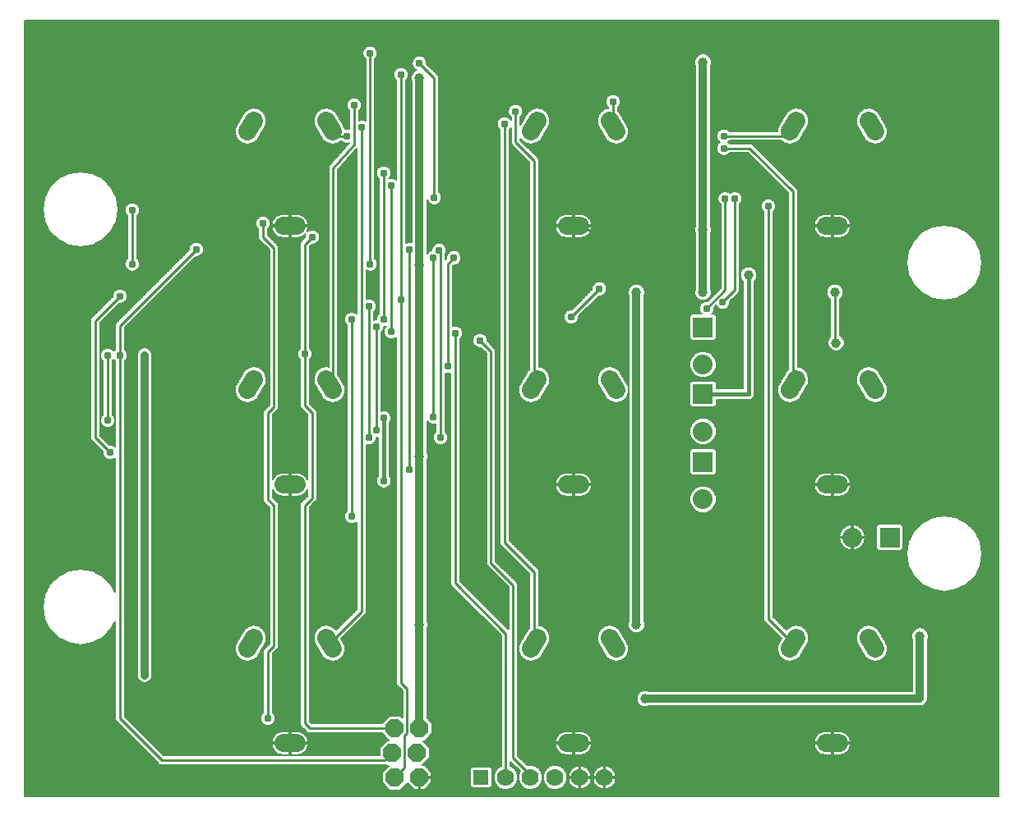
<source format=gbl>
G75*
%MOIN*%
%OFA0B0*%
%FSLAX24Y24*%
%IPPOS*%
%LPD*%
%AMOC8*
5,1,8,0,0,1.08239X$1,22.5*
%
%ADD10R,0.0800X0.0800*%
%ADD11C,0.0800*%
%ADD12R,0.0594X0.0594*%
%ADD13C,0.0700*%
%ADD14OC8,0.0740*%
%ADD15C,0.0720*%
%ADD16C,0.0100*%
%ADD17C,0.0310*%
%ADD18C,0.0320*%
%ADD19C,0.0396*%
%ADD20C,0.0050*%
%ADD21C,0.0160*%
D10*
X036523Y022567D03*
X036523Y025322D03*
X036523Y028035D03*
X044093Y019502D03*
D11*
X042575Y019502D03*
X036523Y021049D03*
X036523Y023804D03*
X036523Y026517D03*
D12*
X027523Y009752D03*
D13*
X028523Y009752D03*
X029523Y009752D03*
X030523Y009752D03*
X031523Y009752D03*
X032523Y009752D03*
D14*
X025023Y009752D03*
X024023Y009752D03*
X023923Y010752D03*
X024923Y010752D03*
X025023Y011752D03*
X024023Y011752D03*
D15*
X021505Y014973D02*
X021241Y015431D01*
X018305Y015431D02*
X018041Y014973D01*
X019508Y011152D02*
X020038Y011152D01*
X029541Y014973D02*
X029805Y015431D01*
X032741Y015431D02*
X033005Y014973D01*
X031538Y011152D02*
X031008Y011152D01*
X040041Y014973D02*
X040305Y015431D01*
X043241Y015431D02*
X043505Y014973D01*
X042038Y011152D02*
X041508Y011152D01*
X041508Y021652D02*
X042038Y021652D01*
X043505Y025473D02*
X043241Y025931D01*
X040305Y025931D02*
X040041Y025473D01*
X041508Y032152D02*
X042038Y032152D01*
X043505Y035973D02*
X043241Y036431D01*
X040305Y036431D02*
X040041Y035973D01*
X033005Y035973D02*
X032741Y036431D01*
X029805Y036431D02*
X029541Y035973D01*
X031008Y032152D02*
X031538Y032152D01*
X032741Y025931D02*
X033005Y025473D01*
X029805Y025931D02*
X029541Y025473D01*
X031008Y021652D02*
X031538Y021652D01*
X021505Y025473D02*
X021241Y025931D01*
X018305Y025931D02*
X018041Y025473D01*
X019508Y021652D02*
X020038Y021652D01*
X020038Y032152D02*
X019508Y032152D01*
X018041Y035973D02*
X018305Y036431D01*
X021241Y036431D02*
X021505Y035973D01*
D16*
X021373Y036202D02*
X021773Y035802D01*
X022073Y035802D01*
X022373Y035452D02*
X022373Y037052D01*
X022673Y036152D02*
X022673Y016502D01*
X021373Y015202D01*
X019123Y015102D02*
X019123Y020802D01*
X018873Y021052D01*
X018873Y024552D01*
X019123Y024802D01*
X019123Y031252D01*
X018673Y031702D01*
X018673Y032252D01*
X020373Y031402D02*
X020373Y026952D01*
X020373Y026852D01*
X020373Y024852D01*
X020673Y024552D01*
X020673Y021102D01*
X020373Y020802D01*
X020373Y011952D01*
X020573Y011752D01*
X024023Y011752D01*
X024423Y011452D02*
X024523Y011552D01*
X024523Y013352D01*
X024273Y013602D01*
X024273Y029152D01*
X024273Y038302D01*
X025023Y038752D02*
X025623Y038152D01*
X025623Y033302D01*
X023873Y033802D02*
X023873Y027852D01*
X023573Y028352D02*
X023573Y034302D01*
X022373Y035452D02*
X021523Y034502D01*
X021523Y025852D01*
X021373Y025702D01*
X023273Y023852D02*
X023273Y028052D01*
X022973Y028902D02*
X022973Y023552D01*
X024623Y022252D02*
X024623Y031202D01*
X025573Y030852D02*
X025573Y024402D01*
X025873Y023552D02*
X025873Y031102D01*
X025823Y031152D01*
X026173Y030602D02*
X026173Y026452D01*
X026473Y027802D02*
X026473Y017652D01*
X028523Y015602D01*
X028523Y009752D01*
X028823Y010552D02*
X028823Y017552D01*
X027923Y018452D01*
X027923Y027052D01*
X027473Y027502D01*
X029673Y025702D02*
X029673Y034802D01*
X028923Y035552D01*
X028923Y036802D01*
X028473Y036302D02*
X028473Y019302D01*
X029673Y018102D01*
X029673Y015202D01*
X028823Y010552D02*
X029523Y009852D01*
X029523Y009752D01*
X024423Y010152D02*
X024023Y009752D01*
X024423Y010152D02*
X024423Y011452D01*
X023923Y010752D02*
X023623Y010452D01*
X014573Y010452D01*
X012873Y012152D01*
X012873Y026902D01*
X012873Y028102D01*
X015973Y031202D01*
X013373Y030602D02*
X013373Y032802D01*
X012873Y029302D02*
X011873Y028302D01*
X011873Y023552D01*
X012473Y022952D01*
X012373Y024252D02*
X012373Y026902D01*
X020373Y031402D02*
X020673Y031702D01*
X023023Y030602D02*
X023023Y039152D01*
X031273Y032152D02*
X031423Y032002D01*
X032173Y032002D01*
X032323Y029602D02*
X031173Y028452D01*
X026423Y030852D02*
X026173Y030602D01*
X022273Y028352D02*
X022273Y020352D01*
X019123Y015102D02*
X018873Y014852D01*
X018873Y012152D01*
X036673Y028802D02*
X037423Y029552D01*
X037423Y033252D01*
X037823Y033252D02*
X037823Y029552D01*
X037323Y029052D01*
X039173Y032952D02*
X039173Y016202D01*
X040173Y015202D01*
X040173Y025702D02*
X040173Y033552D01*
X038423Y035302D01*
X037373Y035302D01*
X037373Y035802D02*
X039773Y035802D01*
X040173Y036202D01*
X032873Y036202D02*
X032873Y037202D01*
X041873Y029452D02*
X041873Y027402D01*
X041923Y027402D01*
D17*
X037323Y029052D03*
X036673Y028802D03*
X032323Y029602D03*
X031173Y028452D03*
X027473Y027502D03*
X026473Y027802D03*
X026173Y026452D03*
X025573Y024402D03*
X025873Y023552D03*
X024623Y022252D03*
X023573Y021802D03*
X022273Y020352D03*
X022973Y023552D03*
X023273Y023852D03*
X023573Y024352D03*
X020373Y026952D03*
X022273Y028352D03*
X022973Y028902D03*
X023573Y028352D03*
X023273Y028052D03*
X023873Y027852D03*
X024273Y029152D03*
X023023Y030602D03*
X024623Y031202D03*
X025573Y030852D03*
X025823Y031152D03*
X026423Y030852D03*
X025623Y033302D03*
X023873Y033802D03*
X023573Y034302D03*
X022673Y036152D03*
X022073Y035802D03*
X022373Y037052D03*
X024273Y038302D03*
X025023Y038752D03*
X023023Y039152D03*
X028473Y036302D03*
X028923Y036802D03*
X032873Y037202D03*
X037373Y035802D03*
X037373Y035302D03*
X037423Y033252D03*
X037823Y033252D03*
X039173Y032952D03*
X032173Y032002D03*
X020673Y031702D03*
X018673Y032252D03*
X015973Y031202D03*
X013373Y030602D03*
X012873Y029302D03*
X012873Y026902D03*
X012373Y026902D03*
X013873Y026902D03*
X012373Y024252D03*
X012473Y022952D03*
X013873Y023802D03*
X013873Y019502D03*
X013873Y013902D03*
X018873Y012152D03*
X013373Y032802D03*
D18*
X013873Y026902D02*
X013873Y023802D01*
X013873Y019502D01*
X013873Y013902D01*
X025023Y015952D02*
X025023Y011752D01*
X025023Y015952D02*
X025023Y022802D01*
X025023Y030552D01*
X025023Y038152D01*
X033823Y029452D02*
X033823Y015952D01*
X034173Y012952D02*
X045323Y012952D01*
X045323Y015502D01*
X036523Y029452D02*
X036523Y032002D01*
X036523Y038802D01*
D19*
X036523Y038802D03*
X036523Y032002D03*
X038373Y030152D03*
X036523Y029452D03*
X033823Y029452D03*
X041873Y029452D03*
X041923Y027402D03*
X033823Y015952D03*
X034173Y012952D03*
X025023Y015952D03*
X025023Y022802D03*
X025023Y030552D03*
X025023Y038152D03*
X045323Y015502D03*
D20*
X009023Y009002D02*
X009023Y040502D01*
X048523Y040502D01*
X048523Y009002D01*
X009023Y009002D01*
X009023Y009043D02*
X048523Y009043D01*
X048523Y009092D02*
X009023Y009092D01*
X009023Y009140D02*
X048523Y009140D01*
X048523Y009189D02*
X009023Y009189D01*
X009023Y009237D02*
X023810Y009237D01*
X024236Y009237D01*
X024537Y009538D01*
X024818Y009257D01*
X024998Y009257D01*
X024998Y009727D01*
X025048Y009727D01*
X025048Y009257D01*
X025228Y009257D01*
X025518Y009547D01*
X025518Y009727D01*
X025048Y009727D01*
X025048Y009777D01*
X025518Y009777D01*
X025518Y009957D01*
X025228Y010247D01*
X025146Y010247D01*
X025438Y010539D01*
X025438Y010966D01*
X025166Y011237D01*
X025236Y011237D01*
X025538Y011539D01*
X025538Y011966D01*
X025328Y012176D01*
X025328Y015792D01*
X025366Y015884D01*
X025366Y016021D01*
X025328Y016113D01*
X025328Y022642D01*
X025366Y022734D01*
X025366Y022871D01*
X025328Y022963D01*
X026278Y022963D01*
X026278Y023011D02*
X025328Y023011D01*
X025328Y022963D02*
X025328Y024223D01*
X025403Y024148D01*
X025513Y024102D01*
X025633Y024102D01*
X025678Y024121D01*
X025678Y023782D01*
X025619Y023722D01*
X025573Y023612D01*
X025573Y023493D01*
X025619Y023382D01*
X025703Y023298D01*
X025813Y023252D01*
X025933Y023252D01*
X026043Y023298D01*
X026127Y023382D01*
X026173Y023493D01*
X026173Y023612D01*
X026127Y023722D01*
X026068Y023782D01*
X026068Y026171D01*
X026113Y026152D01*
X026233Y026152D01*
X026278Y026171D01*
X026278Y017572D01*
X026392Y017457D01*
X028328Y015522D01*
X028328Y010207D01*
X025268Y010207D01*
X025316Y010159D02*
X027131Y010159D01*
X027166Y010194D02*
X027081Y010109D01*
X027081Y009396D01*
X027166Y009311D01*
X027880Y009311D01*
X027965Y009396D01*
X027965Y010109D01*
X027880Y010194D01*
X027166Y010194D01*
X027082Y010110D02*
X025365Y010110D01*
X025413Y010062D02*
X027081Y010062D01*
X027081Y010013D02*
X025462Y010013D01*
X025510Y009965D02*
X027081Y009965D01*
X027081Y009916D02*
X025518Y009916D01*
X025518Y009868D02*
X027081Y009868D01*
X027081Y009819D02*
X025518Y009819D01*
X025518Y009722D02*
X027081Y009722D01*
X027081Y009674D02*
X025518Y009674D01*
X025518Y009625D02*
X027081Y009625D01*
X027081Y009577D02*
X025518Y009577D01*
X025499Y009528D02*
X027081Y009528D01*
X027081Y009480D02*
X025450Y009480D01*
X025402Y009431D02*
X027081Y009431D01*
X027094Y009383D02*
X025353Y009383D01*
X025305Y009334D02*
X027142Y009334D01*
X027081Y009771D02*
X025048Y009771D01*
X025048Y009722D02*
X024998Y009722D01*
X024998Y009674D02*
X025048Y009674D01*
X025048Y009625D02*
X024998Y009625D01*
X024998Y009577D02*
X025048Y009577D01*
X025048Y009528D02*
X024998Y009528D01*
X024998Y009480D02*
X025048Y009480D01*
X025048Y009431D02*
X024998Y009431D01*
X024998Y009383D02*
X025048Y009383D01*
X025048Y009334D02*
X024998Y009334D01*
X024998Y009286D02*
X025048Y009286D01*
X025256Y009286D02*
X028356Y009286D01*
X028424Y009257D02*
X028243Y009333D01*
X028103Y009472D01*
X028028Y009654D01*
X028028Y009851D01*
X028103Y010033D01*
X028243Y010172D01*
X028328Y010207D01*
X028328Y010256D02*
X025155Y010256D01*
X025203Y010304D02*
X028328Y010304D01*
X028328Y010353D02*
X025252Y010353D01*
X025300Y010401D02*
X028328Y010401D01*
X028328Y010450D02*
X025349Y010450D01*
X025397Y010498D02*
X028328Y010498D01*
X028328Y010547D02*
X025438Y010547D01*
X025438Y010595D02*
X028328Y010595D01*
X028328Y010644D02*
X025438Y010644D01*
X025438Y010692D02*
X028328Y010692D01*
X028328Y010741D02*
X025438Y010741D01*
X025438Y010789D02*
X028328Y010789D01*
X028328Y010838D02*
X025438Y010838D01*
X025438Y010886D02*
X028328Y010886D01*
X028328Y010935D02*
X025438Y010935D01*
X025420Y010983D02*
X028328Y010983D01*
X028328Y011032D02*
X025372Y011032D01*
X025323Y011080D02*
X028328Y011080D01*
X028328Y011129D02*
X025275Y011129D01*
X025226Y011177D02*
X028328Y011177D01*
X028328Y011226D02*
X025178Y011226D01*
X025273Y011274D02*
X028328Y011274D01*
X028328Y011323D02*
X025322Y011323D01*
X025370Y011371D02*
X028328Y011371D01*
X028328Y011420D02*
X025419Y011420D01*
X025467Y011468D02*
X028328Y011468D01*
X028328Y011517D02*
X025516Y011517D01*
X025538Y011565D02*
X028328Y011565D01*
X028328Y011614D02*
X025538Y011614D01*
X025538Y011662D02*
X028328Y011662D01*
X028328Y011711D02*
X025538Y011711D01*
X025538Y011759D02*
X028328Y011759D01*
X028328Y011808D02*
X025538Y011808D01*
X025538Y011856D02*
X028328Y011856D01*
X028328Y011905D02*
X025538Y011905D01*
X025538Y011953D02*
X028328Y011953D01*
X028328Y012002D02*
X025502Y012002D01*
X025453Y012050D02*
X028328Y012050D01*
X028328Y012099D02*
X025405Y012099D01*
X025356Y012147D02*
X028328Y012147D01*
X028328Y012196D02*
X025328Y012196D01*
X025328Y012244D02*
X028328Y012244D01*
X028328Y012293D02*
X025328Y012293D01*
X025328Y012341D02*
X028328Y012341D01*
X028328Y012390D02*
X025328Y012390D01*
X025328Y012438D02*
X028328Y012438D01*
X028328Y012487D02*
X025328Y012487D01*
X025328Y012535D02*
X028328Y012535D01*
X028328Y012584D02*
X025328Y012584D01*
X025328Y012632D02*
X028328Y012632D01*
X028328Y012681D02*
X025328Y012681D01*
X025328Y012729D02*
X028328Y012729D01*
X028328Y012778D02*
X025328Y012778D01*
X025328Y012826D02*
X028328Y012826D01*
X028328Y012875D02*
X025328Y012875D01*
X025328Y012923D02*
X028328Y012923D01*
X028328Y012972D02*
X025328Y012972D01*
X025328Y013020D02*
X028328Y013020D01*
X028328Y013069D02*
X025328Y013069D01*
X025328Y013117D02*
X028328Y013117D01*
X028328Y013166D02*
X025328Y013166D01*
X025328Y013214D02*
X028328Y013214D01*
X028328Y013263D02*
X025328Y013263D01*
X025328Y013311D02*
X028328Y013311D01*
X028328Y013360D02*
X025328Y013360D01*
X025328Y013408D02*
X028328Y013408D01*
X028328Y013457D02*
X025328Y013457D01*
X025328Y013505D02*
X028328Y013505D01*
X028328Y013554D02*
X025328Y013554D01*
X025328Y013602D02*
X028328Y013602D01*
X028328Y013651D02*
X025328Y013651D01*
X025328Y013699D02*
X028328Y013699D01*
X028328Y013748D02*
X025328Y013748D01*
X025328Y013796D02*
X028328Y013796D01*
X028328Y013845D02*
X025328Y013845D01*
X025328Y013893D02*
X028328Y013893D01*
X028328Y013942D02*
X025328Y013942D01*
X025328Y013990D02*
X028328Y013990D01*
X028328Y014039D02*
X025328Y014039D01*
X025328Y014087D02*
X028328Y014087D01*
X028328Y014136D02*
X025328Y014136D01*
X025328Y014184D02*
X028328Y014184D01*
X028328Y014233D02*
X025328Y014233D01*
X025328Y014281D02*
X028328Y014281D01*
X028328Y014330D02*
X025328Y014330D01*
X025328Y014378D02*
X028328Y014378D01*
X028328Y014427D02*
X025328Y014427D01*
X025328Y014475D02*
X028328Y014475D01*
X028328Y014524D02*
X025328Y014524D01*
X025328Y014572D02*
X028328Y014572D01*
X028328Y014621D02*
X025328Y014621D01*
X025328Y014669D02*
X028328Y014669D01*
X028328Y014718D02*
X025328Y014718D01*
X025328Y014766D02*
X028328Y014766D01*
X028328Y014815D02*
X025328Y014815D01*
X025328Y014863D02*
X028328Y014863D01*
X028328Y014912D02*
X025328Y014912D01*
X025328Y014960D02*
X028328Y014960D01*
X028328Y015009D02*
X025328Y015009D01*
X025328Y015057D02*
X028328Y015057D01*
X028328Y015106D02*
X025328Y015106D01*
X025328Y015154D02*
X028328Y015154D01*
X028328Y015203D02*
X025328Y015203D01*
X025328Y015251D02*
X028328Y015251D01*
X028328Y015300D02*
X025328Y015300D01*
X025328Y015348D02*
X028328Y015348D01*
X028328Y015397D02*
X025328Y015397D01*
X025328Y015445D02*
X028328Y015445D01*
X028328Y015494D02*
X025328Y015494D01*
X025328Y015542D02*
X028307Y015542D01*
X028259Y015591D02*
X025328Y015591D01*
X025328Y015639D02*
X028210Y015639D01*
X028162Y015688D02*
X025328Y015688D01*
X025328Y015736D02*
X028113Y015736D01*
X028065Y015785D02*
X025328Y015785D01*
X025345Y015833D02*
X028016Y015833D01*
X027968Y015882D02*
X025365Y015882D01*
X025366Y015930D02*
X027919Y015930D01*
X027871Y015979D02*
X025366Y015979D01*
X025363Y016027D02*
X027822Y016027D01*
X027774Y016076D02*
X025343Y016076D01*
X025328Y016124D02*
X027725Y016124D01*
X027677Y016173D02*
X025328Y016173D01*
X025328Y016221D02*
X027628Y016221D01*
X027580Y016270D02*
X025328Y016270D01*
X025328Y016318D02*
X027531Y016318D01*
X027483Y016367D02*
X025328Y016367D01*
X025328Y016415D02*
X027434Y016415D01*
X027386Y016464D02*
X025328Y016464D01*
X025328Y016512D02*
X027337Y016512D01*
X027289Y016561D02*
X025328Y016561D01*
X025328Y016609D02*
X027240Y016609D01*
X027192Y016658D02*
X025328Y016658D01*
X025328Y016706D02*
X027143Y016706D01*
X027095Y016755D02*
X025328Y016755D01*
X025328Y016803D02*
X027046Y016803D01*
X026998Y016852D02*
X025328Y016852D01*
X025328Y016900D02*
X026949Y016900D01*
X026901Y016949D02*
X025328Y016949D01*
X025328Y016997D02*
X026852Y016997D01*
X026804Y017046D02*
X025328Y017046D01*
X025328Y017094D02*
X026755Y017094D01*
X026707Y017143D02*
X025328Y017143D01*
X025328Y017191D02*
X026658Y017191D01*
X026610Y017240D02*
X025328Y017240D01*
X025328Y017288D02*
X026561Y017288D01*
X026513Y017337D02*
X025328Y017337D01*
X025328Y017385D02*
X026464Y017385D01*
X026416Y017434D02*
X025328Y017434D01*
X025328Y017482D02*
X026367Y017482D01*
X026319Y017531D02*
X025328Y017531D01*
X025328Y017579D02*
X026278Y017579D01*
X026278Y017628D02*
X025328Y017628D01*
X025328Y017676D02*
X026278Y017676D01*
X026278Y017725D02*
X025328Y017725D01*
X025328Y017773D02*
X026278Y017773D01*
X026278Y017822D02*
X025328Y017822D01*
X025328Y017870D02*
X026278Y017870D01*
X026278Y017919D02*
X025328Y017919D01*
X025328Y017967D02*
X026278Y017967D01*
X026278Y018016D02*
X025328Y018016D01*
X025328Y018064D02*
X026278Y018064D01*
X026278Y018113D02*
X025328Y018113D01*
X025328Y018161D02*
X026278Y018161D01*
X026278Y018210D02*
X025328Y018210D01*
X025328Y018258D02*
X026278Y018258D01*
X026278Y018307D02*
X025328Y018307D01*
X025328Y018355D02*
X026278Y018355D01*
X026278Y018404D02*
X025328Y018404D01*
X025328Y018452D02*
X026278Y018452D01*
X026278Y018501D02*
X025328Y018501D01*
X025328Y018549D02*
X026278Y018549D01*
X026278Y018598D02*
X025328Y018598D01*
X025328Y018646D02*
X026278Y018646D01*
X026278Y018695D02*
X025328Y018695D01*
X025328Y018743D02*
X026278Y018743D01*
X026278Y018792D02*
X025328Y018792D01*
X025328Y018840D02*
X026278Y018840D01*
X026278Y018889D02*
X025328Y018889D01*
X025328Y018937D02*
X026278Y018937D01*
X026278Y018986D02*
X025328Y018986D01*
X025328Y019034D02*
X026278Y019034D01*
X026278Y019083D02*
X025328Y019083D01*
X025328Y019131D02*
X026278Y019131D01*
X026278Y019180D02*
X025328Y019180D01*
X025328Y019228D02*
X026278Y019228D01*
X026278Y019277D02*
X025328Y019277D01*
X025328Y019325D02*
X026278Y019325D01*
X026278Y019374D02*
X025328Y019374D01*
X025328Y019422D02*
X026278Y019422D01*
X026278Y019471D02*
X025328Y019471D01*
X025328Y019519D02*
X026278Y019519D01*
X026278Y019568D02*
X025328Y019568D01*
X025328Y019616D02*
X026278Y019616D01*
X026278Y019665D02*
X025328Y019665D01*
X025328Y019713D02*
X026278Y019713D01*
X026278Y019762D02*
X025328Y019762D01*
X025328Y019810D02*
X026278Y019810D01*
X026278Y019859D02*
X025328Y019859D01*
X025328Y019907D02*
X026278Y019907D01*
X026278Y019956D02*
X025328Y019956D01*
X025328Y020004D02*
X026278Y020004D01*
X026278Y020053D02*
X025328Y020053D01*
X025328Y020101D02*
X026278Y020101D01*
X026278Y020150D02*
X025328Y020150D01*
X025328Y020198D02*
X026278Y020198D01*
X026278Y020247D02*
X025328Y020247D01*
X025328Y020295D02*
X026278Y020295D01*
X026278Y020344D02*
X025328Y020344D01*
X025328Y020392D02*
X026278Y020392D01*
X026278Y020441D02*
X025328Y020441D01*
X025328Y020489D02*
X026278Y020489D01*
X026278Y020538D02*
X025328Y020538D01*
X025328Y020586D02*
X026278Y020586D01*
X026278Y020635D02*
X025328Y020635D01*
X025328Y020683D02*
X026278Y020683D01*
X026278Y020732D02*
X025328Y020732D01*
X025328Y020780D02*
X026278Y020780D01*
X026278Y020829D02*
X025328Y020829D01*
X025328Y020877D02*
X026278Y020877D01*
X026278Y020926D02*
X025328Y020926D01*
X025328Y020974D02*
X026278Y020974D01*
X026278Y021023D02*
X025328Y021023D01*
X025328Y021071D02*
X026278Y021071D01*
X026278Y021120D02*
X025328Y021120D01*
X025328Y021168D02*
X026278Y021168D01*
X026278Y021217D02*
X025328Y021217D01*
X025328Y021265D02*
X026278Y021265D01*
X026278Y021314D02*
X025328Y021314D01*
X025328Y021362D02*
X026278Y021362D01*
X026278Y021411D02*
X025328Y021411D01*
X025328Y021459D02*
X026278Y021459D01*
X026278Y021508D02*
X025328Y021508D01*
X025328Y021556D02*
X026278Y021556D01*
X026278Y021605D02*
X025328Y021605D01*
X025328Y021653D02*
X026278Y021653D01*
X026278Y021702D02*
X025328Y021702D01*
X025328Y021750D02*
X026278Y021750D01*
X026278Y021799D02*
X025328Y021799D01*
X025328Y021847D02*
X026278Y021847D01*
X026278Y021896D02*
X025328Y021896D01*
X025328Y021944D02*
X026278Y021944D01*
X026278Y021993D02*
X025328Y021993D01*
X025328Y022041D02*
X026278Y022041D01*
X026278Y022090D02*
X025328Y022090D01*
X025328Y022138D02*
X026278Y022138D01*
X026278Y022187D02*
X025328Y022187D01*
X025328Y022235D02*
X026278Y022235D01*
X026278Y022284D02*
X025328Y022284D01*
X025328Y022332D02*
X026278Y022332D01*
X026278Y022381D02*
X025328Y022381D01*
X025328Y022429D02*
X026278Y022429D01*
X026278Y022478D02*
X025328Y022478D01*
X025328Y022526D02*
X026278Y022526D01*
X026278Y022575D02*
X025328Y022575D01*
X025328Y022623D02*
X026278Y022623D01*
X026278Y022672D02*
X025340Y022672D01*
X025360Y022720D02*
X026278Y022720D01*
X026278Y022769D02*
X025366Y022769D01*
X025366Y022817D02*
X026278Y022817D01*
X026278Y022866D02*
X025366Y022866D01*
X025348Y022914D02*
X026278Y022914D01*
X026278Y023060D02*
X025328Y023060D01*
X025328Y023108D02*
X026278Y023108D01*
X026278Y023157D02*
X025328Y023157D01*
X025328Y023205D02*
X026278Y023205D01*
X026278Y023254D02*
X025936Y023254D01*
X026047Y023302D02*
X026278Y023302D01*
X026278Y023351D02*
X026096Y023351D01*
X026134Y023399D02*
X026278Y023399D01*
X026278Y023448D02*
X026154Y023448D01*
X026173Y023496D02*
X026278Y023496D01*
X026278Y023545D02*
X026173Y023545D01*
X026173Y023593D02*
X026278Y023593D01*
X026278Y023642D02*
X026161Y023642D01*
X026140Y023690D02*
X026278Y023690D01*
X026278Y023739D02*
X026111Y023739D01*
X026068Y023787D02*
X026278Y023787D01*
X026278Y023836D02*
X026068Y023836D01*
X026068Y023884D02*
X026278Y023884D01*
X026278Y023933D02*
X026068Y023933D01*
X026068Y023981D02*
X026278Y023981D01*
X026278Y024030D02*
X026068Y024030D01*
X026068Y024078D02*
X026278Y024078D01*
X026278Y024127D02*
X026068Y024127D01*
X026068Y024175D02*
X026278Y024175D01*
X026278Y024224D02*
X026068Y024224D01*
X026068Y024272D02*
X026278Y024272D01*
X026278Y024321D02*
X026068Y024321D01*
X026068Y024369D02*
X026278Y024369D01*
X026278Y024418D02*
X026068Y024418D01*
X026068Y024466D02*
X026278Y024466D01*
X026278Y024515D02*
X026068Y024515D01*
X026068Y024564D02*
X026278Y024564D01*
X026278Y024612D02*
X026068Y024612D01*
X026068Y024661D02*
X026278Y024661D01*
X026278Y024709D02*
X026068Y024709D01*
X026068Y024758D02*
X026278Y024758D01*
X026278Y024806D02*
X026068Y024806D01*
X026068Y024855D02*
X026278Y024855D01*
X026278Y024903D02*
X026068Y024903D01*
X026068Y024952D02*
X026278Y024952D01*
X026278Y025000D02*
X026068Y025000D01*
X026068Y025049D02*
X026278Y025049D01*
X026278Y025097D02*
X026068Y025097D01*
X026068Y025146D02*
X026278Y025146D01*
X026278Y025194D02*
X026068Y025194D01*
X026068Y025243D02*
X026278Y025243D01*
X026278Y025291D02*
X026068Y025291D01*
X026068Y025340D02*
X026278Y025340D01*
X026278Y025388D02*
X026068Y025388D01*
X026068Y025437D02*
X026278Y025437D01*
X026278Y025485D02*
X026068Y025485D01*
X026068Y025534D02*
X026278Y025534D01*
X026278Y025582D02*
X026068Y025582D01*
X026068Y025631D02*
X026278Y025631D01*
X026278Y025679D02*
X026068Y025679D01*
X026068Y025728D02*
X026278Y025728D01*
X026278Y025776D02*
X026068Y025776D01*
X026068Y025825D02*
X026278Y025825D01*
X026278Y025873D02*
X026068Y025873D01*
X026068Y025922D02*
X026278Y025922D01*
X026278Y025970D02*
X026068Y025970D01*
X026068Y026019D02*
X026278Y026019D01*
X026278Y026067D02*
X026068Y026067D01*
X026068Y026116D02*
X026278Y026116D01*
X026278Y026164D02*
X026261Y026164D01*
X026085Y026164D02*
X026068Y026164D01*
X026668Y026164D02*
X027728Y026164D01*
X027728Y026116D02*
X026668Y026116D01*
X026668Y026067D02*
X027728Y026067D01*
X027728Y026019D02*
X026668Y026019D01*
X026668Y025970D02*
X027728Y025970D01*
X027728Y025922D02*
X026668Y025922D01*
X026668Y025873D02*
X027728Y025873D01*
X027728Y025825D02*
X026668Y025825D01*
X026668Y025776D02*
X027728Y025776D01*
X027728Y025728D02*
X026668Y025728D01*
X026668Y025679D02*
X027728Y025679D01*
X027728Y025631D02*
X026668Y025631D01*
X026668Y025582D02*
X027728Y025582D01*
X027728Y025534D02*
X026668Y025534D01*
X026668Y025485D02*
X027728Y025485D01*
X027728Y025437D02*
X026668Y025437D01*
X026668Y025388D02*
X027728Y025388D01*
X027728Y025340D02*
X026668Y025340D01*
X026668Y025291D02*
X027728Y025291D01*
X027728Y025243D02*
X026668Y025243D01*
X026668Y025194D02*
X027728Y025194D01*
X027728Y025146D02*
X026668Y025146D01*
X026668Y025097D02*
X027728Y025097D01*
X027728Y025049D02*
X026668Y025049D01*
X026668Y025000D02*
X027728Y025000D01*
X027728Y024952D02*
X026668Y024952D01*
X026668Y024903D02*
X027728Y024903D01*
X027728Y024855D02*
X026668Y024855D01*
X026668Y024806D02*
X027728Y024806D01*
X027728Y024758D02*
X026668Y024758D01*
X026668Y024709D02*
X027728Y024709D01*
X027728Y024661D02*
X026668Y024661D01*
X026668Y024612D02*
X027728Y024612D01*
X027728Y024564D02*
X026668Y024564D01*
X026668Y024515D02*
X027728Y024515D01*
X027728Y024466D02*
X026668Y024466D01*
X026668Y024418D02*
X027728Y024418D01*
X027728Y024369D02*
X026668Y024369D01*
X026668Y024321D02*
X027728Y024321D01*
X027728Y024272D02*
X026668Y024272D01*
X026668Y024224D02*
X027728Y024224D01*
X027728Y024175D02*
X026668Y024175D01*
X026668Y024127D02*
X027728Y024127D01*
X027728Y024078D02*
X026668Y024078D01*
X026668Y024030D02*
X027728Y024030D01*
X027728Y023981D02*
X026668Y023981D01*
X026668Y023933D02*
X027728Y023933D01*
X027728Y023884D02*
X026668Y023884D01*
X026668Y023836D02*
X027728Y023836D01*
X027728Y023787D02*
X026668Y023787D01*
X026668Y023739D02*
X027728Y023739D01*
X027728Y023690D02*
X026668Y023690D01*
X026668Y023642D02*
X027728Y023642D01*
X027728Y023593D02*
X026668Y023593D01*
X026668Y023545D02*
X027728Y023545D01*
X027728Y023496D02*
X026668Y023496D01*
X026668Y023448D02*
X027728Y023448D01*
X027728Y023399D02*
X026668Y023399D01*
X026668Y023351D02*
X027728Y023351D01*
X027728Y023302D02*
X026668Y023302D01*
X026668Y023254D02*
X027728Y023254D01*
X027728Y023205D02*
X026668Y023205D01*
X026668Y023157D02*
X027728Y023157D01*
X027728Y023108D02*
X026668Y023108D01*
X026668Y023060D02*
X027728Y023060D01*
X027728Y023011D02*
X026668Y023011D01*
X026668Y022963D02*
X027728Y022963D01*
X027728Y022914D02*
X026668Y022914D01*
X026668Y022866D02*
X027728Y022866D01*
X027728Y022817D02*
X026668Y022817D01*
X026668Y022769D02*
X027728Y022769D01*
X027728Y022720D02*
X026668Y022720D01*
X026668Y022672D02*
X027728Y022672D01*
X027728Y022623D02*
X026668Y022623D01*
X026668Y022575D02*
X027728Y022575D01*
X027728Y022526D02*
X026668Y022526D01*
X026668Y022478D02*
X027728Y022478D01*
X027728Y022429D02*
X026668Y022429D01*
X026668Y022381D02*
X027728Y022381D01*
X027728Y022332D02*
X026668Y022332D01*
X026668Y022284D02*
X027728Y022284D01*
X027728Y022235D02*
X026668Y022235D01*
X026668Y022187D02*
X027728Y022187D01*
X027728Y022138D02*
X026668Y022138D01*
X026668Y022090D02*
X027728Y022090D01*
X027728Y022041D02*
X026668Y022041D01*
X026668Y021993D02*
X027728Y021993D01*
X027728Y021944D02*
X026668Y021944D01*
X026668Y021896D02*
X027728Y021896D01*
X027728Y021847D02*
X026668Y021847D01*
X026668Y021799D02*
X027728Y021799D01*
X027728Y021750D02*
X026668Y021750D01*
X026668Y021702D02*
X027728Y021702D01*
X027728Y021653D02*
X026668Y021653D01*
X026668Y021605D02*
X027728Y021605D01*
X027728Y021556D02*
X026668Y021556D01*
X026668Y021508D02*
X027728Y021508D01*
X027728Y021459D02*
X026668Y021459D01*
X026668Y021411D02*
X027728Y021411D01*
X027728Y021362D02*
X026668Y021362D01*
X026668Y021314D02*
X027728Y021314D01*
X027728Y021265D02*
X026668Y021265D01*
X026668Y021217D02*
X027728Y021217D01*
X027728Y021168D02*
X026668Y021168D01*
X026668Y021120D02*
X027728Y021120D01*
X027728Y021071D02*
X026668Y021071D01*
X026668Y021023D02*
X027728Y021023D01*
X027728Y020974D02*
X026668Y020974D01*
X026668Y020926D02*
X027728Y020926D01*
X027728Y020877D02*
X026668Y020877D01*
X026668Y020829D02*
X027728Y020829D01*
X027728Y020780D02*
X026668Y020780D01*
X026668Y020732D02*
X027728Y020732D01*
X027728Y020683D02*
X026668Y020683D01*
X026668Y020635D02*
X027728Y020635D01*
X027728Y020586D02*
X026668Y020586D01*
X026668Y020538D02*
X027728Y020538D01*
X027728Y020489D02*
X026668Y020489D01*
X026668Y020441D02*
X027728Y020441D01*
X027728Y020392D02*
X026668Y020392D01*
X026668Y020344D02*
X027728Y020344D01*
X027728Y020295D02*
X026668Y020295D01*
X026668Y020247D02*
X027728Y020247D01*
X027728Y020198D02*
X026668Y020198D01*
X026668Y020150D02*
X027728Y020150D01*
X027728Y020101D02*
X026668Y020101D01*
X026668Y020053D02*
X027728Y020053D01*
X027728Y020004D02*
X026668Y020004D01*
X026668Y019956D02*
X027728Y019956D01*
X027728Y019907D02*
X026668Y019907D01*
X026668Y019859D02*
X027728Y019859D01*
X027728Y019810D02*
X026668Y019810D01*
X026668Y019762D02*
X027728Y019762D01*
X027728Y019713D02*
X026668Y019713D01*
X026668Y019665D02*
X027728Y019665D01*
X027728Y019616D02*
X026668Y019616D01*
X026668Y019568D02*
X027728Y019568D01*
X027728Y019519D02*
X026668Y019519D01*
X026668Y019471D02*
X027728Y019471D01*
X027728Y019422D02*
X026668Y019422D01*
X026668Y019374D02*
X027728Y019374D01*
X027728Y019325D02*
X026668Y019325D01*
X026668Y019277D02*
X027728Y019277D01*
X027728Y019228D02*
X026668Y019228D01*
X026668Y019180D02*
X027728Y019180D01*
X027728Y019131D02*
X026668Y019131D01*
X026668Y019083D02*
X027728Y019083D01*
X027728Y019034D02*
X026668Y019034D01*
X026668Y018986D02*
X027728Y018986D01*
X027728Y018937D02*
X026668Y018937D01*
X026668Y018889D02*
X027728Y018889D01*
X027728Y018840D02*
X026668Y018840D01*
X026668Y018792D02*
X027728Y018792D01*
X027728Y018743D02*
X026668Y018743D01*
X026668Y018695D02*
X027728Y018695D01*
X027728Y018646D02*
X026668Y018646D01*
X026668Y018598D02*
X027728Y018598D01*
X027728Y018549D02*
X026668Y018549D01*
X026668Y018501D02*
X027728Y018501D01*
X027728Y018452D02*
X026668Y018452D01*
X026668Y018404D02*
X027728Y018404D01*
X027728Y018372D02*
X028628Y017472D01*
X028628Y015773D01*
X028604Y015797D01*
X026668Y017733D01*
X026668Y027573D01*
X026727Y027632D01*
X026773Y027743D01*
X026773Y027862D01*
X026727Y027972D01*
X026643Y028057D01*
X026533Y028102D01*
X026413Y028102D01*
X026368Y028084D01*
X026368Y030522D01*
X026399Y030552D01*
X026483Y030552D01*
X026593Y030598D01*
X026677Y030682D01*
X026723Y030793D01*
X026723Y030912D01*
X026677Y031022D01*
X026593Y031107D01*
X026483Y031152D01*
X026363Y031152D01*
X026253Y031107D01*
X026169Y031022D01*
X026123Y030912D01*
X026123Y030828D01*
X026092Y030797D01*
X026068Y030773D01*
X026068Y030973D01*
X026077Y030982D01*
X026123Y031093D01*
X026123Y031212D01*
X026077Y031322D01*
X025993Y031407D01*
X025883Y031452D01*
X025763Y031452D01*
X025653Y031407D01*
X025569Y031322D01*
X025523Y031212D01*
X025523Y031152D01*
X025513Y031152D01*
X025403Y031107D01*
X025328Y031032D01*
X025328Y033231D01*
X025369Y033132D01*
X025453Y033048D01*
X025563Y033002D01*
X025683Y033002D01*
X025683Y033003D02*
X028278Y033003D01*
X028278Y033051D02*
X025796Y033051D01*
X025793Y033048D02*
X025877Y033132D01*
X025923Y033243D01*
X025923Y033362D01*
X025877Y033472D01*
X025818Y033532D01*
X025818Y038233D01*
X025704Y038347D01*
X025323Y038728D01*
X025323Y038812D01*
X025277Y038922D01*
X025193Y039007D01*
X025083Y039052D01*
X024963Y039052D01*
X024853Y039007D01*
X024769Y038922D01*
X024723Y038812D01*
X024723Y038693D01*
X024769Y038582D01*
X024853Y038498D01*
X024907Y038476D01*
X024829Y038443D01*
X024732Y038347D01*
X024680Y038221D01*
X024680Y038084D01*
X024718Y037992D01*
X024718Y031488D01*
X024683Y031502D01*
X024563Y031502D01*
X024468Y031463D01*
X024468Y038073D01*
X024527Y038132D01*
X024573Y038243D01*
X024573Y038362D01*
X024527Y038472D01*
X024443Y038557D01*
X024333Y038602D01*
X024213Y038602D01*
X024103Y038557D01*
X024019Y038472D01*
X023973Y038362D01*
X023973Y038243D01*
X024019Y038132D01*
X024078Y038073D01*
X024078Y034022D01*
X024043Y034057D01*
X023933Y034102D01*
X023813Y034102D01*
X023786Y034091D01*
X023827Y034132D01*
X023873Y034243D01*
X023873Y034362D01*
X023827Y034472D01*
X023743Y034557D01*
X023633Y034602D01*
X023513Y034602D01*
X023403Y034557D01*
X023319Y034472D01*
X023273Y034362D01*
X023273Y034243D01*
X023319Y034132D01*
X023378Y034073D01*
X023378Y028582D01*
X023319Y028522D01*
X023273Y028412D01*
X023273Y028352D01*
X023213Y028352D01*
X023168Y028334D01*
X023168Y028673D01*
X023227Y028732D01*
X023273Y028843D01*
X023273Y028962D01*
X023227Y029072D01*
X023143Y029157D01*
X023033Y029202D01*
X022913Y029202D01*
X022868Y029184D01*
X022868Y030342D01*
X022963Y030302D01*
X023083Y030302D01*
X023193Y030348D01*
X023277Y030432D01*
X023378Y030432D01*
X023378Y030384D02*
X023228Y030384D01*
X023277Y030432D02*
X023323Y030543D01*
X023323Y030662D01*
X023277Y030772D01*
X023218Y030832D01*
X023218Y038923D01*
X023277Y038982D01*
X023323Y039093D01*
X023323Y039212D01*
X023277Y039322D01*
X023193Y039407D01*
X023083Y039452D01*
X022963Y039452D01*
X022853Y039407D01*
X022769Y039322D01*
X022723Y039212D01*
X022723Y039093D01*
X022769Y038982D01*
X022828Y038923D01*
X022828Y036413D01*
X022733Y036452D01*
X022613Y036452D01*
X022568Y036434D01*
X022568Y036823D01*
X022627Y036882D01*
X022673Y036993D01*
X022673Y037112D01*
X022627Y037222D01*
X022828Y037222D01*
X022828Y037174D02*
X022647Y037174D01*
X022627Y037222D02*
X022543Y037307D01*
X022433Y037352D01*
X022313Y037352D01*
X022203Y037307D01*
X022119Y037222D01*
X022118Y037222D02*
X009023Y037222D01*
X009023Y037174D02*
X022098Y037174D01*
X022119Y037222D02*
X022073Y037112D01*
X022073Y036993D01*
X022119Y036882D01*
X022178Y036823D01*
X022178Y036084D01*
X022133Y036102D01*
X022013Y036102D01*
X021999Y036096D01*
X021993Y036138D01*
X021628Y036771D01*
X021468Y036894D01*
X021274Y036946D01*
X021075Y036919D01*
X020901Y036819D01*
X020779Y036660D01*
X020727Y036466D01*
X020753Y036266D01*
X021118Y035633D01*
X021278Y035511D01*
X021472Y035459D01*
X021671Y035485D01*
X021845Y035586D01*
X021854Y035597D01*
X021903Y035548D01*
X022013Y035502D01*
X022133Y035502D01*
X022170Y035518D01*
X021381Y034636D01*
X021328Y034583D01*
X021328Y034577D01*
X021324Y034572D01*
X021328Y034497D01*
X021328Y026431D01*
X021274Y026446D01*
X021075Y026419D01*
X020901Y026319D01*
X020779Y026160D01*
X020727Y025966D01*
X020753Y025766D01*
X021118Y025133D01*
X021278Y025011D01*
X021472Y024959D01*
X021671Y024985D01*
X021845Y025086D01*
X021967Y025245D01*
X022019Y025439D01*
X021993Y025638D01*
X021718Y026115D01*
X021718Y034428D01*
X022478Y035277D01*
X022478Y028572D01*
X022443Y028607D01*
X022333Y028652D01*
X022213Y028652D01*
X022103Y028607D01*
X022019Y028522D01*
X021973Y028412D01*
X021973Y028293D01*
X022019Y028182D01*
X022078Y028123D01*
X022078Y020582D01*
X022019Y020522D01*
X021973Y020412D01*
X021973Y020293D01*
X022019Y020182D01*
X022103Y020098D01*
X022213Y020052D01*
X022333Y020052D01*
X022443Y020098D01*
X022478Y020133D01*
X022478Y016583D01*
X021642Y015747D01*
X021628Y015771D01*
X021468Y015894D01*
X021274Y015946D01*
X021075Y015919D01*
X020901Y015819D01*
X020779Y015660D01*
X020727Y015466D01*
X020753Y015266D01*
X021118Y014633D01*
X021278Y014511D01*
X021472Y014459D01*
X021671Y014485D01*
X021845Y014586D01*
X021967Y014745D01*
X022019Y014939D01*
X021993Y015138D01*
X021844Y015397D01*
X024078Y015397D01*
X024078Y015445D02*
X021892Y015445D01*
X021844Y015397D02*
X022868Y016422D01*
X022868Y023271D01*
X022913Y023252D01*
X023033Y023252D01*
X023143Y023298D01*
X023227Y023382D01*
X023273Y023493D01*
X023273Y023552D01*
X023333Y023552D01*
X023348Y023559D01*
X023348Y022002D01*
X023319Y021972D01*
X023273Y021862D01*
X023273Y021743D01*
X023319Y021632D01*
X023403Y021548D01*
X023513Y021502D01*
X023633Y021502D01*
X023743Y021548D01*
X023827Y021632D01*
X023873Y021743D01*
X023873Y021862D01*
X023827Y021972D01*
X023798Y022002D01*
X023798Y024153D01*
X023827Y024182D01*
X023873Y024293D01*
X023873Y024412D01*
X023827Y024522D01*
X023743Y024607D01*
X023633Y024652D01*
X023513Y024652D01*
X023468Y024634D01*
X023468Y027823D01*
X023527Y027882D01*
X023573Y027993D01*
X023573Y028052D01*
X023633Y028052D01*
X023660Y028064D01*
X023619Y028022D01*
X023573Y027912D01*
X023573Y027793D01*
X023619Y027682D01*
X023703Y027598D01*
X023813Y027552D01*
X023933Y027552D01*
X024043Y027598D01*
X024078Y027633D01*
X024078Y013522D01*
X024328Y013272D01*
X024328Y012176D01*
X024236Y012267D01*
X023810Y012267D01*
X023508Y011966D01*
X023508Y011947D01*
X020654Y011947D01*
X020568Y012033D01*
X020568Y020722D01*
X020754Y020907D01*
X020868Y021022D01*
X020868Y024633D01*
X020754Y024747D01*
X020568Y024933D01*
X020568Y026723D01*
X020627Y026782D01*
X020673Y026893D01*
X020673Y027012D01*
X020627Y027122D01*
X020568Y027182D01*
X020568Y031322D01*
X020649Y031402D01*
X020733Y031402D01*
X020843Y031448D01*
X020927Y031532D01*
X020973Y031643D01*
X020973Y031762D01*
X020927Y031872D01*
X020843Y031957D01*
X020733Y032002D01*
X020613Y032002D01*
X020503Y031957D01*
X020461Y031915D01*
X020487Y031966D01*
X020511Y032039D01*
X020523Y032114D01*
X020523Y032127D01*
X019798Y032127D01*
X019798Y031667D01*
X020076Y031667D01*
X020152Y031679D01*
X020224Y031703D01*
X020292Y031738D01*
X020354Y031782D01*
X020401Y031829D01*
X020373Y031762D01*
X020373Y031678D01*
X020178Y031483D01*
X020178Y027182D01*
X020119Y027122D01*
X020073Y027012D01*
X020073Y026893D01*
X020119Y026782D01*
X020178Y026723D01*
X020178Y024772D01*
X020478Y024472D01*
X020478Y021857D01*
X020453Y021907D01*
X020408Y021968D01*
X020354Y022022D01*
X020292Y022067D01*
X020224Y022102D01*
X020152Y022125D01*
X020076Y022137D01*
X019798Y022137D01*
X019798Y021677D01*
X019748Y021677D01*
X019748Y022137D01*
X019470Y022137D01*
X019394Y022125D01*
X019322Y022102D01*
X019254Y022067D01*
X019192Y022022D01*
X019138Y021968D01*
X019093Y021907D01*
X019068Y021857D01*
X019068Y024472D01*
X019204Y024607D01*
X019318Y024722D01*
X019318Y031333D01*
X019204Y031447D01*
X018868Y031783D01*
X018868Y032023D01*
X018927Y032082D01*
X018973Y032193D01*
X018973Y032312D01*
X018927Y032422D01*
X018843Y032507D01*
X018733Y032552D01*
X018613Y032552D01*
X018503Y032507D01*
X018419Y032422D01*
X018373Y032312D01*
X018373Y032193D01*
X018419Y032082D01*
X018478Y032023D01*
X018478Y031622D01*
X018928Y031172D01*
X018928Y024883D01*
X018678Y024633D01*
X018678Y020972D01*
X018792Y020857D01*
X018928Y020722D01*
X018928Y015183D01*
X018678Y014933D01*
X018678Y012382D01*
X018619Y012322D01*
X018573Y012212D01*
X018573Y012093D01*
X018619Y011982D01*
X018703Y011898D01*
X018813Y011852D01*
X018933Y011852D01*
X019043Y011898D01*
X019127Y011982D01*
X019173Y012093D01*
X019173Y012212D01*
X019127Y012322D01*
X019068Y012382D01*
X019068Y014772D01*
X019204Y014907D01*
X019318Y015022D01*
X019318Y020883D01*
X019068Y021133D01*
X019068Y021448D01*
X019093Y021398D01*
X019138Y021336D01*
X019192Y021282D01*
X019254Y021238D01*
X019322Y021203D01*
X019394Y021179D01*
X019470Y021167D01*
X019748Y021167D01*
X019748Y021627D01*
X019798Y021627D01*
X019798Y021167D01*
X020076Y021167D01*
X020152Y021179D01*
X020224Y021203D01*
X020292Y021238D01*
X020354Y021282D01*
X020408Y021336D01*
X020453Y021398D01*
X020478Y021448D01*
X020478Y021183D01*
X020178Y020883D01*
X020178Y011872D01*
X020292Y011757D01*
X020378Y011672D01*
X020378Y011672D01*
X020492Y011557D01*
X023508Y011557D01*
X023508Y011539D01*
X023780Y011267D01*
X023710Y011267D01*
X023408Y010966D01*
X023408Y010647D01*
X014654Y010647D01*
X013068Y012233D01*
X013068Y026673D01*
X013127Y026732D01*
X013173Y026843D01*
X013568Y026843D01*
X013568Y026795D02*
X013153Y026795D01*
X013173Y026843D02*
X013173Y026962D01*
X013127Y027072D01*
X013068Y027132D01*
X013068Y028022D01*
X015949Y030902D01*
X016033Y030902D01*
X016143Y030948D01*
X016227Y031032D01*
X016273Y031143D01*
X016273Y031262D01*
X016227Y031372D01*
X016143Y031457D01*
X016033Y031502D01*
X015913Y031502D01*
X015803Y031457D01*
X015719Y031372D01*
X015673Y031262D01*
X015673Y031178D01*
X012792Y028297D01*
X012678Y028183D01*
X012678Y027132D01*
X012623Y027077D01*
X012543Y027157D01*
X012433Y027202D01*
X012313Y027202D01*
X012203Y027157D01*
X012119Y027072D01*
X012073Y026962D01*
X012073Y026843D01*
X012068Y026843D01*
X012073Y026843D02*
X012119Y026732D01*
X012178Y026673D01*
X012178Y024482D01*
X012119Y024422D01*
X012073Y024312D01*
X012073Y024193D01*
X012119Y024082D01*
X012203Y023998D01*
X012313Y023952D01*
X012433Y023952D01*
X012543Y023998D01*
X012627Y024082D01*
X012673Y024193D01*
X012673Y024312D01*
X012627Y024422D01*
X012568Y024482D01*
X012568Y026673D01*
X012623Y026728D01*
X012678Y026673D01*
X012678Y023172D01*
X012643Y023207D01*
X012533Y023252D01*
X012449Y023252D01*
X012068Y023633D01*
X012068Y028222D01*
X012849Y029002D01*
X012933Y029002D01*
X013043Y029048D01*
X013127Y029132D01*
X013173Y029243D01*
X013173Y029362D01*
X013127Y029472D01*
X013043Y029557D01*
X012933Y029602D01*
X012813Y029602D01*
X012703Y029557D01*
X012619Y029472D01*
X012573Y029362D01*
X012573Y029278D01*
X011792Y028497D01*
X011678Y028383D01*
X011678Y023472D01*
X012173Y022977D01*
X012173Y022893D01*
X012219Y022782D01*
X012303Y022698D01*
X012413Y022652D01*
X012533Y022652D01*
X012643Y022698D01*
X012678Y022733D01*
X012678Y017285D01*
X012523Y017590D01*
X012181Y017931D01*
X011750Y018151D01*
X011273Y018226D01*
X010796Y018151D01*
X010796Y018151D01*
X010365Y017931D01*
X010365Y017931D01*
X010023Y017590D01*
X010023Y017590D01*
X009804Y017159D01*
X009804Y017159D01*
X009728Y016681D01*
X009804Y016204D01*
X010023Y015773D01*
X010365Y015431D01*
X010796Y015212D01*
X011273Y015136D01*
X011750Y015212D01*
X011750Y015212D01*
X012181Y015431D01*
X012523Y015773D01*
X012523Y015773D01*
X012678Y016078D01*
X012678Y012072D01*
X014378Y010372D01*
X014492Y010257D01*
X023690Y010257D01*
X023710Y010237D01*
X023780Y010237D01*
X023508Y009966D01*
X023508Y009539D01*
X023810Y009237D01*
X023761Y009286D02*
X009023Y009286D01*
X009023Y009334D02*
X023713Y009334D01*
X023664Y009383D02*
X009023Y009383D01*
X009023Y009431D02*
X023616Y009431D01*
X023567Y009480D02*
X009023Y009480D01*
X009023Y009528D02*
X023519Y009528D01*
X023508Y009577D02*
X009023Y009577D01*
X009023Y009625D02*
X023508Y009625D01*
X023508Y009674D02*
X009023Y009674D01*
X009023Y009722D02*
X023508Y009722D01*
X023508Y009771D02*
X009023Y009771D01*
X009023Y009819D02*
X023508Y009819D01*
X023508Y009868D02*
X009023Y009868D01*
X009023Y009916D02*
X023508Y009916D01*
X023508Y009965D02*
X009023Y009965D01*
X009023Y010013D02*
X023556Y010013D01*
X023604Y010062D02*
X009023Y010062D01*
X009023Y010110D02*
X023653Y010110D01*
X023701Y010159D02*
X009023Y010159D01*
X009023Y010207D02*
X023750Y010207D01*
X023691Y010256D02*
X009023Y010256D01*
X009023Y010304D02*
X014445Y010304D01*
X014397Y010353D02*
X009023Y010353D01*
X009023Y010401D02*
X014348Y010401D01*
X014300Y010450D02*
X009023Y010450D01*
X009023Y010498D02*
X014251Y010498D01*
X014203Y010547D02*
X009023Y010547D01*
X009023Y010595D02*
X014154Y010595D01*
X014106Y010644D02*
X009023Y010644D01*
X009023Y010692D02*
X014057Y010692D01*
X014009Y010741D02*
X009023Y010741D01*
X009023Y010789D02*
X013960Y010789D01*
X013912Y010838D02*
X009023Y010838D01*
X009023Y010886D02*
X013863Y010886D01*
X013815Y010935D02*
X009023Y010935D01*
X009023Y010983D02*
X013766Y010983D01*
X013718Y011032D02*
X009023Y011032D01*
X009023Y011080D02*
X013669Y011080D01*
X013621Y011129D02*
X009023Y011129D01*
X009023Y011177D02*
X013572Y011177D01*
X013524Y011226D02*
X009023Y011226D01*
X009023Y011274D02*
X013475Y011274D01*
X013427Y011323D02*
X009023Y011323D01*
X009023Y011371D02*
X013378Y011371D01*
X013330Y011420D02*
X009023Y011420D01*
X009023Y011468D02*
X013281Y011468D01*
X013233Y011517D02*
X009023Y011517D01*
X009023Y011565D02*
X013184Y011565D01*
X013136Y011614D02*
X009023Y011614D01*
X009023Y011662D02*
X013087Y011662D01*
X013039Y011711D02*
X009023Y011711D01*
X009023Y011759D02*
X012990Y011759D01*
X012942Y011808D02*
X009023Y011808D01*
X009023Y011856D02*
X012893Y011856D01*
X012845Y011905D02*
X009023Y011905D01*
X009023Y011953D02*
X012796Y011953D01*
X012748Y012002D02*
X009023Y012002D01*
X009023Y012050D02*
X012699Y012050D01*
X012678Y012099D02*
X009023Y012099D01*
X009023Y012147D02*
X012678Y012147D01*
X012678Y012196D02*
X009023Y012196D01*
X009023Y012244D02*
X012678Y012244D01*
X012678Y012293D02*
X009023Y012293D01*
X009023Y012341D02*
X012678Y012341D01*
X012678Y012390D02*
X009023Y012390D01*
X009023Y012438D02*
X012678Y012438D01*
X012678Y012487D02*
X009023Y012487D01*
X009023Y012535D02*
X012678Y012535D01*
X012678Y012584D02*
X009023Y012584D01*
X009023Y012632D02*
X012678Y012632D01*
X012678Y012681D02*
X009023Y012681D01*
X009023Y012729D02*
X012678Y012729D01*
X012678Y012778D02*
X009023Y012778D01*
X009023Y012826D02*
X012678Y012826D01*
X012678Y012875D02*
X009023Y012875D01*
X009023Y012923D02*
X012678Y012923D01*
X012678Y012972D02*
X009023Y012972D01*
X009023Y013020D02*
X012678Y013020D01*
X012678Y013069D02*
X009023Y013069D01*
X009023Y013117D02*
X012678Y013117D01*
X012678Y013166D02*
X009023Y013166D01*
X009023Y013214D02*
X012678Y013214D01*
X012678Y013263D02*
X009023Y013263D01*
X009023Y013311D02*
X012678Y013311D01*
X012678Y013360D02*
X009023Y013360D01*
X009023Y013408D02*
X012678Y013408D01*
X012678Y013457D02*
X009023Y013457D01*
X009023Y013505D02*
X012678Y013505D01*
X012678Y013554D02*
X009023Y013554D01*
X009023Y013602D02*
X012678Y013602D01*
X012678Y013651D02*
X009023Y013651D01*
X009023Y013699D02*
X012678Y013699D01*
X012678Y013748D02*
X009023Y013748D01*
X009023Y013796D02*
X012678Y013796D01*
X012678Y013845D02*
X009023Y013845D01*
X009023Y013893D02*
X012678Y013893D01*
X012678Y013942D02*
X009023Y013942D01*
X009023Y013990D02*
X012678Y013990D01*
X012678Y014039D02*
X009023Y014039D01*
X009023Y014087D02*
X012678Y014087D01*
X012678Y014136D02*
X009023Y014136D01*
X009023Y014184D02*
X012678Y014184D01*
X012678Y014233D02*
X009023Y014233D01*
X009023Y014281D02*
X012678Y014281D01*
X012678Y014330D02*
X009023Y014330D01*
X009023Y014378D02*
X012678Y014378D01*
X012678Y014427D02*
X009023Y014427D01*
X009023Y014475D02*
X012678Y014475D01*
X012678Y014524D02*
X009023Y014524D01*
X009023Y014572D02*
X012678Y014572D01*
X012678Y014621D02*
X009023Y014621D01*
X009023Y014669D02*
X012678Y014669D01*
X012678Y014718D02*
X009023Y014718D01*
X009023Y014766D02*
X012678Y014766D01*
X012678Y014815D02*
X009023Y014815D01*
X009023Y014863D02*
X012678Y014863D01*
X012678Y014912D02*
X009023Y014912D01*
X009023Y014960D02*
X012678Y014960D01*
X012678Y015009D02*
X009023Y015009D01*
X009023Y015057D02*
X012678Y015057D01*
X012678Y015106D02*
X009023Y015106D01*
X009023Y015154D02*
X011159Y015154D01*
X011273Y015136D02*
X011273Y015136D01*
X011387Y015154D02*
X012678Y015154D01*
X012678Y015203D02*
X011693Y015203D01*
X011828Y015251D02*
X012678Y015251D01*
X012678Y015300D02*
X011923Y015300D01*
X012018Y015348D02*
X012678Y015348D01*
X012678Y015397D02*
X012113Y015397D01*
X012181Y015431D02*
X012181Y015431D01*
X012195Y015445D02*
X012678Y015445D01*
X012678Y015494D02*
X012244Y015494D01*
X012292Y015542D02*
X012678Y015542D01*
X012678Y015591D02*
X012341Y015591D01*
X012389Y015639D02*
X012678Y015639D01*
X012678Y015688D02*
X012438Y015688D01*
X012486Y015736D02*
X012678Y015736D01*
X012678Y015785D02*
X012529Y015785D01*
X012554Y015833D02*
X012678Y015833D01*
X012678Y015882D02*
X012578Y015882D01*
X012603Y015930D02*
X012678Y015930D01*
X012678Y015979D02*
X012628Y015979D01*
X012652Y016027D02*
X012678Y016027D01*
X012677Y016076D02*
X012678Y016076D01*
X013068Y016076D02*
X013568Y016076D01*
X013568Y016124D02*
X013068Y016124D01*
X013068Y016173D02*
X013568Y016173D01*
X013568Y016221D02*
X013068Y016221D01*
X013068Y016270D02*
X013568Y016270D01*
X013568Y016318D02*
X013068Y016318D01*
X013068Y016367D02*
X013568Y016367D01*
X013568Y016415D02*
X013068Y016415D01*
X013068Y016464D02*
X013568Y016464D01*
X013568Y016512D02*
X013068Y016512D01*
X013068Y016561D02*
X013568Y016561D01*
X013568Y016609D02*
X013068Y016609D01*
X013068Y016658D02*
X013568Y016658D01*
X013568Y016706D02*
X013068Y016706D01*
X013068Y016755D02*
X013568Y016755D01*
X013568Y016803D02*
X013068Y016803D01*
X013068Y016852D02*
X013568Y016852D01*
X013568Y016900D02*
X013068Y016900D01*
X013068Y016949D02*
X013568Y016949D01*
X013568Y016997D02*
X013068Y016997D01*
X013068Y017046D02*
X013568Y017046D01*
X013568Y017094D02*
X013068Y017094D01*
X013068Y017143D02*
X013568Y017143D01*
X013568Y017191D02*
X013068Y017191D01*
X013068Y017240D02*
X013568Y017240D01*
X013568Y017288D02*
X013068Y017288D01*
X013068Y017337D02*
X013568Y017337D01*
X013568Y017385D02*
X013068Y017385D01*
X013068Y017434D02*
X013568Y017434D01*
X013568Y017482D02*
X013068Y017482D01*
X013068Y017531D02*
X013568Y017531D01*
X013568Y017579D02*
X013068Y017579D01*
X013068Y017628D02*
X013568Y017628D01*
X013568Y017676D02*
X013068Y017676D01*
X013068Y017725D02*
X013568Y017725D01*
X013568Y017773D02*
X013068Y017773D01*
X013068Y017822D02*
X013568Y017822D01*
X013568Y017870D02*
X013068Y017870D01*
X013068Y017919D02*
X013568Y017919D01*
X013568Y017967D02*
X013068Y017967D01*
X013068Y018016D02*
X013568Y018016D01*
X013568Y018064D02*
X013068Y018064D01*
X013068Y018113D02*
X013568Y018113D01*
X013568Y018161D02*
X013068Y018161D01*
X013068Y018210D02*
X013568Y018210D01*
X013568Y018258D02*
X013068Y018258D01*
X013068Y018307D02*
X013568Y018307D01*
X013568Y018355D02*
X013068Y018355D01*
X013068Y018404D02*
X013568Y018404D01*
X013568Y018452D02*
X013068Y018452D01*
X013068Y018501D02*
X013568Y018501D01*
X013568Y018549D02*
X013068Y018549D01*
X013068Y018598D02*
X013568Y018598D01*
X013568Y018646D02*
X013068Y018646D01*
X013068Y018695D02*
X013568Y018695D01*
X013568Y018743D02*
X013068Y018743D01*
X013068Y018792D02*
X013568Y018792D01*
X013568Y018840D02*
X013068Y018840D01*
X013068Y018889D02*
X013568Y018889D01*
X013568Y018937D02*
X013068Y018937D01*
X013068Y018986D02*
X013568Y018986D01*
X013568Y019034D02*
X013068Y019034D01*
X013068Y019083D02*
X013568Y019083D01*
X013568Y019131D02*
X013068Y019131D01*
X013068Y019180D02*
X013568Y019180D01*
X013568Y019228D02*
X013068Y019228D01*
X013068Y019277D02*
X013568Y019277D01*
X013568Y019325D02*
X013068Y019325D01*
X013068Y019374D02*
X013568Y019374D01*
X013568Y019422D02*
X013068Y019422D01*
X013068Y019471D02*
X013568Y019471D01*
X013568Y019442D02*
X013568Y013842D01*
X013614Y013730D01*
X013700Y013644D01*
X013812Y013597D01*
X013934Y013597D01*
X014046Y013644D01*
X014132Y013730D01*
X014178Y013842D01*
X014178Y026963D01*
X014132Y027075D01*
X014046Y027161D01*
X013934Y027207D01*
X013812Y027207D01*
X013700Y027161D01*
X013614Y027075D01*
X013568Y026963D01*
X013568Y019442D01*
X013568Y019519D02*
X013068Y019519D01*
X013068Y019568D02*
X013568Y019568D01*
X013568Y019616D02*
X013068Y019616D01*
X013068Y019665D02*
X013568Y019665D01*
X013568Y019713D02*
X013068Y019713D01*
X013068Y019762D02*
X013568Y019762D01*
X013568Y019810D02*
X013068Y019810D01*
X013068Y019859D02*
X013568Y019859D01*
X013568Y019907D02*
X013068Y019907D01*
X013068Y019956D02*
X013568Y019956D01*
X013568Y020004D02*
X013068Y020004D01*
X013068Y020053D02*
X013568Y020053D01*
X013568Y020101D02*
X013068Y020101D01*
X013068Y020150D02*
X013568Y020150D01*
X013568Y020198D02*
X013068Y020198D01*
X013068Y020247D02*
X013568Y020247D01*
X013568Y020295D02*
X013068Y020295D01*
X013068Y020344D02*
X013568Y020344D01*
X013568Y020392D02*
X013068Y020392D01*
X013068Y020441D02*
X013568Y020441D01*
X013568Y020489D02*
X013068Y020489D01*
X013068Y020538D02*
X013568Y020538D01*
X013568Y020586D02*
X013068Y020586D01*
X013068Y020635D02*
X013568Y020635D01*
X013568Y020683D02*
X013068Y020683D01*
X013068Y020732D02*
X013568Y020732D01*
X013568Y020780D02*
X013068Y020780D01*
X013068Y020829D02*
X013568Y020829D01*
X013568Y020877D02*
X013068Y020877D01*
X013068Y020926D02*
X013568Y020926D01*
X013568Y020974D02*
X013068Y020974D01*
X013068Y021023D02*
X013568Y021023D01*
X013568Y021071D02*
X013068Y021071D01*
X013068Y021120D02*
X013568Y021120D01*
X013568Y021168D02*
X013068Y021168D01*
X013068Y021217D02*
X013568Y021217D01*
X013568Y021265D02*
X013068Y021265D01*
X013068Y021314D02*
X013568Y021314D01*
X013568Y021362D02*
X013068Y021362D01*
X013068Y021411D02*
X013568Y021411D01*
X013568Y021459D02*
X013068Y021459D01*
X013068Y021508D02*
X013568Y021508D01*
X013568Y021556D02*
X013068Y021556D01*
X013068Y021605D02*
X013568Y021605D01*
X013568Y021653D02*
X013068Y021653D01*
X013068Y021702D02*
X013568Y021702D01*
X013568Y021750D02*
X013068Y021750D01*
X013068Y021799D02*
X013568Y021799D01*
X013568Y021847D02*
X013068Y021847D01*
X013068Y021896D02*
X013568Y021896D01*
X013568Y021944D02*
X013068Y021944D01*
X013068Y021993D02*
X013568Y021993D01*
X013568Y022041D02*
X013068Y022041D01*
X013068Y022090D02*
X013568Y022090D01*
X013568Y022138D02*
X013068Y022138D01*
X013068Y022187D02*
X013568Y022187D01*
X013568Y022235D02*
X013068Y022235D01*
X013068Y022284D02*
X013568Y022284D01*
X013568Y022332D02*
X013068Y022332D01*
X013068Y022381D02*
X013568Y022381D01*
X013568Y022429D02*
X013068Y022429D01*
X013068Y022478D02*
X013568Y022478D01*
X013568Y022526D02*
X013068Y022526D01*
X013068Y022575D02*
X013568Y022575D01*
X013568Y022623D02*
X013068Y022623D01*
X013068Y022672D02*
X013568Y022672D01*
X013568Y022720D02*
X013068Y022720D01*
X013068Y022769D02*
X013568Y022769D01*
X013568Y022817D02*
X013068Y022817D01*
X013068Y022866D02*
X013568Y022866D01*
X013568Y022914D02*
X013068Y022914D01*
X013068Y022963D02*
X013568Y022963D01*
X013568Y023011D02*
X013068Y023011D01*
X013068Y023060D02*
X013568Y023060D01*
X013568Y023108D02*
X013068Y023108D01*
X013068Y023157D02*
X013568Y023157D01*
X013568Y023205D02*
X013068Y023205D01*
X013068Y023254D02*
X013568Y023254D01*
X013568Y023302D02*
X013068Y023302D01*
X013068Y023351D02*
X013568Y023351D01*
X013568Y023399D02*
X013068Y023399D01*
X013068Y023448D02*
X013568Y023448D01*
X013568Y023496D02*
X013068Y023496D01*
X013068Y023545D02*
X013568Y023545D01*
X013568Y023593D02*
X013068Y023593D01*
X013068Y023642D02*
X013568Y023642D01*
X013568Y023690D02*
X013068Y023690D01*
X013068Y023739D02*
X013568Y023739D01*
X013568Y023787D02*
X013068Y023787D01*
X013068Y023836D02*
X013568Y023836D01*
X013568Y023884D02*
X013068Y023884D01*
X013068Y023933D02*
X013568Y023933D01*
X013568Y023981D02*
X013068Y023981D01*
X013068Y024030D02*
X013568Y024030D01*
X013568Y024078D02*
X013068Y024078D01*
X013068Y024127D02*
X013568Y024127D01*
X013568Y024175D02*
X013068Y024175D01*
X013068Y024224D02*
X013568Y024224D01*
X013568Y024272D02*
X013068Y024272D01*
X013068Y024321D02*
X013568Y024321D01*
X013568Y024369D02*
X013068Y024369D01*
X013068Y024418D02*
X013568Y024418D01*
X013568Y024466D02*
X013068Y024466D01*
X013068Y024515D02*
X013568Y024515D01*
X013568Y024564D02*
X013068Y024564D01*
X013068Y024612D02*
X013568Y024612D01*
X013568Y024661D02*
X013068Y024661D01*
X013068Y024709D02*
X013568Y024709D01*
X013568Y024758D02*
X013068Y024758D01*
X013068Y024806D02*
X013568Y024806D01*
X013568Y024855D02*
X013068Y024855D01*
X013068Y024903D02*
X013568Y024903D01*
X013568Y024952D02*
X013068Y024952D01*
X013068Y025000D02*
X013568Y025000D01*
X013568Y025049D02*
X013068Y025049D01*
X013068Y025097D02*
X013568Y025097D01*
X013568Y025146D02*
X013068Y025146D01*
X013068Y025194D02*
X013568Y025194D01*
X013568Y025243D02*
X013068Y025243D01*
X013068Y025291D02*
X013568Y025291D01*
X013568Y025340D02*
X013068Y025340D01*
X013068Y025388D02*
X013568Y025388D01*
X013568Y025437D02*
X013068Y025437D01*
X013068Y025485D02*
X013568Y025485D01*
X013568Y025534D02*
X013068Y025534D01*
X013068Y025582D02*
X013568Y025582D01*
X013568Y025631D02*
X013068Y025631D01*
X013068Y025679D02*
X013568Y025679D01*
X013568Y025728D02*
X013068Y025728D01*
X013068Y025776D02*
X013568Y025776D01*
X013568Y025825D02*
X013068Y025825D01*
X013068Y025873D02*
X013568Y025873D01*
X013568Y025922D02*
X013068Y025922D01*
X013068Y025970D02*
X013568Y025970D01*
X013568Y026019D02*
X013068Y026019D01*
X013068Y026067D02*
X013568Y026067D01*
X013568Y026116D02*
X013068Y026116D01*
X013068Y026164D02*
X013568Y026164D01*
X013568Y026213D02*
X013068Y026213D01*
X013068Y026261D02*
X013568Y026261D01*
X013568Y026310D02*
X013068Y026310D01*
X013068Y026358D02*
X013568Y026358D01*
X013568Y026407D02*
X013068Y026407D01*
X013068Y026455D02*
X013568Y026455D01*
X013568Y026504D02*
X013068Y026504D01*
X013068Y026552D02*
X013568Y026552D01*
X013568Y026601D02*
X013068Y026601D01*
X013068Y026649D02*
X013568Y026649D01*
X013568Y026698D02*
X013092Y026698D01*
X013133Y026746D02*
X013568Y026746D01*
X013568Y026892D02*
X013173Y026892D01*
X013173Y026940D02*
X013568Y026940D01*
X013578Y026989D02*
X013162Y026989D01*
X013142Y027037D02*
X013599Y027037D01*
X013625Y027086D02*
X013114Y027086D01*
X013068Y027134D02*
X013673Y027134D01*
X013752Y027183D02*
X013068Y027183D01*
X013068Y027231D02*
X018928Y027231D01*
X018928Y027183D02*
X013994Y027183D01*
X014073Y027134D02*
X018928Y027134D01*
X018928Y027086D02*
X014121Y027086D01*
X014147Y027037D02*
X018928Y027037D01*
X018928Y026989D02*
X014167Y026989D01*
X014178Y026940D02*
X018928Y026940D01*
X018928Y026892D02*
X014178Y026892D01*
X014178Y026843D02*
X018928Y026843D01*
X018928Y026795D02*
X014178Y026795D01*
X014178Y026746D02*
X018928Y026746D01*
X018928Y026698D02*
X014178Y026698D01*
X014178Y026649D02*
X018928Y026649D01*
X018928Y026601D02*
X014178Y026601D01*
X014178Y026552D02*
X018928Y026552D01*
X018928Y026504D02*
X014178Y026504D01*
X014178Y026455D02*
X018928Y026455D01*
X018928Y026407D02*
X018493Y026407D01*
X018471Y026419D02*
X018272Y026446D01*
X018078Y026394D01*
X017918Y026271D01*
X017553Y025638D01*
X017527Y025439D01*
X017579Y025245D01*
X017701Y025086D01*
X017875Y024985D01*
X018074Y024959D01*
X018268Y025011D01*
X018428Y025133D01*
X018793Y025766D01*
X018819Y025966D01*
X018767Y026160D01*
X018645Y026319D01*
X018471Y026419D01*
X018577Y026358D02*
X018928Y026358D01*
X018928Y026310D02*
X018652Y026310D01*
X018689Y026261D02*
X018928Y026261D01*
X018928Y026213D02*
X018727Y026213D01*
X018764Y026164D02*
X018928Y026164D01*
X018928Y026116D02*
X018779Y026116D01*
X018792Y026067D02*
X018928Y026067D01*
X018928Y026019D02*
X018805Y026019D01*
X018818Y025970D02*
X018928Y025970D01*
X018928Y025922D02*
X018813Y025922D01*
X018807Y025873D02*
X018928Y025873D01*
X018928Y025825D02*
X018801Y025825D01*
X018794Y025776D02*
X018928Y025776D01*
X018928Y025728D02*
X018771Y025728D01*
X018743Y025679D02*
X018928Y025679D01*
X018928Y025631D02*
X018715Y025631D01*
X018687Y025582D02*
X018928Y025582D01*
X018928Y025534D02*
X018659Y025534D01*
X018631Y025485D02*
X018928Y025485D01*
X018928Y025437D02*
X018603Y025437D01*
X018575Y025388D02*
X018928Y025388D01*
X018928Y025340D02*
X018547Y025340D01*
X018519Y025291D02*
X018928Y025291D01*
X018928Y025243D02*
X018491Y025243D01*
X018463Y025194D02*
X018928Y025194D01*
X018928Y025146D02*
X018435Y025146D01*
X018380Y025097D02*
X018928Y025097D01*
X018928Y025049D02*
X018317Y025049D01*
X018227Y025000D02*
X018928Y025000D01*
X018928Y024952D02*
X014178Y024952D01*
X014178Y025000D02*
X017850Y025000D01*
X017766Y025049D02*
X014178Y025049D01*
X014178Y025097D02*
X017692Y025097D01*
X017655Y025146D02*
X014178Y025146D01*
X014178Y025194D02*
X017618Y025194D01*
X017581Y025243D02*
X014178Y025243D01*
X014178Y025291D02*
X017566Y025291D01*
X017553Y025340D02*
X014178Y025340D01*
X014178Y025388D02*
X017540Y025388D01*
X017527Y025437D02*
X014178Y025437D01*
X014178Y025485D02*
X017533Y025485D01*
X017539Y025534D02*
X014178Y025534D01*
X014178Y025582D02*
X017545Y025582D01*
X017552Y025631D02*
X014178Y025631D01*
X014178Y025679D02*
X017576Y025679D01*
X017604Y025728D02*
X014178Y025728D01*
X014178Y025776D02*
X017632Y025776D01*
X017660Y025825D02*
X014178Y025825D01*
X014178Y025873D02*
X017688Y025873D01*
X017716Y025922D02*
X014178Y025922D01*
X014178Y025970D02*
X017744Y025970D01*
X017772Y026019D02*
X014178Y026019D01*
X014178Y026067D02*
X017800Y026067D01*
X017828Y026116D02*
X014178Y026116D01*
X014178Y026164D02*
X017856Y026164D01*
X017884Y026213D02*
X014178Y026213D01*
X014178Y026261D02*
X017912Y026261D01*
X017968Y026310D02*
X014178Y026310D01*
X014178Y026358D02*
X018031Y026358D01*
X018125Y026407D02*
X014178Y026407D01*
X013068Y027280D02*
X018928Y027280D01*
X018928Y027328D02*
X013068Y027328D01*
X013068Y027377D02*
X018928Y027377D01*
X018928Y027425D02*
X013068Y027425D01*
X013068Y027474D02*
X018928Y027474D01*
X018928Y027522D02*
X013068Y027522D01*
X013068Y027571D02*
X018928Y027571D01*
X018928Y027619D02*
X013068Y027619D01*
X013068Y027668D02*
X018928Y027668D01*
X018928Y027716D02*
X013068Y027716D01*
X013068Y027765D02*
X018928Y027765D01*
X018928Y027813D02*
X013068Y027813D01*
X013068Y027862D02*
X018928Y027862D01*
X018928Y027910D02*
X013068Y027910D01*
X013068Y027959D02*
X018928Y027959D01*
X018928Y028007D02*
X013068Y028007D01*
X013102Y028056D02*
X018928Y028056D01*
X018928Y028104D02*
X013150Y028104D01*
X013199Y028153D02*
X018928Y028153D01*
X018928Y028201D02*
X013247Y028201D01*
X013296Y028250D02*
X018928Y028250D01*
X018928Y028298D02*
X013344Y028298D01*
X013393Y028347D02*
X018928Y028347D01*
X018928Y028395D02*
X013441Y028395D01*
X013490Y028444D02*
X018928Y028444D01*
X018928Y028492D02*
X013538Y028492D01*
X013587Y028541D02*
X018928Y028541D01*
X018928Y028589D02*
X013635Y028589D01*
X013684Y028638D02*
X018928Y028638D01*
X018928Y028686D02*
X013732Y028686D01*
X013781Y028735D02*
X018928Y028735D01*
X018928Y028783D02*
X013829Y028783D01*
X013878Y028832D02*
X018928Y028832D01*
X018928Y028880D02*
X013926Y028880D01*
X013975Y028929D02*
X018928Y028929D01*
X018928Y028977D02*
X014023Y028977D01*
X014072Y029026D02*
X018928Y029026D01*
X018928Y029074D02*
X014120Y029074D01*
X014169Y029123D02*
X018928Y029123D01*
X018928Y029171D02*
X014217Y029171D01*
X014266Y029220D02*
X018928Y029220D01*
X018928Y029268D02*
X014314Y029268D01*
X014363Y029317D02*
X018928Y029317D01*
X018928Y029365D02*
X014411Y029365D01*
X014460Y029414D02*
X018928Y029414D01*
X018928Y029462D02*
X014508Y029462D01*
X014557Y029511D02*
X018928Y029511D01*
X018928Y029559D02*
X014605Y029559D01*
X014654Y029608D02*
X018928Y029608D01*
X018928Y029656D02*
X014702Y029656D01*
X014751Y029705D02*
X018928Y029705D01*
X018928Y029753D02*
X014799Y029753D01*
X014848Y029802D02*
X018928Y029802D01*
X018928Y029850D02*
X014896Y029850D01*
X014945Y029899D02*
X018928Y029899D01*
X018928Y029947D02*
X014993Y029947D01*
X015042Y029996D02*
X018928Y029996D01*
X018928Y030044D02*
X015090Y030044D01*
X015139Y030093D02*
X018928Y030093D01*
X018928Y030141D02*
X015187Y030141D01*
X015236Y030190D02*
X018928Y030190D01*
X018928Y030238D02*
X015284Y030238D01*
X015333Y030287D02*
X018928Y030287D01*
X018928Y030335D02*
X015381Y030335D01*
X015430Y030384D02*
X018928Y030384D01*
X018928Y030432D02*
X015478Y030432D01*
X015527Y030481D02*
X018928Y030481D01*
X018928Y030529D02*
X015575Y030529D01*
X015624Y030578D02*
X018928Y030578D01*
X018928Y030626D02*
X015672Y030626D01*
X015721Y030675D02*
X018928Y030675D01*
X018928Y030723D02*
X015769Y030723D01*
X015818Y030772D02*
X018928Y030772D01*
X018928Y030820D02*
X015866Y030820D01*
X015915Y030869D02*
X018928Y030869D01*
X018928Y030917D02*
X016068Y030917D01*
X016160Y030966D02*
X018928Y030966D01*
X018928Y031014D02*
X016209Y031014D01*
X016240Y031063D02*
X018928Y031063D01*
X018928Y031111D02*
X016260Y031111D01*
X016273Y031160D02*
X018928Y031160D01*
X018892Y031208D02*
X016273Y031208D01*
X016273Y031257D02*
X018843Y031257D01*
X018795Y031305D02*
X016255Y031305D01*
X016235Y031354D02*
X018746Y031354D01*
X018698Y031402D02*
X016198Y031402D01*
X016149Y031451D02*
X018649Y031451D01*
X018601Y031499D02*
X016041Y031499D01*
X015905Y031499D02*
X013568Y031499D01*
X013568Y031451D02*
X015797Y031451D01*
X015748Y031402D02*
X013568Y031402D01*
X013568Y031354D02*
X015711Y031354D01*
X015691Y031305D02*
X013568Y031305D01*
X013568Y031257D02*
X015673Y031257D01*
X015673Y031208D02*
X013568Y031208D01*
X013568Y031160D02*
X015654Y031160D01*
X015606Y031111D02*
X013568Y031111D01*
X013568Y031063D02*
X015557Y031063D01*
X015509Y031014D02*
X013568Y031014D01*
X013568Y030966D02*
X015460Y030966D01*
X015412Y030917D02*
X013568Y030917D01*
X013568Y030869D02*
X015363Y030869D01*
X015315Y030820D02*
X013580Y030820D01*
X013568Y030832D02*
X013568Y032573D01*
X013627Y032632D01*
X013673Y032743D01*
X013673Y032862D01*
X013627Y032972D01*
X013543Y033057D01*
X013433Y033102D01*
X013313Y033102D01*
X013203Y033057D01*
X013119Y032972D01*
X013073Y032862D01*
X013073Y032743D01*
X013119Y032632D01*
X013178Y032573D01*
X013178Y030832D01*
X013119Y030772D01*
X013073Y030662D01*
X013073Y030543D01*
X013119Y030432D01*
X009023Y030432D01*
X009023Y030384D02*
X013168Y030384D01*
X013203Y030348D02*
X013313Y030302D01*
X013433Y030302D01*
X013543Y030348D01*
X013627Y030432D01*
X014927Y030432D01*
X014975Y030481D02*
X013647Y030481D01*
X013667Y030529D02*
X015024Y030529D01*
X015072Y030578D02*
X013673Y030578D01*
X013673Y030543D02*
X013673Y030662D01*
X013627Y030772D01*
X013568Y030832D01*
X013628Y030772D02*
X015266Y030772D01*
X015218Y030723D02*
X013648Y030723D01*
X013668Y030675D02*
X015169Y030675D01*
X015121Y030626D02*
X013673Y030626D01*
X013673Y030543D02*
X013627Y030432D01*
X013578Y030384D02*
X014878Y030384D01*
X014830Y030335D02*
X013511Y030335D01*
X013235Y030335D02*
X009023Y030335D01*
X009023Y030287D02*
X014781Y030287D01*
X014733Y030238D02*
X009023Y030238D01*
X009023Y030190D02*
X014684Y030190D01*
X014636Y030141D02*
X009023Y030141D01*
X009023Y030093D02*
X014587Y030093D01*
X014539Y030044D02*
X009023Y030044D01*
X009023Y029996D02*
X014490Y029996D01*
X014442Y029947D02*
X009023Y029947D01*
X009023Y029899D02*
X014393Y029899D01*
X014345Y029850D02*
X009023Y029850D01*
X009023Y029802D02*
X014296Y029802D01*
X014248Y029753D02*
X009023Y029753D01*
X009023Y029705D02*
X014199Y029705D01*
X014151Y029656D02*
X009023Y029656D01*
X009023Y029608D02*
X014102Y029608D01*
X014054Y029559D02*
X013037Y029559D01*
X013089Y029511D02*
X014005Y029511D01*
X013957Y029462D02*
X013132Y029462D01*
X013152Y029414D02*
X013908Y029414D01*
X013860Y029365D02*
X013172Y029365D01*
X013173Y029317D02*
X013811Y029317D01*
X013763Y029268D02*
X013173Y029268D01*
X013163Y029220D02*
X013714Y029220D01*
X013666Y029171D02*
X013143Y029171D01*
X013117Y029123D02*
X013617Y029123D01*
X013569Y029074D02*
X013069Y029074D01*
X012988Y029026D02*
X013520Y029026D01*
X013472Y028977D02*
X012823Y028977D01*
X012775Y028929D02*
X013423Y028929D01*
X013375Y028880D02*
X012726Y028880D01*
X012678Y028832D02*
X013326Y028832D01*
X013278Y028783D02*
X012629Y028783D01*
X012581Y028735D02*
X013229Y028735D01*
X013181Y028686D02*
X012532Y028686D01*
X012484Y028638D02*
X013132Y028638D01*
X013084Y028589D02*
X012435Y028589D01*
X012387Y028541D02*
X013035Y028541D01*
X012987Y028492D02*
X012338Y028492D01*
X012290Y028444D02*
X012938Y028444D01*
X012890Y028395D02*
X012241Y028395D01*
X012193Y028347D02*
X012841Y028347D01*
X012793Y028298D02*
X012144Y028298D01*
X012096Y028250D02*
X012744Y028250D01*
X012696Y028201D02*
X012068Y028201D01*
X012068Y028153D02*
X012678Y028153D01*
X012678Y028104D02*
X012068Y028104D01*
X012068Y028056D02*
X012678Y028056D01*
X012678Y028007D02*
X012068Y028007D01*
X012068Y027959D02*
X012678Y027959D01*
X012678Y027910D02*
X012068Y027910D01*
X012068Y027862D02*
X012678Y027862D01*
X012678Y027813D02*
X012068Y027813D01*
X012068Y027765D02*
X012678Y027765D01*
X012678Y027716D02*
X012068Y027716D01*
X012068Y027668D02*
X012678Y027668D01*
X012678Y027619D02*
X012068Y027619D01*
X012068Y027571D02*
X012678Y027571D01*
X012678Y027522D02*
X012068Y027522D01*
X012068Y027474D02*
X012678Y027474D01*
X012678Y027425D02*
X012068Y027425D01*
X012068Y027377D02*
X012678Y027377D01*
X012678Y027328D02*
X012068Y027328D01*
X012068Y027280D02*
X012678Y027280D01*
X012678Y027231D02*
X012068Y027231D01*
X012068Y027183D02*
X012265Y027183D01*
X012180Y027134D02*
X012068Y027134D01*
X012068Y027086D02*
X012132Y027086D01*
X012104Y027037D02*
X012068Y027037D01*
X012068Y026989D02*
X012084Y026989D01*
X012073Y026940D02*
X012068Y026940D01*
X012068Y026892D02*
X012073Y026892D01*
X012068Y026795D02*
X012093Y026795D01*
X012113Y026746D02*
X012068Y026746D01*
X012068Y026698D02*
X012154Y026698D01*
X012178Y026649D02*
X012068Y026649D01*
X012068Y026601D02*
X012178Y026601D01*
X012178Y026552D02*
X012068Y026552D01*
X012068Y026504D02*
X012178Y026504D01*
X012178Y026455D02*
X012068Y026455D01*
X012068Y026407D02*
X012178Y026407D01*
X012178Y026358D02*
X012068Y026358D01*
X012068Y026310D02*
X012178Y026310D01*
X012178Y026261D02*
X012068Y026261D01*
X012068Y026213D02*
X012178Y026213D01*
X012178Y026164D02*
X012068Y026164D01*
X012068Y026116D02*
X012178Y026116D01*
X012178Y026067D02*
X012068Y026067D01*
X012068Y026019D02*
X012178Y026019D01*
X012178Y025970D02*
X012068Y025970D01*
X012068Y025922D02*
X012178Y025922D01*
X012178Y025873D02*
X012068Y025873D01*
X012068Y025825D02*
X012178Y025825D01*
X012178Y025776D02*
X012068Y025776D01*
X012068Y025728D02*
X012178Y025728D01*
X012178Y025679D02*
X012068Y025679D01*
X012068Y025631D02*
X012178Y025631D01*
X012178Y025582D02*
X012068Y025582D01*
X012068Y025534D02*
X012178Y025534D01*
X012178Y025485D02*
X012068Y025485D01*
X012068Y025437D02*
X012178Y025437D01*
X012178Y025388D02*
X012068Y025388D01*
X012068Y025340D02*
X012178Y025340D01*
X012178Y025291D02*
X012068Y025291D01*
X012068Y025243D02*
X012178Y025243D01*
X012178Y025194D02*
X012068Y025194D01*
X012068Y025146D02*
X012178Y025146D01*
X012178Y025097D02*
X012068Y025097D01*
X012068Y025049D02*
X012178Y025049D01*
X012178Y025000D02*
X012068Y025000D01*
X012068Y024952D02*
X012178Y024952D01*
X012178Y024903D02*
X012068Y024903D01*
X012068Y024855D02*
X012178Y024855D01*
X012178Y024806D02*
X012068Y024806D01*
X012068Y024758D02*
X012178Y024758D01*
X012178Y024709D02*
X012068Y024709D01*
X012068Y024661D02*
X012178Y024661D01*
X012178Y024612D02*
X012068Y024612D01*
X012068Y024564D02*
X012178Y024564D01*
X012178Y024515D02*
X012068Y024515D01*
X012068Y024466D02*
X012163Y024466D01*
X012117Y024418D02*
X012068Y024418D01*
X012068Y024369D02*
X012097Y024369D01*
X012077Y024321D02*
X012068Y024321D01*
X012068Y024272D02*
X012073Y024272D01*
X012068Y024224D02*
X012073Y024224D01*
X012068Y024175D02*
X012080Y024175D01*
X012068Y024127D02*
X012100Y024127D01*
X012123Y024078D02*
X012068Y024078D01*
X012068Y024030D02*
X012171Y024030D01*
X012243Y023981D02*
X012068Y023981D01*
X012068Y023933D02*
X012678Y023933D01*
X012678Y023981D02*
X012503Y023981D01*
X012575Y024030D02*
X012678Y024030D01*
X012678Y024078D02*
X012623Y024078D01*
X012646Y024127D02*
X012678Y024127D01*
X012678Y024175D02*
X012666Y024175D01*
X012673Y024224D02*
X012678Y024224D01*
X012673Y024272D02*
X012678Y024272D01*
X012669Y024321D02*
X012678Y024321D01*
X012678Y024369D02*
X012649Y024369D01*
X012629Y024418D02*
X012678Y024418D01*
X012678Y024466D02*
X012583Y024466D01*
X012568Y024515D02*
X012678Y024515D01*
X012678Y024564D02*
X012568Y024564D01*
X012568Y024612D02*
X012678Y024612D01*
X012678Y024661D02*
X012568Y024661D01*
X012568Y024709D02*
X012678Y024709D01*
X012678Y024758D02*
X012568Y024758D01*
X012568Y024806D02*
X012678Y024806D01*
X012678Y024855D02*
X012568Y024855D01*
X012568Y024903D02*
X012678Y024903D01*
X012678Y024952D02*
X012568Y024952D01*
X012568Y025000D02*
X012678Y025000D01*
X012678Y025049D02*
X012568Y025049D01*
X012568Y025097D02*
X012678Y025097D01*
X012678Y025146D02*
X012568Y025146D01*
X012568Y025194D02*
X012678Y025194D01*
X012678Y025243D02*
X012568Y025243D01*
X012568Y025291D02*
X012678Y025291D01*
X012678Y025340D02*
X012568Y025340D01*
X012568Y025388D02*
X012678Y025388D01*
X012678Y025437D02*
X012568Y025437D01*
X012568Y025485D02*
X012678Y025485D01*
X012678Y025534D02*
X012568Y025534D01*
X012568Y025582D02*
X012678Y025582D01*
X012678Y025631D02*
X012568Y025631D01*
X012568Y025679D02*
X012678Y025679D01*
X012678Y025728D02*
X012568Y025728D01*
X012568Y025776D02*
X012678Y025776D01*
X012678Y025825D02*
X012568Y025825D01*
X012568Y025873D02*
X012678Y025873D01*
X012678Y025922D02*
X012568Y025922D01*
X012568Y025970D02*
X012678Y025970D01*
X012678Y026019D02*
X012568Y026019D01*
X012568Y026067D02*
X012678Y026067D01*
X012678Y026116D02*
X012568Y026116D01*
X012568Y026164D02*
X012678Y026164D01*
X012678Y026213D02*
X012568Y026213D01*
X012568Y026261D02*
X012678Y026261D01*
X012678Y026310D02*
X012568Y026310D01*
X012568Y026358D02*
X012678Y026358D01*
X012678Y026407D02*
X012568Y026407D01*
X012568Y026455D02*
X012678Y026455D01*
X012678Y026504D02*
X012568Y026504D01*
X012568Y026552D02*
X012678Y026552D01*
X012678Y026601D02*
X012568Y026601D01*
X012568Y026649D02*
X012678Y026649D01*
X012654Y026698D02*
X012592Y026698D01*
X012614Y027086D02*
X012632Y027086D01*
X012678Y027134D02*
X012566Y027134D01*
X012481Y027183D02*
X012678Y027183D01*
X011678Y027183D02*
X009023Y027183D01*
X009023Y027231D02*
X011678Y027231D01*
X011678Y027280D02*
X009023Y027280D01*
X009023Y027328D02*
X011678Y027328D01*
X011678Y027377D02*
X009023Y027377D01*
X009023Y027425D02*
X011678Y027425D01*
X011678Y027474D02*
X009023Y027474D01*
X009023Y027522D02*
X011678Y027522D01*
X011678Y027571D02*
X009023Y027571D01*
X009023Y027619D02*
X011678Y027619D01*
X011678Y027668D02*
X009023Y027668D01*
X009023Y027716D02*
X011678Y027716D01*
X011678Y027765D02*
X009023Y027765D01*
X009023Y027813D02*
X011678Y027813D01*
X011678Y027862D02*
X009023Y027862D01*
X009023Y027910D02*
X011678Y027910D01*
X011678Y027959D02*
X009023Y027959D01*
X009023Y028007D02*
X011678Y028007D01*
X011678Y028056D02*
X009023Y028056D01*
X009023Y028104D02*
X011678Y028104D01*
X011678Y028153D02*
X009023Y028153D01*
X009023Y028201D02*
X011678Y028201D01*
X011678Y028250D02*
X009023Y028250D01*
X009023Y028298D02*
X011678Y028298D01*
X011678Y028347D02*
X009023Y028347D01*
X009023Y028395D02*
X011690Y028395D01*
X011738Y028444D02*
X009023Y028444D01*
X009023Y028492D02*
X011787Y028492D01*
X011835Y028541D02*
X009023Y028541D01*
X009023Y028589D02*
X011884Y028589D01*
X011932Y028638D02*
X009023Y028638D01*
X009023Y028686D02*
X011981Y028686D01*
X012029Y028735D02*
X009023Y028735D01*
X009023Y028783D02*
X012078Y028783D01*
X012126Y028832D02*
X009023Y028832D01*
X009023Y028880D02*
X012175Y028880D01*
X012223Y028929D02*
X009023Y028929D01*
X009023Y028977D02*
X012272Y028977D01*
X012320Y029026D02*
X009023Y029026D01*
X009023Y029074D02*
X012369Y029074D01*
X012417Y029123D02*
X009023Y029123D01*
X009023Y029171D02*
X012466Y029171D01*
X012514Y029220D02*
X009023Y029220D01*
X009023Y029268D02*
X012563Y029268D01*
X012573Y029317D02*
X009023Y029317D01*
X009023Y029365D02*
X012574Y029365D01*
X012594Y029414D02*
X009023Y029414D01*
X009023Y029462D02*
X012614Y029462D01*
X012657Y029511D02*
X009023Y029511D01*
X009023Y029559D02*
X012709Y029559D01*
X013203Y030348D02*
X013119Y030432D01*
X013099Y030481D02*
X009023Y030481D01*
X009023Y030529D02*
X013079Y030529D01*
X013073Y030578D02*
X009023Y030578D01*
X009023Y030626D02*
X013073Y030626D01*
X013078Y030675D02*
X009023Y030675D01*
X009023Y030723D02*
X013098Y030723D01*
X013118Y030772D02*
X009023Y030772D01*
X009023Y030820D02*
X013166Y030820D01*
X013178Y030869D02*
X009023Y030869D01*
X009023Y030917D02*
X013178Y030917D01*
X013178Y030966D02*
X009023Y030966D01*
X009023Y031014D02*
X013178Y031014D01*
X013178Y031063D02*
X009023Y031063D01*
X009023Y031111D02*
X013178Y031111D01*
X013178Y031160D02*
X009023Y031160D01*
X009023Y031208D02*
X013178Y031208D01*
X013178Y031257D02*
X009023Y031257D01*
X009023Y031305D02*
X011105Y031305D01*
X011273Y031278D02*
X010796Y031354D01*
X010796Y031354D01*
X010365Y031573D01*
X010023Y031915D01*
X010023Y031915D01*
X009804Y032346D01*
X009728Y032823D01*
X009728Y032823D01*
X009804Y033301D01*
X009804Y033301D01*
X010023Y033732D01*
X010023Y033732D01*
X010365Y034073D01*
X010365Y034073D01*
X010796Y034293D01*
X010796Y034293D01*
X011273Y034368D01*
X011273Y034368D01*
X011750Y034293D01*
X011750Y034293D01*
X012181Y034073D01*
X012181Y034073D01*
X012523Y033732D01*
X012523Y033732D01*
X012742Y033301D01*
X012742Y033301D01*
X012818Y032823D01*
X012742Y032346D01*
X012523Y031915D01*
X012523Y031915D01*
X012181Y031573D01*
X012181Y031573D01*
X011750Y031354D01*
X011750Y031354D01*
X011273Y031278D01*
X011273Y031278D01*
X011441Y031305D02*
X013178Y031305D01*
X013178Y031354D02*
X011747Y031354D01*
X011845Y031402D02*
X013178Y031402D01*
X013178Y031451D02*
X011940Y031451D01*
X012035Y031499D02*
X013178Y031499D01*
X013178Y031548D02*
X012130Y031548D01*
X012204Y031596D02*
X013178Y031596D01*
X013178Y031645D02*
X012252Y031645D01*
X012301Y031693D02*
X013178Y031693D01*
X013178Y031742D02*
X012349Y031742D01*
X012398Y031790D02*
X013178Y031790D01*
X013178Y031839D02*
X012446Y031839D01*
X012495Y031887D02*
X013178Y031887D01*
X013178Y031936D02*
X012533Y031936D01*
X012558Y031984D02*
X013178Y031984D01*
X013178Y032033D02*
X012583Y032033D01*
X012607Y032081D02*
X013178Y032081D01*
X013178Y032130D02*
X012632Y032130D01*
X012657Y032178D02*
X013178Y032178D01*
X013178Y032227D02*
X012681Y032227D01*
X012706Y032275D02*
X013178Y032275D01*
X013178Y032324D02*
X012731Y032324D01*
X012742Y032346D02*
X012742Y032346D01*
X012746Y032372D02*
X013178Y032372D01*
X013178Y032421D02*
X012754Y032421D01*
X012762Y032469D02*
X013178Y032469D01*
X013178Y032518D02*
X012769Y032518D01*
X012777Y032566D02*
X013178Y032566D01*
X013137Y032615D02*
X012785Y032615D01*
X012793Y032663D02*
X013106Y032663D01*
X013086Y032712D02*
X012800Y032712D01*
X012808Y032760D02*
X013073Y032760D01*
X013073Y032809D02*
X012816Y032809D01*
X012813Y032857D02*
X013073Y032857D01*
X013091Y032906D02*
X012805Y032906D01*
X012797Y032954D02*
X013111Y032954D01*
X013149Y033003D02*
X012790Y033003D01*
X012782Y033051D02*
X013197Y033051D01*
X013306Y033100D02*
X012774Y033100D01*
X012767Y033148D02*
X021328Y033148D01*
X021328Y033100D02*
X013440Y033100D01*
X013549Y033051D02*
X021328Y033051D01*
X021328Y033003D02*
X013597Y033003D01*
X013635Y032954D02*
X021328Y032954D01*
X021328Y032906D02*
X013655Y032906D01*
X013673Y032857D02*
X021328Y032857D01*
X021328Y032809D02*
X013673Y032809D01*
X013673Y032760D02*
X021328Y032760D01*
X021328Y032712D02*
X013660Y032712D01*
X013640Y032663D02*
X021328Y032663D01*
X021328Y032615D02*
X020185Y032615D01*
X020152Y032625D02*
X020224Y032602D01*
X020292Y032567D01*
X020354Y032522D01*
X020408Y032468D01*
X020453Y032407D01*
X020487Y032339D01*
X020511Y032266D01*
X020523Y032191D01*
X020523Y032177D01*
X019798Y032177D01*
X019798Y032127D01*
X019748Y032127D01*
X019748Y031667D01*
X019470Y031667D01*
X019394Y031679D01*
X019322Y031703D01*
X019254Y031738D01*
X019192Y031782D01*
X019138Y031836D01*
X019093Y031898D01*
X019058Y031966D01*
X019035Y032039D01*
X019023Y032114D01*
X019023Y032127D01*
X019748Y032127D01*
X019748Y032177D01*
X019023Y032177D01*
X019023Y032191D01*
X019035Y032266D01*
X019058Y032339D01*
X019093Y032407D01*
X019138Y032468D01*
X019192Y032522D01*
X019254Y032567D01*
X019322Y032602D01*
X019394Y032625D01*
X019470Y032637D01*
X019748Y032637D01*
X019748Y032177D01*
X019798Y032177D01*
X019798Y032637D01*
X020076Y032637D01*
X020152Y032625D01*
X020294Y032566D02*
X021328Y032566D01*
X021328Y032518D02*
X020359Y032518D01*
X020407Y032469D02*
X021328Y032469D01*
X021328Y032421D02*
X020443Y032421D01*
X020470Y032372D02*
X021328Y032372D01*
X021328Y032324D02*
X020492Y032324D01*
X020508Y032275D02*
X021328Y032275D01*
X021328Y032227D02*
X020517Y032227D01*
X020523Y032178D02*
X021328Y032178D01*
X021328Y032130D02*
X019798Y032130D01*
X019798Y032178D02*
X019748Y032178D01*
X019748Y032130D02*
X018947Y032130D01*
X018967Y032178D02*
X019023Y032178D01*
X019029Y032227D02*
X018973Y032227D01*
X018973Y032275D02*
X019038Y032275D01*
X019054Y032324D02*
X018968Y032324D01*
X018948Y032372D02*
X019076Y032372D01*
X019103Y032421D02*
X018928Y032421D01*
X018881Y032469D02*
X019139Y032469D01*
X019187Y032518D02*
X018817Y032518D01*
X018529Y032518D02*
X013568Y032518D01*
X013568Y032566D02*
X019252Y032566D01*
X019361Y032615D02*
X013609Y032615D01*
X013568Y032469D02*
X018465Y032469D01*
X018418Y032421D02*
X013568Y032421D01*
X013568Y032372D02*
X018398Y032372D01*
X018378Y032324D02*
X013568Y032324D01*
X013568Y032275D02*
X018373Y032275D01*
X018373Y032227D02*
X013568Y032227D01*
X013568Y032178D02*
X018379Y032178D01*
X018399Y032130D02*
X013568Y032130D01*
X013568Y032081D02*
X018420Y032081D01*
X018469Y032033D02*
X013568Y032033D01*
X013568Y031984D02*
X018478Y031984D01*
X018478Y031936D02*
X013568Y031936D01*
X013568Y031887D02*
X018478Y031887D01*
X018478Y031839D02*
X013568Y031839D01*
X013568Y031790D02*
X018478Y031790D01*
X018478Y031742D02*
X013568Y031742D01*
X013568Y031693D02*
X018478Y031693D01*
X018478Y031645D02*
X013568Y031645D01*
X013568Y031596D02*
X018504Y031596D01*
X018552Y031548D02*
X013568Y031548D01*
X012759Y033197D02*
X021328Y033197D01*
X021328Y033245D02*
X012751Y033245D01*
X012743Y033294D02*
X021328Y033294D01*
X021328Y033342D02*
X012721Y033342D01*
X012697Y033391D02*
X021328Y033391D01*
X021328Y033439D02*
X012672Y033439D01*
X012647Y033488D02*
X021328Y033488D01*
X021328Y033536D02*
X012622Y033536D01*
X012598Y033585D02*
X021328Y033585D01*
X021328Y033633D02*
X012573Y033633D01*
X012548Y033682D02*
X021328Y033682D01*
X021328Y033730D02*
X012524Y033730D01*
X012476Y033779D02*
X021328Y033779D01*
X021328Y033827D02*
X012427Y033827D01*
X012379Y033876D02*
X021328Y033876D01*
X021328Y033924D02*
X012330Y033924D01*
X012282Y033973D02*
X021328Y033973D01*
X021328Y034021D02*
X012233Y034021D01*
X012185Y034070D02*
X021328Y034070D01*
X021328Y034118D02*
X012093Y034118D01*
X011998Y034167D02*
X021328Y034167D01*
X021328Y034215D02*
X011903Y034215D01*
X011808Y034264D02*
X021328Y034264D01*
X021328Y034312D02*
X011629Y034312D01*
X011323Y034361D02*
X021328Y034361D01*
X021328Y034409D02*
X009023Y034409D01*
X009023Y034361D02*
X011223Y034361D01*
X010917Y034312D02*
X009023Y034312D01*
X009023Y034264D02*
X010738Y034264D01*
X010643Y034215D02*
X009023Y034215D01*
X009023Y034167D02*
X010548Y034167D01*
X010453Y034118D02*
X009023Y034118D01*
X009023Y034070D02*
X010361Y034070D01*
X010313Y034021D02*
X009023Y034021D01*
X009023Y033973D02*
X010264Y033973D01*
X010216Y033924D02*
X009023Y033924D01*
X009023Y033876D02*
X010167Y033876D01*
X010119Y033827D02*
X009023Y033827D01*
X009023Y033779D02*
X010070Y033779D01*
X010022Y033730D02*
X009023Y033730D01*
X009023Y033682D02*
X009998Y033682D01*
X009973Y033633D02*
X009023Y033633D01*
X009023Y033585D02*
X009948Y033585D01*
X009923Y033536D02*
X009023Y033536D01*
X009023Y033488D02*
X009899Y033488D01*
X009874Y033439D02*
X009023Y033439D01*
X009023Y033391D02*
X009849Y033391D01*
X009825Y033342D02*
X009023Y033342D01*
X009023Y033294D02*
X009802Y033294D01*
X009795Y033245D02*
X009023Y033245D01*
X009023Y033197D02*
X009787Y033197D01*
X009779Y033148D02*
X009023Y033148D01*
X009023Y033100D02*
X009772Y033100D01*
X009764Y033051D02*
X009023Y033051D01*
X009023Y033003D02*
X009756Y033003D01*
X009749Y032954D02*
X009023Y032954D01*
X009023Y032906D02*
X009741Y032906D01*
X009733Y032857D02*
X009023Y032857D01*
X009023Y032809D02*
X009730Y032809D01*
X009738Y032760D02*
X009023Y032760D01*
X009023Y032712D02*
X009746Y032712D01*
X009753Y032663D02*
X009023Y032663D01*
X009023Y032615D02*
X009761Y032615D01*
X009769Y032566D02*
X009023Y032566D01*
X009023Y032518D02*
X009776Y032518D01*
X009784Y032469D02*
X009023Y032469D01*
X009023Y032421D02*
X009792Y032421D01*
X009799Y032372D02*
X009023Y032372D01*
X009023Y032324D02*
X009815Y032324D01*
X009840Y032275D02*
X009023Y032275D01*
X009023Y032227D02*
X009864Y032227D01*
X009889Y032178D02*
X009023Y032178D01*
X009023Y032130D02*
X009914Y032130D01*
X009939Y032081D02*
X009023Y032081D01*
X009023Y032033D02*
X009963Y032033D01*
X009988Y031984D02*
X009023Y031984D01*
X009023Y031936D02*
X010013Y031936D01*
X010051Y031887D02*
X009023Y031887D01*
X009023Y031839D02*
X010100Y031839D01*
X010148Y031790D02*
X009023Y031790D01*
X009023Y031742D02*
X010197Y031742D01*
X010245Y031693D02*
X009023Y031693D01*
X009023Y031645D02*
X010294Y031645D01*
X010342Y031596D02*
X009023Y031596D01*
X009023Y031548D02*
X010416Y031548D01*
X010511Y031499D02*
X009023Y031499D01*
X009023Y031451D02*
X010606Y031451D01*
X010701Y031402D02*
X009023Y031402D01*
X009023Y031354D02*
X010799Y031354D01*
X009023Y034458D02*
X021328Y034458D01*
X021327Y034506D02*
X009023Y034506D01*
X009023Y034555D02*
X021325Y034555D01*
X021348Y034603D02*
X009023Y034603D01*
X009023Y034652D02*
X021395Y034652D01*
X021438Y034700D02*
X009023Y034700D01*
X009023Y034749D02*
X021482Y034749D01*
X021525Y034797D02*
X009023Y034797D01*
X009023Y034846D02*
X021568Y034846D01*
X021612Y034894D02*
X009023Y034894D01*
X009023Y034943D02*
X021655Y034943D01*
X021698Y034991D02*
X009023Y034991D01*
X009023Y035040D02*
X021742Y035040D01*
X021785Y035088D02*
X009023Y035088D01*
X009023Y035137D02*
X021829Y035137D01*
X021872Y035185D02*
X009023Y035185D01*
X009023Y035234D02*
X021915Y035234D01*
X021959Y035282D02*
X009023Y035282D01*
X009023Y035331D02*
X022002Y035331D01*
X022046Y035379D02*
X009023Y035379D01*
X009023Y035428D02*
X022089Y035428D01*
X022132Y035476D02*
X021600Y035476D01*
X021739Y035525D02*
X021960Y035525D01*
X021878Y035573D02*
X021823Y035573D01*
X021409Y035476D02*
X018137Y035476D01*
X018074Y035459D02*
X018268Y035511D01*
X018428Y035633D01*
X018793Y036266D01*
X018819Y036466D01*
X018767Y036660D01*
X018645Y036819D01*
X018471Y036919D01*
X018272Y036946D01*
X018078Y036894D01*
X017918Y036771D01*
X017553Y036138D01*
X017527Y035939D01*
X017579Y035745D01*
X017701Y035586D01*
X017875Y035485D01*
X018074Y035459D01*
X017946Y035476D02*
X009023Y035476D01*
X009023Y035525D02*
X017807Y035525D01*
X017723Y035573D02*
X009023Y035573D01*
X009023Y035622D02*
X017674Y035622D01*
X017636Y035670D02*
X009023Y035670D01*
X009023Y035719D02*
X017599Y035719D01*
X017573Y035767D02*
X009023Y035767D01*
X009023Y035816D02*
X017560Y035816D01*
X017547Y035864D02*
X009023Y035864D01*
X009023Y035913D02*
X017534Y035913D01*
X017530Y035961D02*
X009023Y035961D01*
X009023Y036010D02*
X017536Y036010D01*
X017542Y036058D02*
X009023Y036058D01*
X009023Y036107D02*
X017549Y036107D01*
X017562Y036155D02*
X009023Y036155D01*
X009023Y036204D02*
X017590Y036204D01*
X017618Y036252D02*
X009023Y036252D01*
X009023Y036301D02*
X017646Y036301D01*
X017674Y036349D02*
X009023Y036349D01*
X009023Y036398D02*
X017702Y036398D01*
X017730Y036446D02*
X009023Y036446D01*
X009023Y036495D02*
X017758Y036495D01*
X017786Y036543D02*
X009023Y036543D01*
X009023Y036592D02*
X017814Y036592D01*
X017842Y036640D02*
X009023Y036640D01*
X009023Y036689D02*
X017870Y036689D01*
X017898Y036737D02*
X009023Y036737D01*
X009023Y036786D02*
X017937Y036786D01*
X018000Y036834D02*
X009023Y036834D01*
X009023Y036883D02*
X018063Y036883D01*
X018217Y036931D02*
X009023Y036931D01*
X009023Y036980D02*
X022078Y036980D01*
X022073Y037028D02*
X009023Y037028D01*
X009023Y037077D02*
X022073Y037077D01*
X022078Y037125D02*
X009023Y037125D01*
X009023Y037271D02*
X022167Y037271D01*
X022233Y037319D02*
X009023Y037319D01*
X009023Y037368D02*
X022828Y037368D01*
X022828Y037416D02*
X009023Y037416D01*
X009023Y037465D02*
X022828Y037465D01*
X022828Y037513D02*
X009023Y037513D01*
X009023Y037562D02*
X022828Y037562D01*
X022828Y037610D02*
X009023Y037610D01*
X009023Y037659D02*
X022828Y037659D01*
X022828Y037707D02*
X009023Y037707D01*
X009023Y037756D02*
X022828Y037756D01*
X022828Y037804D02*
X009023Y037804D01*
X009023Y037853D02*
X022828Y037853D01*
X022828Y037901D02*
X009023Y037901D01*
X009023Y037950D02*
X022828Y037950D01*
X022828Y037998D02*
X009023Y037998D01*
X009023Y038047D02*
X022828Y038047D01*
X022828Y038095D02*
X009023Y038095D01*
X009023Y038144D02*
X022828Y038144D01*
X022828Y038192D02*
X009023Y038192D01*
X009023Y038241D02*
X022828Y038241D01*
X022828Y038289D02*
X009023Y038289D01*
X009023Y038338D02*
X022828Y038338D01*
X022828Y038386D02*
X009023Y038386D01*
X009023Y038435D02*
X022828Y038435D01*
X022828Y038483D02*
X009023Y038483D01*
X009023Y038532D02*
X022828Y038532D01*
X022828Y038580D02*
X009023Y038580D01*
X009023Y038629D02*
X022828Y038629D01*
X022828Y038677D02*
X009023Y038677D01*
X009023Y038726D02*
X022828Y038726D01*
X022828Y038774D02*
X009023Y038774D01*
X009023Y038823D02*
X022828Y038823D01*
X022828Y038871D02*
X009023Y038871D01*
X009023Y038920D02*
X022828Y038920D01*
X022783Y038968D02*
X009023Y038968D01*
X009023Y039017D02*
X022754Y039017D01*
X022734Y039065D02*
X009023Y039065D01*
X009023Y039114D02*
X022723Y039114D01*
X022723Y039162D02*
X009023Y039162D01*
X009023Y039211D02*
X022723Y039211D01*
X022742Y039259D02*
X009023Y039259D01*
X009023Y039308D02*
X022762Y039308D01*
X022802Y039356D02*
X009023Y039356D01*
X009023Y039405D02*
X022851Y039405D01*
X023195Y039405D02*
X048523Y039405D01*
X048523Y039453D02*
X009023Y039453D01*
X009023Y039502D02*
X048523Y039502D01*
X048523Y039550D02*
X009023Y039550D01*
X009023Y039599D02*
X048523Y039599D01*
X048523Y039647D02*
X009023Y039647D01*
X009023Y039696D02*
X048523Y039696D01*
X048523Y039744D02*
X009023Y039744D01*
X009023Y039793D02*
X048523Y039793D01*
X048523Y039841D02*
X009023Y039841D01*
X009023Y039890D02*
X048523Y039890D01*
X048523Y039938D02*
X009023Y039938D01*
X009023Y039987D02*
X048523Y039987D01*
X048523Y040035D02*
X009023Y040035D01*
X009023Y040084D02*
X048523Y040084D01*
X048523Y040132D02*
X009023Y040132D01*
X009023Y040181D02*
X048523Y040181D01*
X048523Y040229D02*
X009023Y040229D01*
X009023Y040278D02*
X048523Y040278D01*
X048523Y040326D02*
X009023Y040326D01*
X009023Y040375D02*
X048523Y040375D01*
X048523Y040423D02*
X009023Y040423D01*
X009023Y040472D02*
X048523Y040472D01*
X048523Y039356D02*
X023244Y039356D01*
X023283Y039308D02*
X048523Y039308D01*
X048523Y039259D02*
X023303Y039259D01*
X023323Y039211D02*
X048523Y039211D01*
X048523Y039162D02*
X023323Y039162D01*
X023323Y039114D02*
X036378Y039114D01*
X036329Y039093D02*
X036232Y038997D01*
X036180Y038871D01*
X025299Y038871D01*
X025319Y038823D02*
X036180Y038823D01*
X036180Y038871D02*
X036180Y038734D01*
X036218Y038642D01*
X036218Y032163D01*
X036180Y032071D01*
X036180Y031934D01*
X036218Y031842D01*
X036218Y029613D01*
X036180Y029521D01*
X036180Y029384D01*
X036232Y029258D01*
X036329Y029162D01*
X036455Y029109D01*
X036591Y029109D01*
X036717Y029162D01*
X036814Y029258D01*
X036866Y029384D01*
X036866Y029521D01*
X036828Y029613D01*
X036828Y031842D01*
X036866Y031934D01*
X036866Y032071D01*
X036828Y032163D01*
X036828Y038642D01*
X036866Y038734D01*
X036866Y038871D01*
X048523Y038871D01*
X048523Y038823D02*
X036866Y038823D01*
X036866Y038871D02*
X036814Y038997D01*
X036717Y039093D01*
X036591Y039146D01*
X036455Y039146D01*
X036329Y039093D01*
X036300Y039065D02*
X023311Y039065D01*
X023291Y039017D02*
X024877Y039017D01*
X024814Y038968D02*
X023263Y038968D01*
X023218Y038920D02*
X024767Y038920D01*
X024747Y038871D02*
X023218Y038871D01*
X023218Y038823D02*
X024727Y038823D01*
X024723Y038774D02*
X023218Y038774D01*
X023218Y038726D02*
X024723Y038726D01*
X024729Y038677D02*
X023218Y038677D01*
X023218Y038629D02*
X024750Y038629D01*
X024771Y038580D02*
X024387Y038580D01*
X024468Y038532D02*
X024820Y038532D01*
X024889Y038483D02*
X024517Y038483D01*
X024543Y038435D02*
X024820Y038435D01*
X024771Y038386D02*
X024563Y038386D01*
X024573Y038338D02*
X024728Y038338D01*
X024708Y038289D02*
X024573Y038289D01*
X024572Y038241D02*
X024688Y038241D01*
X024680Y038192D02*
X024552Y038192D01*
X024532Y038144D02*
X024680Y038144D01*
X024680Y038095D02*
X024490Y038095D01*
X024468Y038047D02*
X024695Y038047D01*
X024715Y037998D02*
X024468Y037998D01*
X024468Y037950D02*
X024718Y037950D01*
X024718Y037901D02*
X024468Y037901D01*
X024468Y037853D02*
X024718Y037853D01*
X024718Y037804D02*
X024468Y037804D01*
X024468Y037756D02*
X024718Y037756D01*
X024718Y037707D02*
X024468Y037707D01*
X024468Y037659D02*
X024718Y037659D01*
X024718Y037610D02*
X024468Y037610D01*
X024468Y037562D02*
X024718Y037562D01*
X024718Y037513D02*
X024468Y037513D01*
X024468Y037465D02*
X024718Y037465D01*
X024718Y037416D02*
X024468Y037416D01*
X024468Y037368D02*
X024718Y037368D01*
X024718Y037319D02*
X024468Y037319D01*
X024468Y037271D02*
X024718Y037271D01*
X024718Y037222D02*
X024468Y037222D01*
X024468Y037174D02*
X024718Y037174D01*
X024718Y037125D02*
X024468Y037125D01*
X024468Y037077D02*
X024718Y037077D01*
X024718Y037028D02*
X024468Y037028D01*
X024468Y036980D02*
X024718Y036980D01*
X024718Y036931D02*
X024468Y036931D01*
X024468Y036883D02*
X024718Y036883D01*
X024718Y036834D02*
X024468Y036834D01*
X024468Y036786D02*
X024718Y036786D01*
X024718Y036737D02*
X024468Y036737D01*
X024468Y036689D02*
X024718Y036689D01*
X024718Y036640D02*
X024468Y036640D01*
X024468Y036592D02*
X024718Y036592D01*
X024718Y036543D02*
X024468Y036543D01*
X024468Y036495D02*
X024718Y036495D01*
X024718Y036446D02*
X024468Y036446D01*
X024468Y036398D02*
X024718Y036398D01*
X024718Y036349D02*
X024468Y036349D01*
X024468Y036301D02*
X024718Y036301D01*
X024718Y036252D02*
X024468Y036252D01*
X024468Y036204D02*
X024718Y036204D01*
X024718Y036155D02*
X024468Y036155D01*
X024468Y036107D02*
X024718Y036107D01*
X024718Y036058D02*
X024468Y036058D01*
X024468Y036010D02*
X024718Y036010D01*
X024718Y035961D02*
X024468Y035961D01*
X024468Y035913D02*
X024718Y035913D01*
X024718Y035864D02*
X024468Y035864D01*
X024468Y035816D02*
X024718Y035816D01*
X024718Y035767D02*
X024468Y035767D01*
X024468Y035719D02*
X024718Y035719D01*
X024718Y035670D02*
X024468Y035670D01*
X024468Y035622D02*
X024718Y035622D01*
X024718Y035573D02*
X024468Y035573D01*
X024468Y035525D02*
X024718Y035525D01*
X024718Y035476D02*
X024468Y035476D01*
X024468Y035428D02*
X024718Y035428D01*
X024718Y035379D02*
X024468Y035379D01*
X024468Y035331D02*
X024718Y035331D01*
X024718Y035282D02*
X024468Y035282D01*
X024468Y035234D02*
X024718Y035234D01*
X024718Y035185D02*
X024468Y035185D01*
X024468Y035137D02*
X024718Y035137D01*
X024718Y035088D02*
X024468Y035088D01*
X024468Y035040D02*
X024718Y035040D01*
X024718Y034991D02*
X024468Y034991D01*
X024468Y034943D02*
X024718Y034943D01*
X024718Y034894D02*
X024468Y034894D01*
X024468Y034846D02*
X024718Y034846D01*
X024718Y034797D02*
X024468Y034797D01*
X024468Y034749D02*
X024718Y034749D01*
X024718Y034700D02*
X024468Y034700D01*
X024468Y034652D02*
X024718Y034652D01*
X024718Y034603D02*
X024468Y034603D01*
X024468Y034555D02*
X024718Y034555D01*
X024718Y034506D02*
X024468Y034506D01*
X024468Y034458D02*
X024718Y034458D01*
X024718Y034409D02*
X024468Y034409D01*
X024468Y034361D02*
X024718Y034361D01*
X024718Y034312D02*
X024468Y034312D01*
X024468Y034264D02*
X024718Y034264D01*
X024718Y034215D02*
X024468Y034215D01*
X024468Y034167D02*
X024718Y034167D01*
X024718Y034118D02*
X024468Y034118D01*
X024468Y034070D02*
X024718Y034070D01*
X024718Y034021D02*
X024468Y034021D01*
X024468Y033973D02*
X024718Y033973D01*
X024718Y033924D02*
X024468Y033924D01*
X024468Y033876D02*
X024718Y033876D01*
X024718Y033827D02*
X024468Y033827D01*
X024468Y033779D02*
X024718Y033779D01*
X024718Y033730D02*
X024468Y033730D01*
X024468Y033682D02*
X024718Y033682D01*
X024718Y033633D02*
X024468Y033633D01*
X024468Y033585D02*
X024718Y033585D01*
X024718Y033536D02*
X024468Y033536D01*
X024468Y033488D02*
X024718Y033488D01*
X024718Y033439D02*
X024468Y033439D01*
X024468Y033391D02*
X024718Y033391D01*
X024718Y033342D02*
X024468Y033342D01*
X024468Y033294D02*
X024718Y033294D01*
X024718Y033245D02*
X024468Y033245D01*
X024468Y033197D02*
X024718Y033197D01*
X024718Y033148D02*
X024468Y033148D01*
X024468Y033100D02*
X024718Y033100D01*
X024718Y033051D02*
X024468Y033051D01*
X024468Y033003D02*
X024718Y033003D01*
X024718Y032954D02*
X024468Y032954D01*
X024468Y032906D02*
X024718Y032906D01*
X024718Y032857D02*
X024468Y032857D01*
X024468Y032809D02*
X024718Y032809D01*
X024718Y032760D02*
X024468Y032760D01*
X024468Y032712D02*
X024718Y032712D01*
X024718Y032663D02*
X024468Y032663D01*
X024468Y032615D02*
X024718Y032615D01*
X024718Y032566D02*
X024468Y032566D01*
X024468Y032518D02*
X024718Y032518D01*
X024718Y032469D02*
X024468Y032469D01*
X024468Y032421D02*
X024718Y032421D01*
X024718Y032372D02*
X024468Y032372D01*
X024468Y032324D02*
X024718Y032324D01*
X024718Y032275D02*
X024468Y032275D01*
X024468Y032227D02*
X024718Y032227D01*
X024718Y032178D02*
X024468Y032178D01*
X024468Y032130D02*
X024718Y032130D01*
X024718Y032081D02*
X024468Y032081D01*
X024468Y032033D02*
X024718Y032033D01*
X024718Y031984D02*
X024468Y031984D01*
X024468Y031936D02*
X024718Y031936D01*
X024718Y031887D02*
X024468Y031887D01*
X024468Y031839D02*
X024718Y031839D01*
X024718Y031790D02*
X024468Y031790D01*
X024468Y031742D02*
X024718Y031742D01*
X024718Y031693D02*
X024468Y031693D01*
X024468Y031645D02*
X024718Y031645D01*
X024718Y031596D02*
X024468Y031596D01*
X024468Y031548D02*
X024718Y031548D01*
X024718Y031499D02*
X024691Y031499D01*
X024555Y031499D02*
X024468Y031499D01*
X025328Y031499D02*
X028278Y031499D01*
X028278Y031451D02*
X025887Y031451D01*
X025998Y031402D02*
X028278Y031402D01*
X028278Y031354D02*
X026046Y031354D01*
X026084Y031305D02*
X028278Y031305D01*
X028278Y031257D02*
X026105Y031257D01*
X026123Y031208D02*
X028278Y031208D01*
X028278Y031160D02*
X026123Y031160D01*
X026123Y031111D02*
X026263Y031111D01*
X026209Y031063D02*
X026110Y031063D01*
X026090Y031014D02*
X026165Y031014D01*
X026145Y030966D02*
X026068Y030966D01*
X026068Y030917D02*
X026125Y030917D01*
X026123Y030869D02*
X026068Y030869D01*
X026068Y030820D02*
X026115Y030820D01*
X026375Y030529D02*
X028278Y030529D01*
X028278Y030481D02*
X026368Y030481D01*
X026368Y030432D02*
X028278Y030432D01*
X028278Y030384D02*
X026368Y030384D01*
X026368Y030335D02*
X028278Y030335D01*
X028278Y030287D02*
X026368Y030287D01*
X026368Y030238D02*
X028278Y030238D01*
X028278Y030190D02*
X026368Y030190D01*
X026368Y030141D02*
X028278Y030141D01*
X028278Y030093D02*
X026368Y030093D01*
X026368Y030044D02*
X028278Y030044D01*
X028278Y029996D02*
X026368Y029996D01*
X026368Y029947D02*
X028278Y029947D01*
X028278Y029899D02*
X026368Y029899D01*
X026368Y029850D02*
X028278Y029850D01*
X028278Y029802D02*
X026368Y029802D01*
X026368Y029753D02*
X028278Y029753D01*
X028278Y029705D02*
X026368Y029705D01*
X026368Y029656D02*
X028278Y029656D01*
X028278Y029608D02*
X026368Y029608D01*
X026368Y029559D02*
X028278Y029559D01*
X028278Y029511D02*
X026368Y029511D01*
X026368Y029462D02*
X028278Y029462D01*
X028278Y029414D02*
X026368Y029414D01*
X026368Y029365D02*
X028278Y029365D01*
X028278Y029317D02*
X026368Y029317D01*
X026368Y029268D02*
X028278Y029268D01*
X028278Y029220D02*
X026368Y029220D01*
X026368Y029171D02*
X028278Y029171D01*
X028278Y029123D02*
X026368Y029123D01*
X026368Y029074D02*
X028278Y029074D01*
X028278Y029026D02*
X026368Y029026D01*
X026368Y028977D02*
X028278Y028977D01*
X028278Y028929D02*
X026368Y028929D01*
X026368Y028880D02*
X028278Y028880D01*
X028278Y028832D02*
X026368Y028832D01*
X026368Y028783D02*
X028278Y028783D01*
X028278Y028735D02*
X026368Y028735D01*
X026368Y028686D02*
X028278Y028686D01*
X028278Y028638D02*
X026368Y028638D01*
X026368Y028589D02*
X028278Y028589D01*
X028278Y028541D02*
X026368Y028541D01*
X026368Y028492D02*
X028278Y028492D01*
X028278Y028444D02*
X026368Y028444D01*
X026368Y028395D02*
X028278Y028395D01*
X028278Y028347D02*
X026368Y028347D01*
X026368Y028298D02*
X028278Y028298D01*
X028278Y028250D02*
X026368Y028250D01*
X026368Y028201D02*
X028278Y028201D01*
X028278Y028153D02*
X026368Y028153D01*
X026368Y028104D02*
X028278Y028104D01*
X028278Y028056D02*
X026644Y028056D01*
X026693Y028007D02*
X028278Y028007D01*
X028278Y027959D02*
X026733Y027959D01*
X026753Y027910D02*
X028278Y027910D01*
X028278Y027862D02*
X026773Y027862D01*
X026773Y027813D02*
X028278Y027813D01*
X028278Y027765D02*
X027624Y027765D01*
X027643Y027757D02*
X027533Y027802D01*
X027413Y027802D01*
X027303Y027757D01*
X027219Y027672D01*
X027173Y027562D01*
X027173Y027443D01*
X027219Y027332D01*
X027303Y027248D01*
X027413Y027202D01*
X027497Y027202D01*
X027728Y026972D01*
X027728Y018372D01*
X027744Y018355D02*
X026668Y018355D01*
X026668Y018307D02*
X027793Y018307D01*
X027841Y018258D02*
X026668Y018258D01*
X026668Y018210D02*
X027890Y018210D01*
X027938Y018161D02*
X026668Y018161D01*
X026668Y018113D02*
X027987Y018113D01*
X028035Y018064D02*
X026668Y018064D01*
X026668Y018016D02*
X028084Y018016D01*
X028132Y017967D02*
X026668Y017967D01*
X026668Y017919D02*
X028181Y017919D01*
X028229Y017870D02*
X026668Y017870D01*
X026668Y017822D02*
X028278Y017822D01*
X028326Y017773D02*
X026668Y017773D01*
X026676Y017725D02*
X028375Y017725D01*
X028423Y017676D02*
X026725Y017676D01*
X026773Y017628D02*
X028472Y017628D01*
X028520Y017579D02*
X026822Y017579D01*
X026870Y017531D02*
X028569Y017531D01*
X028617Y017482D02*
X026919Y017482D01*
X026967Y017434D02*
X028628Y017434D01*
X028628Y017385D02*
X027016Y017385D01*
X027064Y017337D02*
X028628Y017337D01*
X028628Y017288D02*
X027113Y017288D01*
X027161Y017240D02*
X028628Y017240D01*
X028628Y017191D02*
X027210Y017191D01*
X027258Y017143D02*
X028628Y017143D01*
X028628Y017094D02*
X027307Y017094D01*
X027355Y017046D02*
X028628Y017046D01*
X028628Y016997D02*
X027404Y016997D01*
X027452Y016949D02*
X028628Y016949D01*
X028628Y016900D02*
X027501Y016900D01*
X027549Y016852D02*
X028628Y016852D01*
X028628Y016803D02*
X027598Y016803D01*
X027646Y016755D02*
X028628Y016755D01*
X028628Y016706D02*
X027695Y016706D01*
X027743Y016658D02*
X028628Y016658D01*
X028628Y016609D02*
X027792Y016609D01*
X027840Y016561D02*
X028628Y016561D01*
X028628Y016512D02*
X027889Y016512D01*
X027937Y016464D02*
X028628Y016464D01*
X028628Y016415D02*
X027986Y016415D01*
X028034Y016367D02*
X028628Y016367D01*
X028628Y016318D02*
X028083Y016318D01*
X028131Y016270D02*
X028628Y016270D01*
X028628Y016221D02*
X028180Y016221D01*
X028228Y016173D02*
X028628Y016173D01*
X028628Y016124D02*
X028277Y016124D01*
X028325Y016076D02*
X028628Y016076D01*
X028628Y016027D02*
X028374Y016027D01*
X028422Y015979D02*
X028628Y015979D01*
X028628Y015930D02*
X028471Y015930D01*
X028519Y015882D02*
X028628Y015882D01*
X028628Y015833D02*
X028568Y015833D01*
X028616Y015785D02*
X028628Y015785D01*
X029018Y015785D02*
X029436Y015785D01*
X029418Y015771D02*
X029053Y015138D01*
X029027Y014939D01*
X029079Y014745D01*
X029201Y014586D01*
X029375Y014485D01*
X029574Y014459D01*
X029768Y014511D01*
X029928Y014633D01*
X030293Y015266D01*
X030319Y015466D01*
X030267Y015660D01*
X030145Y015819D01*
X029971Y015919D01*
X029868Y015933D01*
X029868Y018183D01*
X028668Y019383D01*
X028668Y036073D01*
X028727Y036132D01*
X028728Y036134D01*
X028728Y035472D01*
X028842Y035357D01*
X029478Y034722D01*
X029478Y026317D01*
X029418Y026271D01*
X029053Y025638D01*
X029027Y025439D01*
X029079Y025245D01*
X029201Y025086D01*
X029375Y024985D01*
X029574Y024959D01*
X029768Y025011D01*
X029928Y025133D01*
X030293Y025766D01*
X030319Y025966D01*
X030267Y026160D01*
X030145Y026319D01*
X029971Y026419D01*
X029868Y026433D01*
X029868Y034883D01*
X029118Y035633D01*
X029118Y035694D01*
X029201Y035586D01*
X029375Y035485D01*
X029574Y035459D01*
X029768Y035511D01*
X029928Y035633D01*
X030293Y036266D01*
X030319Y036466D01*
X030267Y036660D01*
X030145Y036819D01*
X029971Y036919D01*
X029772Y036946D01*
X029578Y036894D01*
X029418Y036771D01*
X029118Y036251D01*
X029118Y036573D01*
X029177Y036632D01*
X029223Y036743D01*
X029223Y036862D01*
X029177Y036972D01*
X029093Y037057D01*
X028983Y037102D01*
X028863Y037102D01*
X028753Y037057D01*
X028669Y036972D01*
X028623Y036862D01*
X028623Y036743D01*
X028669Y036632D01*
X028728Y036573D01*
X028728Y036471D01*
X028727Y036472D01*
X028643Y036557D01*
X028533Y036602D01*
X028413Y036602D01*
X028303Y036557D01*
X028219Y036472D01*
X028173Y036362D01*
X028173Y036243D01*
X028219Y036132D01*
X028278Y036073D01*
X028278Y019222D01*
X028392Y019107D01*
X029478Y018022D01*
X029478Y015817D01*
X029418Y015771D01*
X029398Y015736D02*
X029018Y015736D01*
X029018Y015688D02*
X029370Y015688D01*
X029342Y015639D02*
X029018Y015639D01*
X029018Y015591D02*
X029314Y015591D01*
X029286Y015542D02*
X029018Y015542D01*
X029018Y015494D02*
X029258Y015494D01*
X029230Y015445D02*
X029018Y015445D01*
X029018Y015397D02*
X029202Y015397D01*
X029174Y015348D02*
X029018Y015348D01*
X029018Y015300D02*
X029146Y015300D01*
X029118Y015251D02*
X029018Y015251D01*
X029018Y015203D02*
X029090Y015203D01*
X029062Y015154D02*
X029018Y015154D01*
X029018Y015106D02*
X029049Y015106D01*
X029042Y015057D02*
X029018Y015057D01*
X029018Y015009D02*
X029036Y015009D01*
X029029Y014960D02*
X029018Y014960D01*
X029018Y014912D02*
X029034Y014912D01*
X029047Y014863D02*
X029018Y014863D01*
X029018Y014815D02*
X029060Y014815D01*
X029073Y014766D02*
X029018Y014766D01*
X029018Y014718D02*
X029100Y014718D01*
X029137Y014669D02*
X029018Y014669D01*
X029018Y014621D02*
X029174Y014621D01*
X029224Y014572D02*
X029018Y014572D01*
X029018Y014524D02*
X029308Y014524D01*
X029450Y014475D02*
X029018Y014475D01*
X029018Y014427D02*
X045018Y014427D01*
X045018Y014475D02*
X043596Y014475D01*
X043671Y014485D02*
X043472Y014459D01*
X043278Y014511D01*
X043118Y014633D01*
X042753Y015266D01*
X042727Y015466D01*
X042779Y015660D01*
X042901Y015819D01*
X043075Y015919D01*
X043274Y015946D01*
X043468Y015894D01*
X043628Y015771D01*
X043993Y015138D01*
X044019Y014939D01*
X043967Y014745D01*
X043845Y014586D01*
X043671Y014485D01*
X043738Y014524D02*
X045018Y014524D01*
X045018Y014572D02*
X043822Y014572D01*
X043872Y014621D02*
X045018Y014621D01*
X045018Y014669D02*
X043909Y014669D01*
X043946Y014718D02*
X045018Y014718D01*
X045018Y014766D02*
X043973Y014766D01*
X043986Y014815D02*
X045018Y014815D01*
X045018Y014863D02*
X043999Y014863D01*
X044012Y014912D02*
X045018Y014912D01*
X045018Y014960D02*
X044016Y014960D01*
X044010Y015009D02*
X045018Y015009D01*
X045018Y015057D02*
X044004Y015057D01*
X043997Y015106D02*
X045018Y015106D01*
X045018Y015154D02*
X043984Y015154D01*
X043956Y015203D02*
X045018Y015203D01*
X045018Y015251D02*
X043928Y015251D01*
X043900Y015300D02*
X045018Y015300D01*
X045018Y015342D02*
X045018Y013257D01*
X034333Y013257D01*
X034241Y013296D01*
X034105Y013296D01*
X033979Y013243D01*
X033882Y013147D01*
X033830Y013021D01*
X033830Y012884D01*
X033882Y012758D01*
X033979Y012662D01*
X034105Y012609D01*
X034241Y012609D01*
X034333Y012647D01*
X045384Y012647D01*
X045496Y012694D01*
X045582Y012780D01*
X045628Y012892D01*
X045628Y015342D01*
X045666Y015434D01*
X045666Y015571D01*
X045614Y015697D01*
X045517Y015793D01*
X045391Y015846D01*
X045255Y015846D01*
X045129Y015793D01*
X045032Y015697D01*
X044980Y015571D01*
X044980Y015434D01*
X045018Y015342D01*
X045015Y015348D02*
X043872Y015348D01*
X043844Y015397D02*
X044995Y015397D01*
X044980Y015445D02*
X043816Y015445D01*
X043788Y015494D02*
X044980Y015494D01*
X044980Y015542D02*
X043760Y015542D01*
X043732Y015591D02*
X044988Y015591D01*
X045008Y015639D02*
X043704Y015639D01*
X043676Y015688D02*
X045028Y015688D01*
X045072Y015736D02*
X043648Y015736D01*
X043610Y015785D02*
X045120Y015785D01*
X045226Y015833D02*
X043547Y015833D01*
X043483Y015882D02*
X048523Y015882D01*
X048523Y015930D02*
X043331Y015930D01*
X043158Y015930D02*
X040388Y015930D01*
X040471Y015919D02*
X040272Y015946D01*
X040078Y015894D01*
X039918Y015771D01*
X039904Y015747D01*
X039368Y016283D01*
X039368Y032723D01*
X039427Y032782D01*
X039473Y032893D01*
X039473Y033012D01*
X039427Y033122D01*
X039343Y033207D01*
X039233Y033252D01*
X039113Y033252D01*
X039003Y033207D01*
X038919Y033122D01*
X038873Y033012D01*
X038873Y032893D01*
X038919Y032782D01*
X038978Y032723D01*
X038978Y016122D01*
X039702Y015397D01*
X033344Y015397D01*
X033372Y015348D02*
X039674Y015348D01*
X039646Y015300D02*
X033400Y015300D01*
X033428Y015251D02*
X039618Y015251D01*
X039590Y015203D02*
X033456Y015203D01*
X033484Y015154D02*
X039562Y015154D01*
X039553Y015138D02*
X039527Y014939D01*
X039579Y014745D01*
X039701Y014586D01*
X039875Y014485D01*
X040074Y014459D01*
X040268Y014511D01*
X040428Y014633D01*
X040793Y015266D01*
X040819Y015466D01*
X040767Y015660D01*
X040645Y015819D01*
X040471Y015919D01*
X040536Y015882D02*
X043010Y015882D01*
X042926Y015833D02*
X040620Y015833D01*
X040671Y015785D02*
X042875Y015785D01*
X042838Y015736D02*
X040708Y015736D01*
X040746Y015688D02*
X042800Y015688D01*
X042773Y015639D02*
X040773Y015639D01*
X040786Y015591D02*
X042760Y015591D01*
X042747Y015542D02*
X040799Y015542D01*
X040812Y015494D02*
X042734Y015494D01*
X042729Y015445D02*
X040817Y015445D01*
X040810Y015397D02*
X042736Y015397D01*
X042742Y015348D02*
X040804Y015348D01*
X040797Y015300D02*
X042748Y015300D01*
X042762Y015251D02*
X040784Y015251D01*
X040756Y015203D02*
X042790Y015203D01*
X042818Y015154D02*
X040728Y015154D01*
X040700Y015106D02*
X042846Y015106D01*
X042874Y015057D02*
X040672Y015057D01*
X040644Y015009D02*
X042902Y015009D01*
X042930Y014960D02*
X040616Y014960D01*
X040588Y014912D02*
X042958Y014912D01*
X042986Y014863D02*
X040560Y014863D01*
X040532Y014815D02*
X043014Y014815D01*
X043042Y014766D02*
X040504Y014766D01*
X040476Y014718D02*
X043070Y014718D01*
X043098Y014669D02*
X040448Y014669D01*
X040411Y014621D02*
X043135Y014621D01*
X043198Y014572D02*
X040348Y014572D01*
X040285Y014524D02*
X043261Y014524D01*
X043411Y014475D02*
X040135Y014475D01*
X039950Y014475D02*
X033096Y014475D01*
X033171Y014485D02*
X033345Y014586D01*
X033467Y014745D01*
X033519Y014939D01*
X033493Y015138D01*
X033128Y015771D01*
X032968Y015894D01*
X032774Y015946D01*
X032575Y015919D01*
X032401Y015819D01*
X032279Y015660D01*
X032227Y015466D01*
X032253Y015266D01*
X032618Y014633D01*
X032778Y014511D01*
X032972Y014459D01*
X033171Y014485D01*
X033238Y014524D02*
X039808Y014524D01*
X039724Y014572D02*
X033322Y014572D01*
X033372Y014621D02*
X039674Y014621D01*
X039637Y014669D02*
X033409Y014669D01*
X033446Y014718D02*
X039600Y014718D01*
X039573Y014766D02*
X033473Y014766D01*
X033486Y014815D02*
X039560Y014815D01*
X039547Y014863D02*
X033499Y014863D01*
X033512Y014912D02*
X039534Y014912D01*
X039529Y014960D02*
X033516Y014960D01*
X033510Y015009D02*
X039536Y015009D01*
X039542Y015057D02*
X033504Y015057D01*
X033497Y015106D02*
X039549Y015106D01*
X039553Y015138D02*
X039702Y015397D01*
X039654Y015445D02*
X033316Y015445D01*
X033288Y015494D02*
X039606Y015494D01*
X039557Y015542D02*
X033260Y015542D01*
X033232Y015591D02*
X039509Y015591D01*
X039460Y015639D02*
X033964Y015639D01*
X034017Y015662D02*
X033891Y015609D01*
X033755Y015609D01*
X033629Y015662D01*
X033532Y015758D01*
X033480Y015884D01*
X033480Y016021D01*
X033518Y016113D01*
X033518Y025434D01*
X033467Y025245D01*
X033345Y025086D01*
X033171Y024985D01*
X032972Y024959D01*
X032778Y025011D01*
X032618Y025133D01*
X032253Y025766D01*
X032227Y025966D01*
X032279Y026160D01*
X032401Y026319D01*
X032575Y026419D01*
X032774Y026446D01*
X032968Y026394D01*
X033128Y026271D01*
X033493Y025638D01*
X033518Y025449D01*
X033518Y029292D01*
X033480Y029384D01*
X033480Y029521D01*
X033532Y029647D01*
X033629Y029743D01*
X033755Y029796D01*
X033891Y029796D01*
X034017Y029743D01*
X034114Y029647D01*
X034166Y029521D01*
X034166Y029384D01*
X034128Y029292D01*
X034128Y016113D01*
X034166Y016021D01*
X034166Y015884D01*
X034114Y015758D01*
X034017Y015662D01*
X034044Y015688D02*
X039412Y015688D01*
X039363Y015736D02*
X034092Y015736D01*
X034125Y015785D02*
X039315Y015785D01*
X039266Y015833D02*
X034145Y015833D01*
X034165Y015882D02*
X039218Y015882D01*
X039169Y015930D02*
X034166Y015930D01*
X034166Y015979D02*
X039121Y015979D01*
X039072Y016027D02*
X034163Y016027D01*
X034143Y016076D02*
X039024Y016076D01*
X038978Y016124D02*
X034128Y016124D01*
X034128Y016173D02*
X038978Y016173D01*
X038978Y016221D02*
X034128Y016221D01*
X034128Y016270D02*
X038978Y016270D01*
X038978Y016318D02*
X034128Y016318D01*
X034128Y016367D02*
X038978Y016367D01*
X038978Y016415D02*
X034128Y016415D01*
X034128Y016464D02*
X038978Y016464D01*
X038978Y016512D02*
X034128Y016512D01*
X034128Y016561D02*
X038978Y016561D01*
X038978Y016609D02*
X034128Y016609D01*
X034128Y016658D02*
X038978Y016658D01*
X038978Y016706D02*
X034128Y016706D01*
X034128Y016755D02*
X038978Y016755D01*
X038978Y016803D02*
X034128Y016803D01*
X034128Y016852D02*
X038978Y016852D01*
X038978Y016900D02*
X034128Y016900D01*
X034128Y016949D02*
X038978Y016949D01*
X038978Y016997D02*
X034128Y016997D01*
X034128Y017046D02*
X038978Y017046D01*
X038978Y017094D02*
X034128Y017094D01*
X034128Y017143D02*
X038978Y017143D01*
X038978Y017191D02*
X034128Y017191D01*
X034128Y017240D02*
X038978Y017240D01*
X038978Y017288D02*
X034128Y017288D01*
X034128Y017337D02*
X038978Y017337D01*
X038978Y017385D02*
X034128Y017385D01*
X034128Y017434D02*
X038978Y017434D01*
X038978Y017482D02*
X034128Y017482D01*
X034128Y017531D02*
X038978Y017531D01*
X038978Y017579D02*
X034128Y017579D01*
X034128Y017628D02*
X038978Y017628D01*
X038978Y017676D02*
X034128Y017676D01*
X034128Y017725D02*
X038978Y017725D01*
X038978Y017773D02*
X034128Y017773D01*
X034128Y017822D02*
X038978Y017822D01*
X038978Y017870D02*
X034128Y017870D01*
X034128Y017919D02*
X038978Y017919D01*
X038978Y017967D02*
X034128Y017967D01*
X034128Y018016D02*
X038978Y018016D01*
X038978Y018064D02*
X034128Y018064D01*
X034128Y018113D02*
X038978Y018113D01*
X038978Y018161D02*
X034128Y018161D01*
X034128Y018210D02*
X038978Y018210D01*
X038978Y018258D02*
X034128Y018258D01*
X034128Y018307D02*
X038978Y018307D01*
X038978Y018355D02*
X034128Y018355D01*
X034128Y018404D02*
X038978Y018404D01*
X038978Y018452D02*
X034128Y018452D01*
X034128Y018501D02*
X038978Y018501D01*
X038978Y018549D02*
X034128Y018549D01*
X034128Y018598D02*
X038978Y018598D01*
X038978Y018646D02*
X034128Y018646D01*
X034128Y018695D02*
X038978Y018695D01*
X038978Y018743D02*
X034128Y018743D01*
X034128Y018792D02*
X038978Y018792D01*
X038978Y018840D02*
X034128Y018840D01*
X034128Y018889D02*
X038978Y018889D01*
X038978Y018937D02*
X034128Y018937D01*
X034128Y018986D02*
X038978Y018986D01*
X038978Y019034D02*
X034128Y019034D01*
X034128Y019083D02*
X038978Y019083D01*
X038978Y019131D02*
X034128Y019131D01*
X034128Y019180D02*
X038978Y019180D01*
X038978Y019228D02*
X034128Y019228D01*
X034128Y019277D02*
X038978Y019277D01*
X038978Y019325D02*
X034128Y019325D01*
X034128Y019374D02*
X038978Y019374D01*
X038978Y019422D02*
X034128Y019422D01*
X034128Y019471D02*
X038978Y019471D01*
X038978Y019519D02*
X034128Y019519D01*
X034128Y019568D02*
X038978Y019568D01*
X038978Y019616D02*
X034128Y019616D01*
X034128Y019665D02*
X038978Y019665D01*
X038978Y019713D02*
X034128Y019713D01*
X034128Y019762D02*
X038978Y019762D01*
X038978Y019810D02*
X034128Y019810D01*
X034128Y019859D02*
X038978Y019859D01*
X038978Y019907D02*
X034128Y019907D01*
X034128Y019956D02*
X038978Y019956D01*
X038978Y020004D02*
X034128Y020004D01*
X034128Y020053D02*
X038978Y020053D01*
X038978Y020101D02*
X034128Y020101D01*
X034128Y020150D02*
X038978Y020150D01*
X038978Y020198D02*
X034128Y020198D01*
X034128Y020247D02*
X038978Y020247D01*
X038978Y020295D02*
X034128Y020295D01*
X034128Y020344D02*
X038978Y020344D01*
X038978Y020392D02*
X034128Y020392D01*
X034128Y020441D02*
X038978Y020441D01*
X038978Y020489D02*
X034128Y020489D01*
X034128Y020538D02*
X036331Y020538D01*
X036415Y020504D02*
X036631Y020504D01*
X036832Y020587D01*
X036985Y020740D01*
X037068Y020940D01*
X037068Y021157D01*
X036985Y021357D01*
X036832Y021511D01*
X036631Y021594D01*
X036415Y021594D01*
X036214Y021511D01*
X036061Y021357D01*
X035978Y021157D01*
X035978Y020940D01*
X036061Y020740D01*
X036214Y020587D01*
X036415Y020504D01*
X036214Y020586D02*
X034128Y020586D01*
X034128Y020635D02*
X036166Y020635D01*
X036117Y020683D02*
X034128Y020683D01*
X034128Y020732D02*
X036069Y020732D01*
X036044Y020780D02*
X034128Y020780D01*
X034128Y020829D02*
X036024Y020829D01*
X036004Y020877D02*
X034128Y020877D01*
X034128Y020926D02*
X035984Y020926D01*
X035978Y020974D02*
X034128Y020974D01*
X034128Y021023D02*
X035978Y021023D01*
X035978Y021071D02*
X034128Y021071D01*
X034128Y021120D02*
X035978Y021120D01*
X035983Y021168D02*
X034128Y021168D01*
X034128Y021217D02*
X036003Y021217D01*
X036023Y021265D02*
X034128Y021265D01*
X034128Y021314D02*
X036043Y021314D01*
X036066Y021362D02*
X034128Y021362D01*
X034128Y021411D02*
X036115Y021411D01*
X036163Y021459D02*
X034128Y021459D01*
X034128Y021508D02*
X036212Y021508D01*
X036325Y021556D02*
X034128Y021556D01*
X034128Y021605D02*
X038978Y021605D01*
X038978Y021653D02*
X034128Y021653D01*
X034128Y021702D02*
X038978Y021702D01*
X038978Y021750D02*
X034128Y021750D01*
X034128Y021799D02*
X038978Y021799D01*
X038978Y021847D02*
X034128Y021847D01*
X034128Y021896D02*
X038978Y021896D01*
X038978Y021944D02*
X034128Y021944D01*
X034128Y021993D02*
X038978Y021993D01*
X038978Y022041D02*
X037003Y022041D01*
X036983Y022022D02*
X037068Y022106D01*
X037068Y023027D01*
X036983Y023112D01*
X036063Y023112D01*
X035978Y023027D01*
X035978Y022106D01*
X036063Y022022D01*
X036983Y022022D01*
X037051Y022090D02*
X038978Y022090D01*
X038978Y022138D02*
X037068Y022138D01*
X037068Y022187D02*
X038978Y022187D01*
X038978Y022235D02*
X037068Y022235D01*
X037068Y022284D02*
X038978Y022284D01*
X038978Y022332D02*
X037068Y022332D01*
X037068Y022381D02*
X038978Y022381D01*
X038978Y022429D02*
X037068Y022429D01*
X037068Y022478D02*
X038978Y022478D01*
X038978Y022526D02*
X037068Y022526D01*
X037068Y022575D02*
X038978Y022575D01*
X038978Y022623D02*
X037068Y022623D01*
X037068Y022672D02*
X038978Y022672D01*
X038978Y022720D02*
X037068Y022720D01*
X037068Y022769D02*
X038978Y022769D01*
X038978Y022817D02*
X037068Y022817D01*
X037068Y022866D02*
X038978Y022866D01*
X038978Y022914D02*
X037068Y022914D01*
X037068Y022963D02*
X038978Y022963D01*
X038978Y023011D02*
X037068Y023011D01*
X037035Y023060D02*
X038978Y023060D01*
X038978Y023108D02*
X036986Y023108D01*
X036832Y023342D02*
X036631Y023259D01*
X036415Y023259D01*
X036214Y023342D01*
X036061Y023496D01*
X035978Y023696D01*
X035978Y023913D01*
X036061Y024113D01*
X036214Y024266D01*
X036415Y024349D01*
X036631Y024349D01*
X036832Y024266D01*
X036985Y024113D01*
X037068Y023913D01*
X037068Y023696D01*
X036985Y023496D01*
X036832Y023342D01*
X036840Y023351D02*
X038978Y023351D01*
X038978Y023399D02*
X036889Y023399D01*
X036937Y023448D02*
X038978Y023448D01*
X038978Y023496D02*
X036985Y023496D01*
X037005Y023545D02*
X038978Y023545D01*
X038978Y023593D02*
X037025Y023593D01*
X037046Y023642D02*
X038978Y023642D01*
X038978Y023690D02*
X037066Y023690D01*
X037068Y023739D02*
X038978Y023739D01*
X038978Y023787D02*
X037068Y023787D01*
X037068Y023836D02*
X038978Y023836D01*
X038978Y023884D02*
X037068Y023884D01*
X037060Y023933D02*
X038978Y023933D01*
X038978Y023981D02*
X037040Y023981D01*
X037019Y024030D02*
X038978Y024030D01*
X038978Y024078D02*
X036999Y024078D01*
X036971Y024127D02*
X038978Y024127D01*
X038978Y024175D02*
X036923Y024175D01*
X036874Y024224D02*
X038978Y024224D01*
X038978Y024272D02*
X036817Y024272D01*
X036700Y024321D02*
X038978Y024321D01*
X038978Y024369D02*
X034128Y024369D01*
X034128Y024321D02*
X036346Y024321D01*
X036229Y024272D02*
X034128Y024272D01*
X034128Y024224D02*
X036172Y024224D01*
X036123Y024175D02*
X034128Y024175D01*
X034128Y024127D02*
X036075Y024127D01*
X036047Y024078D02*
X034128Y024078D01*
X034128Y024030D02*
X036026Y024030D01*
X036006Y023981D02*
X034128Y023981D01*
X034128Y023933D02*
X035986Y023933D01*
X035978Y023884D02*
X034128Y023884D01*
X034128Y023836D02*
X035978Y023836D01*
X035978Y023787D02*
X034128Y023787D01*
X034128Y023739D02*
X035978Y023739D01*
X035980Y023690D02*
X034128Y023690D01*
X034128Y023642D02*
X036000Y023642D01*
X036020Y023593D02*
X034128Y023593D01*
X034128Y023545D02*
X036041Y023545D01*
X036061Y023496D02*
X034128Y023496D01*
X034128Y023448D02*
X036109Y023448D01*
X036157Y023399D02*
X034128Y023399D01*
X034128Y023351D02*
X036206Y023351D01*
X036311Y023302D02*
X034128Y023302D01*
X034128Y023254D02*
X038978Y023254D01*
X038978Y023302D02*
X036735Y023302D01*
X036060Y023108D02*
X034128Y023108D01*
X034128Y023060D02*
X036011Y023060D01*
X035978Y023011D02*
X034128Y023011D01*
X034128Y022963D02*
X035978Y022963D01*
X035978Y022914D02*
X034128Y022914D01*
X034128Y022866D02*
X035978Y022866D01*
X035978Y022817D02*
X034128Y022817D01*
X034128Y022769D02*
X035978Y022769D01*
X035978Y022720D02*
X034128Y022720D01*
X034128Y022672D02*
X035978Y022672D01*
X035978Y022623D02*
X034128Y022623D01*
X034128Y022575D02*
X035978Y022575D01*
X035978Y022526D02*
X034128Y022526D01*
X034128Y022478D02*
X035978Y022478D01*
X035978Y022429D02*
X034128Y022429D01*
X034128Y022381D02*
X035978Y022381D01*
X035978Y022332D02*
X034128Y022332D01*
X034128Y022284D02*
X035978Y022284D01*
X035978Y022235D02*
X034128Y022235D01*
X034128Y022187D02*
X035978Y022187D01*
X035978Y022138D02*
X034128Y022138D01*
X034128Y022090D02*
X035994Y022090D01*
X036043Y022041D02*
X034128Y022041D01*
X033518Y022041D02*
X031828Y022041D01*
X031854Y022022D02*
X031792Y022067D01*
X031724Y022102D01*
X031652Y022125D01*
X031576Y022137D01*
X031298Y022137D01*
X031298Y021677D01*
X032023Y021677D01*
X032023Y021691D01*
X032011Y021766D01*
X031987Y021839D01*
X031953Y021907D01*
X031908Y021968D01*
X031854Y022022D01*
X031883Y021993D02*
X033518Y021993D01*
X033518Y021944D02*
X031925Y021944D01*
X031958Y021896D02*
X033518Y021896D01*
X033518Y021847D02*
X031983Y021847D01*
X032000Y021799D02*
X033518Y021799D01*
X033518Y021750D02*
X032013Y021750D01*
X032021Y021702D02*
X033518Y021702D01*
X033518Y021653D02*
X031298Y021653D01*
X031298Y021677D02*
X031298Y021627D01*
X031298Y021167D01*
X031576Y021167D01*
X031652Y021179D01*
X031724Y021203D01*
X031792Y021238D01*
X031854Y021282D01*
X031908Y021336D01*
X031953Y021398D01*
X031987Y021466D01*
X032011Y021539D01*
X032023Y021614D01*
X032023Y021627D01*
X031298Y021627D01*
X031248Y021627D01*
X031248Y021167D01*
X030970Y021167D01*
X030894Y021179D01*
X030822Y021203D01*
X030754Y021238D01*
X030692Y021282D01*
X030638Y021336D01*
X030593Y021398D01*
X030558Y021466D01*
X030535Y021539D01*
X030523Y021614D01*
X030523Y021627D01*
X031248Y021627D01*
X031248Y021677D01*
X030523Y021677D01*
X030523Y021691D01*
X030535Y021766D01*
X030558Y021839D01*
X030593Y021907D01*
X030638Y021968D01*
X030692Y022022D01*
X030754Y022067D01*
X030822Y022102D01*
X030894Y022125D01*
X030970Y022137D01*
X031248Y022137D01*
X031248Y021677D01*
X031298Y021677D01*
X031298Y021702D02*
X031248Y021702D01*
X031248Y021750D02*
X031298Y021750D01*
X031298Y021799D02*
X031248Y021799D01*
X031248Y021847D02*
X031298Y021847D01*
X031298Y021896D02*
X031248Y021896D01*
X031248Y021944D02*
X031298Y021944D01*
X031298Y021993D02*
X031248Y021993D01*
X031248Y022041D02*
X031298Y022041D01*
X031298Y022090D02*
X031248Y022090D01*
X031248Y021653D02*
X028668Y021653D01*
X028668Y021605D02*
X030524Y021605D01*
X030532Y021556D02*
X028668Y021556D01*
X028668Y021508D02*
X030545Y021508D01*
X030562Y021459D02*
X028668Y021459D01*
X028668Y021411D02*
X030587Y021411D01*
X030619Y021362D02*
X028668Y021362D01*
X028668Y021314D02*
X030660Y021314D01*
X030715Y021265D02*
X028668Y021265D01*
X028668Y021217D02*
X030794Y021217D01*
X030963Y021168D02*
X028668Y021168D01*
X028668Y021120D02*
X033518Y021120D01*
X033518Y021168D02*
X031583Y021168D01*
X031752Y021217D02*
X033518Y021217D01*
X033518Y021265D02*
X031830Y021265D01*
X031885Y021314D02*
X033518Y021314D01*
X033518Y021362D02*
X031927Y021362D01*
X031959Y021411D02*
X033518Y021411D01*
X033518Y021459D02*
X031984Y021459D01*
X032001Y021508D02*
X033518Y021508D01*
X033518Y021556D02*
X032014Y021556D01*
X032021Y021605D02*
X033518Y021605D01*
X033518Y022090D02*
X031747Y022090D01*
X031298Y021605D02*
X031248Y021605D01*
X031248Y021556D02*
X031298Y021556D01*
X031298Y021508D02*
X031248Y021508D01*
X031248Y021459D02*
X031298Y021459D01*
X031298Y021411D02*
X031248Y021411D01*
X031248Y021362D02*
X031298Y021362D01*
X031298Y021314D02*
X031248Y021314D01*
X031248Y021265D02*
X031298Y021265D01*
X031298Y021217D02*
X031248Y021217D01*
X031248Y021168D02*
X031298Y021168D01*
X030525Y021702D02*
X028668Y021702D01*
X028668Y021750D02*
X030532Y021750D01*
X030546Y021799D02*
X028668Y021799D01*
X028668Y021847D02*
X030563Y021847D01*
X030588Y021896D02*
X028668Y021896D01*
X028668Y021944D02*
X030621Y021944D01*
X030663Y021993D02*
X028668Y021993D01*
X028668Y022041D02*
X030718Y022041D01*
X030798Y022090D02*
X028668Y022090D01*
X028668Y022138D02*
X033518Y022138D01*
X033518Y022187D02*
X028668Y022187D01*
X028668Y022235D02*
X033518Y022235D01*
X033518Y022284D02*
X028668Y022284D01*
X028668Y022332D02*
X033518Y022332D01*
X033518Y022381D02*
X028668Y022381D01*
X028668Y022429D02*
X033518Y022429D01*
X033518Y022478D02*
X028668Y022478D01*
X028668Y022526D02*
X033518Y022526D01*
X033518Y022575D02*
X028668Y022575D01*
X028668Y022623D02*
X033518Y022623D01*
X033518Y022672D02*
X028668Y022672D01*
X028668Y022720D02*
X033518Y022720D01*
X033518Y022769D02*
X028668Y022769D01*
X028668Y022817D02*
X033518Y022817D01*
X033518Y022866D02*
X028668Y022866D01*
X028668Y022914D02*
X033518Y022914D01*
X033518Y022963D02*
X028668Y022963D01*
X028668Y023011D02*
X033518Y023011D01*
X033518Y023060D02*
X028668Y023060D01*
X028668Y023108D02*
X033518Y023108D01*
X033518Y023157D02*
X028668Y023157D01*
X028668Y023205D02*
X033518Y023205D01*
X033518Y023254D02*
X028668Y023254D01*
X028668Y023302D02*
X033518Y023302D01*
X033518Y023351D02*
X028668Y023351D01*
X028668Y023399D02*
X033518Y023399D01*
X033518Y023448D02*
X028668Y023448D01*
X028668Y023496D02*
X033518Y023496D01*
X033518Y023545D02*
X028668Y023545D01*
X028668Y023593D02*
X033518Y023593D01*
X033518Y023642D02*
X028668Y023642D01*
X028668Y023690D02*
X033518Y023690D01*
X033518Y023739D02*
X028668Y023739D01*
X028668Y023787D02*
X033518Y023787D01*
X033518Y023836D02*
X028668Y023836D01*
X028668Y023884D02*
X033518Y023884D01*
X033518Y023933D02*
X028668Y023933D01*
X028668Y023981D02*
X033518Y023981D01*
X033518Y024030D02*
X028668Y024030D01*
X028668Y024078D02*
X033518Y024078D01*
X033518Y024127D02*
X028668Y024127D01*
X028668Y024175D02*
X033518Y024175D01*
X033518Y024224D02*
X028668Y024224D01*
X028668Y024272D02*
X033518Y024272D01*
X033518Y024321D02*
X028668Y024321D01*
X028668Y024369D02*
X033518Y024369D01*
X033518Y024418D02*
X028668Y024418D01*
X028668Y024466D02*
X033518Y024466D01*
X033518Y024515D02*
X028668Y024515D01*
X028668Y024564D02*
X033518Y024564D01*
X033518Y024612D02*
X028668Y024612D01*
X028668Y024661D02*
X033518Y024661D01*
X033518Y024709D02*
X028668Y024709D01*
X028668Y024758D02*
X033518Y024758D01*
X033518Y024806D02*
X028668Y024806D01*
X028668Y024855D02*
X033518Y024855D01*
X033518Y024903D02*
X028668Y024903D01*
X028668Y024952D02*
X033518Y024952D01*
X033518Y025000D02*
X033196Y025000D01*
X033280Y025049D02*
X033518Y025049D01*
X033518Y025097D02*
X033354Y025097D01*
X033391Y025146D02*
X033518Y025146D01*
X033518Y025194D02*
X033428Y025194D01*
X033465Y025243D02*
X033518Y025243D01*
X033518Y025291D02*
X033480Y025291D01*
X033493Y025340D02*
X033518Y025340D01*
X033518Y025388D02*
X033505Y025388D01*
X033513Y025485D02*
X033518Y025485D01*
X033518Y025534D02*
X033507Y025534D01*
X033500Y025582D02*
X033518Y025582D01*
X033518Y025631D02*
X033494Y025631D01*
X033470Y025679D02*
X033518Y025679D01*
X033518Y025728D02*
X033442Y025728D01*
X033414Y025776D02*
X033518Y025776D01*
X033518Y025825D02*
X033386Y025825D01*
X033358Y025873D02*
X033518Y025873D01*
X033518Y025922D02*
X033330Y025922D01*
X033302Y025970D02*
X033518Y025970D01*
X033518Y026019D02*
X033274Y026019D01*
X033246Y026067D02*
X033518Y026067D01*
X033518Y026116D02*
X033218Y026116D01*
X033190Y026164D02*
X033518Y026164D01*
X033518Y026213D02*
X033162Y026213D01*
X033134Y026261D02*
X033518Y026261D01*
X033518Y026310D02*
X033078Y026310D01*
X033015Y026358D02*
X033518Y026358D01*
X033518Y026407D02*
X032920Y026407D01*
X032552Y026407D02*
X029993Y026407D01*
X030077Y026358D02*
X032468Y026358D01*
X032394Y026310D02*
X030152Y026310D01*
X030189Y026261D02*
X032356Y026261D01*
X032319Y026213D02*
X030227Y026213D01*
X030264Y026164D02*
X032282Y026164D01*
X032267Y026116D02*
X030279Y026116D01*
X030292Y026067D02*
X032254Y026067D01*
X032241Y026019D02*
X030305Y026019D01*
X030318Y025970D02*
X032228Y025970D01*
X032232Y025922D02*
X030313Y025922D01*
X030307Y025873D02*
X032239Y025873D01*
X032245Y025825D02*
X030301Y025825D01*
X030294Y025776D02*
X032252Y025776D01*
X032275Y025728D02*
X030271Y025728D01*
X030243Y025679D02*
X032303Y025679D01*
X032331Y025631D02*
X030215Y025631D01*
X030187Y025582D02*
X032359Y025582D01*
X032387Y025534D02*
X030159Y025534D01*
X030131Y025485D02*
X032415Y025485D01*
X032443Y025437D02*
X030103Y025437D01*
X030075Y025388D02*
X032471Y025388D01*
X032499Y025340D02*
X030047Y025340D01*
X030019Y025291D02*
X032527Y025291D01*
X032555Y025243D02*
X029991Y025243D01*
X029963Y025194D02*
X032583Y025194D01*
X032611Y025146D02*
X029935Y025146D01*
X029880Y025097D02*
X032666Y025097D01*
X032729Y025049D02*
X029817Y025049D01*
X029727Y025000D02*
X032819Y025000D01*
X034128Y025000D02*
X035978Y025000D01*
X035978Y024952D02*
X034128Y024952D01*
X034128Y024903D02*
X035978Y024903D01*
X035978Y024862D02*
X036063Y024777D01*
X036983Y024777D01*
X037068Y024862D01*
X037068Y025097D01*
X038978Y025097D01*
X038978Y025049D02*
X037068Y025049D01*
X037068Y025097D02*
X038466Y025097D01*
X038598Y025229D01*
X038598Y029892D01*
X038664Y029958D01*
X038716Y030084D01*
X038716Y030221D01*
X038664Y030347D01*
X038567Y030443D01*
X038441Y030496D01*
X038305Y030496D01*
X038179Y030443D01*
X038082Y030347D01*
X038030Y030221D01*
X038030Y030084D01*
X038082Y029958D01*
X038148Y029892D01*
X038148Y025547D01*
X037068Y025547D01*
X037068Y025782D01*
X036983Y025867D01*
X036063Y025867D01*
X035978Y025782D01*
X035978Y024862D01*
X035986Y024855D02*
X034128Y024855D01*
X034128Y024806D02*
X036034Y024806D01*
X035978Y025049D02*
X034128Y025049D01*
X034128Y025097D02*
X035978Y025097D01*
X035978Y025146D02*
X034128Y025146D01*
X034128Y025194D02*
X035978Y025194D01*
X035978Y025243D02*
X034128Y025243D01*
X034128Y025291D02*
X035978Y025291D01*
X035978Y025340D02*
X034128Y025340D01*
X034128Y025388D02*
X035978Y025388D01*
X035978Y025437D02*
X034128Y025437D01*
X034128Y025485D02*
X035978Y025485D01*
X035978Y025534D02*
X034128Y025534D01*
X034128Y025582D02*
X035978Y025582D01*
X035978Y025631D02*
X034128Y025631D01*
X034128Y025679D02*
X035978Y025679D01*
X035978Y025728D02*
X034128Y025728D01*
X034128Y025776D02*
X035978Y025776D01*
X036020Y025825D02*
X034128Y025825D01*
X034128Y025873D02*
X038148Y025873D01*
X038148Y025825D02*
X037026Y025825D01*
X037068Y025776D02*
X038148Y025776D01*
X038148Y025728D02*
X037068Y025728D01*
X037068Y025679D02*
X038148Y025679D01*
X038148Y025631D02*
X037068Y025631D01*
X037068Y025582D02*
X038148Y025582D01*
X038148Y025922D02*
X034128Y025922D01*
X034128Y025970D02*
X038148Y025970D01*
X038148Y026019D02*
X036743Y026019D01*
X036832Y026055D02*
X036985Y026208D01*
X037068Y026409D01*
X037068Y026625D01*
X036985Y026826D01*
X036832Y026979D01*
X036631Y027062D01*
X036415Y027062D01*
X036214Y026979D01*
X036061Y026826D01*
X035978Y026625D01*
X035978Y026409D01*
X036061Y026208D01*
X036214Y026055D01*
X036415Y025972D01*
X036631Y025972D01*
X036832Y026055D01*
X036844Y026067D02*
X038148Y026067D01*
X038148Y026116D02*
X036892Y026116D01*
X036941Y026164D02*
X038148Y026164D01*
X038148Y026213D02*
X036987Y026213D01*
X037007Y026261D02*
X038148Y026261D01*
X038148Y026310D02*
X037027Y026310D01*
X037047Y026358D02*
X038148Y026358D01*
X038148Y026407D02*
X037067Y026407D01*
X037068Y026455D02*
X038148Y026455D01*
X038148Y026504D02*
X037068Y026504D01*
X037068Y026552D02*
X038148Y026552D01*
X038148Y026601D02*
X037068Y026601D01*
X037058Y026649D02*
X038148Y026649D01*
X038148Y026698D02*
X037038Y026698D01*
X037018Y026746D02*
X038148Y026746D01*
X038148Y026795D02*
X036998Y026795D01*
X036968Y026843D02*
X038148Y026843D01*
X038148Y026892D02*
X036919Y026892D01*
X036871Y026940D02*
X038148Y026940D01*
X038148Y026989D02*
X036809Y026989D01*
X036692Y027037D02*
X038148Y027037D01*
X038148Y027086D02*
X034128Y027086D01*
X034128Y027134D02*
X038148Y027134D01*
X038148Y027183D02*
X034128Y027183D01*
X034128Y027231D02*
X038148Y027231D01*
X038148Y027280D02*
X034128Y027280D01*
X034128Y027328D02*
X038148Y027328D01*
X038148Y027377D02*
X034128Y027377D01*
X034128Y027425D02*
X038148Y027425D01*
X038148Y027474D02*
X034128Y027474D01*
X034128Y027522D02*
X036031Y027522D01*
X036063Y027490D02*
X035978Y027575D01*
X035978Y028495D01*
X036063Y028580D01*
X036471Y028580D01*
X036419Y028632D01*
X036373Y028743D01*
X036373Y028862D01*
X036419Y028972D01*
X036503Y029057D01*
X036613Y029102D01*
X036697Y029102D01*
X037228Y029633D01*
X037228Y033023D01*
X037169Y033082D01*
X037123Y033193D01*
X037123Y033312D01*
X037169Y033422D01*
X037253Y033507D01*
X037363Y033552D01*
X037483Y033552D01*
X037593Y033507D01*
X037623Y033477D01*
X037653Y033507D01*
X037763Y033552D01*
X037883Y033552D01*
X037993Y033507D01*
X038077Y033422D01*
X038123Y033312D01*
X038123Y033193D01*
X038077Y033082D01*
X038018Y033023D01*
X038018Y029472D01*
X037904Y029357D01*
X037623Y029077D01*
X037623Y028993D01*
X037577Y028882D01*
X037493Y028798D01*
X037383Y028752D01*
X037263Y028752D01*
X037153Y028798D01*
X037069Y028882D01*
X037057Y028911D01*
X036973Y028827D01*
X036973Y028743D01*
X036927Y028632D01*
X036875Y028580D01*
X036983Y028580D01*
X037068Y028495D01*
X037068Y027575D01*
X036983Y027490D01*
X036063Y027490D01*
X035982Y027571D02*
X034128Y027571D01*
X034128Y027619D02*
X035978Y027619D01*
X035978Y027668D02*
X034128Y027668D01*
X034128Y027716D02*
X035978Y027716D01*
X035978Y027765D02*
X034128Y027765D01*
X034128Y027813D02*
X035978Y027813D01*
X035978Y027862D02*
X034128Y027862D01*
X034128Y027910D02*
X035978Y027910D01*
X035978Y027959D02*
X034128Y027959D01*
X034128Y028007D02*
X035978Y028007D01*
X035978Y028056D02*
X034128Y028056D01*
X034128Y028104D02*
X035978Y028104D01*
X035978Y028153D02*
X034128Y028153D01*
X034128Y028201D02*
X035978Y028201D01*
X035978Y028250D02*
X034128Y028250D01*
X034128Y028298D02*
X035978Y028298D01*
X035978Y028347D02*
X034128Y028347D01*
X034128Y028395D02*
X035978Y028395D01*
X035978Y028444D02*
X034128Y028444D01*
X034128Y028492D02*
X035978Y028492D01*
X036023Y028541D02*
X034128Y028541D01*
X034128Y028589D02*
X036462Y028589D01*
X036417Y028638D02*
X034128Y028638D01*
X034128Y028686D02*
X036396Y028686D01*
X036376Y028735D02*
X034128Y028735D01*
X034128Y028783D02*
X036373Y028783D01*
X036373Y028832D02*
X034128Y028832D01*
X034128Y028880D02*
X036380Y028880D01*
X036400Y028929D02*
X034128Y028929D01*
X034128Y028977D02*
X036423Y028977D01*
X036472Y029026D02*
X034128Y029026D01*
X034128Y029074D02*
X036545Y029074D01*
X036623Y029123D02*
X036717Y029123D01*
X036727Y029171D02*
X036766Y029171D01*
X036775Y029220D02*
X036814Y029220D01*
X036818Y029268D02*
X036863Y029268D01*
X036838Y029317D02*
X036911Y029317D01*
X036960Y029365D02*
X036858Y029365D01*
X036866Y029414D02*
X037008Y029414D01*
X037057Y029462D02*
X036866Y029462D01*
X036866Y029511D02*
X037105Y029511D01*
X037154Y029559D02*
X036850Y029559D01*
X036830Y029608D02*
X037202Y029608D01*
X037228Y029656D02*
X036828Y029656D01*
X036828Y029705D02*
X037228Y029705D01*
X037228Y029753D02*
X036828Y029753D01*
X036828Y029802D02*
X037228Y029802D01*
X037228Y029850D02*
X036828Y029850D01*
X036828Y029899D02*
X037228Y029899D01*
X037228Y029947D02*
X036828Y029947D01*
X036828Y029996D02*
X037228Y029996D01*
X037228Y030044D02*
X036828Y030044D01*
X036828Y030093D02*
X037228Y030093D01*
X037228Y030141D02*
X036828Y030141D01*
X036828Y030190D02*
X037228Y030190D01*
X037228Y030238D02*
X036828Y030238D01*
X036828Y030287D02*
X037228Y030287D01*
X037228Y030335D02*
X036828Y030335D01*
X036828Y030384D02*
X037228Y030384D01*
X037228Y030432D02*
X036828Y030432D01*
X036828Y030481D02*
X037228Y030481D01*
X037228Y030529D02*
X036828Y030529D01*
X036828Y030578D02*
X037228Y030578D01*
X037228Y030626D02*
X036828Y030626D01*
X036828Y030675D02*
X037228Y030675D01*
X037228Y030723D02*
X036828Y030723D01*
X036828Y030772D02*
X037228Y030772D01*
X037228Y030820D02*
X036828Y030820D01*
X036828Y030869D02*
X037228Y030869D01*
X037228Y030917D02*
X036828Y030917D01*
X036828Y030966D02*
X037228Y030966D01*
X037228Y031014D02*
X036828Y031014D01*
X036828Y031063D02*
X037228Y031063D01*
X037228Y031111D02*
X036828Y031111D01*
X036828Y031160D02*
X037228Y031160D01*
X037228Y031208D02*
X036828Y031208D01*
X036828Y031257D02*
X037228Y031257D01*
X037228Y031305D02*
X036828Y031305D01*
X036828Y031354D02*
X037228Y031354D01*
X037228Y031402D02*
X036828Y031402D01*
X036828Y031451D02*
X037228Y031451D01*
X037228Y031499D02*
X036828Y031499D01*
X036828Y031548D02*
X037228Y031548D01*
X037228Y031596D02*
X036828Y031596D01*
X036828Y031645D02*
X037228Y031645D01*
X037228Y031693D02*
X036828Y031693D01*
X036828Y031742D02*
X037228Y031742D01*
X037228Y031790D02*
X036828Y031790D01*
X036828Y031839D02*
X037228Y031839D01*
X037228Y031887D02*
X036847Y031887D01*
X036866Y031936D02*
X037228Y031936D01*
X037228Y031984D02*
X036866Y031984D01*
X036866Y032033D02*
X037228Y032033D01*
X037228Y032081D02*
X036862Y032081D01*
X036842Y032130D02*
X037228Y032130D01*
X037228Y032178D02*
X036828Y032178D01*
X036828Y032227D02*
X037228Y032227D01*
X037228Y032275D02*
X036828Y032275D01*
X036828Y032324D02*
X037228Y032324D01*
X037228Y032372D02*
X036828Y032372D01*
X036828Y032421D02*
X037228Y032421D01*
X037228Y032469D02*
X036828Y032469D01*
X036828Y032518D02*
X037228Y032518D01*
X037228Y032566D02*
X036828Y032566D01*
X036828Y032615D02*
X037228Y032615D01*
X037228Y032663D02*
X036828Y032663D01*
X036828Y032712D02*
X037228Y032712D01*
X037228Y032760D02*
X036828Y032760D01*
X036828Y032809D02*
X037228Y032809D01*
X037228Y032857D02*
X036828Y032857D01*
X036828Y032906D02*
X037228Y032906D01*
X037228Y032954D02*
X036828Y032954D01*
X036828Y033003D02*
X037228Y033003D01*
X037200Y033051D02*
X036828Y033051D01*
X036828Y033100D02*
X037162Y033100D01*
X037141Y033148D02*
X036828Y033148D01*
X036828Y033197D02*
X037123Y033197D01*
X037123Y033245D02*
X036828Y033245D01*
X036828Y033294D02*
X037123Y033294D01*
X037135Y033342D02*
X036828Y033342D01*
X036828Y033391D02*
X037155Y033391D01*
X037185Y033439D02*
X036828Y033439D01*
X036828Y033488D02*
X037234Y033488D01*
X037324Y033536D02*
X036828Y033536D01*
X036828Y033585D02*
X039865Y033585D01*
X039817Y033633D02*
X036828Y033633D01*
X036828Y033682D02*
X039768Y033682D01*
X039720Y033730D02*
X036828Y033730D01*
X036828Y033779D02*
X039671Y033779D01*
X039623Y033827D02*
X036828Y033827D01*
X036828Y033876D02*
X039574Y033876D01*
X039526Y033924D02*
X036828Y033924D01*
X036828Y033973D02*
X039477Y033973D01*
X039429Y034021D02*
X036828Y034021D01*
X036828Y034070D02*
X039380Y034070D01*
X039332Y034118D02*
X036828Y034118D01*
X036828Y034167D02*
X039283Y034167D01*
X039235Y034215D02*
X036828Y034215D01*
X036828Y034264D02*
X039186Y034264D01*
X039138Y034312D02*
X036828Y034312D01*
X036828Y034361D02*
X039089Y034361D01*
X039041Y034409D02*
X036828Y034409D01*
X036828Y034458D02*
X038992Y034458D01*
X038944Y034506D02*
X036828Y034506D01*
X036828Y034555D02*
X038895Y034555D01*
X038847Y034603D02*
X036828Y034603D01*
X036828Y034652D02*
X038798Y034652D01*
X038750Y034700D02*
X036828Y034700D01*
X036828Y034749D02*
X038701Y034749D01*
X038653Y034797D02*
X036828Y034797D01*
X036828Y034846D02*
X038604Y034846D01*
X038556Y034894D02*
X036828Y034894D01*
X036828Y034943D02*
X038507Y034943D01*
X038459Y034991D02*
X036828Y034991D01*
X036828Y035040D02*
X037224Y035040D01*
X037203Y035048D02*
X037313Y035002D01*
X037433Y035002D01*
X037543Y035048D01*
X037602Y035107D01*
X038342Y035107D01*
X039978Y033472D01*
X039978Y026317D01*
X039918Y026271D01*
X039553Y025638D01*
X039527Y025439D01*
X039579Y025245D01*
X039701Y025086D01*
X039875Y024985D01*
X040074Y024959D01*
X040268Y025011D01*
X040428Y025133D01*
X040793Y025766D01*
X040819Y025966D01*
X040767Y026160D01*
X040645Y026319D01*
X040471Y026419D01*
X040368Y026433D01*
X040368Y033633D01*
X048523Y033633D01*
X048523Y033585D02*
X040368Y033585D01*
X040368Y033633D02*
X040254Y033747D01*
X038504Y035497D01*
X037602Y035497D01*
X037547Y035552D01*
X037602Y035607D01*
X039684Y035607D01*
X039701Y035586D01*
X039875Y035485D01*
X040074Y035459D01*
X040268Y035511D01*
X040428Y035633D01*
X040793Y036266D01*
X040819Y036466D01*
X040767Y036660D01*
X040645Y036819D01*
X040471Y036919D01*
X040272Y036946D01*
X040078Y036894D01*
X039918Y036771D01*
X039553Y036138D01*
X039534Y035997D01*
X037602Y035997D01*
X037543Y036057D01*
X037433Y036102D01*
X037313Y036102D01*
X037203Y036057D01*
X037119Y035972D01*
X037073Y035862D01*
X037073Y035743D01*
X037119Y035632D01*
X037199Y035552D01*
X037119Y035472D01*
X037073Y035362D01*
X037073Y035243D01*
X037119Y035132D01*
X037203Y035048D01*
X037163Y035088D02*
X036828Y035088D01*
X036828Y035137D02*
X037117Y035137D01*
X037097Y035185D02*
X036828Y035185D01*
X036828Y035234D02*
X037077Y035234D01*
X037073Y035282D02*
X036828Y035282D01*
X036828Y035331D02*
X037073Y035331D01*
X037080Y035379D02*
X036828Y035379D01*
X036828Y035428D02*
X037100Y035428D01*
X037122Y035476D02*
X036828Y035476D01*
X036828Y035525D02*
X037171Y035525D01*
X037178Y035573D02*
X036828Y035573D01*
X036828Y035622D02*
X037130Y035622D01*
X037103Y035670D02*
X036828Y035670D01*
X036828Y035719D02*
X037083Y035719D01*
X037073Y035767D02*
X036828Y035767D01*
X036828Y035816D02*
X037073Y035816D01*
X037074Y035864D02*
X036828Y035864D01*
X036828Y035913D02*
X037094Y035913D01*
X037114Y035961D02*
X036828Y035961D01*
X036828Y036010D02*
X037156Y036010D01*
X037206Y036058D02*
X036828Y036058D01*
X036828Y036107D02*
X039549Y036107D01*
X039542Y036058D02*
X037540Y036058D01*
X037590Y036010D02*
X039536Y036010D01*
X039562Y036155D02*
X036828Y036155D01*
X036828Y036204D02*
X039590Y036204D01*
X039618Y036252D02*
X036828Y036252D01*
X036828Y036301D02*
X039646Y036301D01*
X039674Y036349D02*
X036828Y036349D01*
X036828Y036398D02*
X039702Y036398D01*
X039730Y036446D02*
X036828Y036446D01*
X036828Y036495D02*
X039758Y036495D01*
X039786Y036543D02*
X036828Y036543D01*
X036828Y036592D02*
X039814Y036592D01*
X039842Y036640D02*
X036828Y036640D01*
X036828Y036689D02*
X039870Y036689D01*
X039898Y036737D02*
X036828Y036737D01*
X036828Y036786D02*
X039937Y036786D01*
X040000Y036834D02*
X036828Y036834D01*
X036828Y036883D02*
X040063Y036883D01*
X040217Y036931D02*
X036828Y036931D01*
X036828Y036980D02*
X048523Y036980D01*
X048523Y037028D02*
X036828Y037028D01*
X036828Y037077D02*
X048523Y037077D01*
X048523Y037125D02*
X036828Y037125D01*
X036828Y037174D02*
X048523Y037174D01*
X048523Y037222D02*
X036828Y037222D01*
X036828Y037271D02*
X048523Y037271D01*
X048523Y037319D02*
X036828Y037319D01*
X036828Y037368D02*
X048523Y037368D01*
X048523Y037416D02*
X036828Y037416D01*
X036828Y037465D02*
X048523Y037465D01*
X048523Y037513D02*
X036828Y037513D01*
X036828Y037562D02*
X048523Y037562D01*
X048523Y037610D02*
X036828Y037610D01*
X036828Y037659D02*
X048523Y037659D01*
X048523Y037707D02*
X036828Y037707D01*
X036828Y037756D02*
X048523Y037756D01*
X048523Y037804D02*
X036828Y037804D01*
X036828Y037853D02*
X048523Y037853D01*
X048523Y037901D02*
X036828Y037901D01*
X036828Y037950D02*
X048523Y037950D01*
X048523Y037998D02*
X036828Y037998D01*
X036828Y038047D02*
X048523Y038047D01*
X048523Y038095D02*
X036828Y038095D01*
X036828Y038144D02*
X048523Y038144D01*
X048523Y038192D02*
X036828Y038192D01*
X036828Y038241D02*
X048523Y038241D01*
X048523Y038289D02*
X036828Y038289D01*
X036828Y038338D02*
X048523Y038338D01*
X048523Y038386D02*
X036828Y038386D01*
X036828Y038435D02*
X048523Y038435D01*
X048523Y038483D02*
X036828Y038483D01*
X036828Y038532D02*
X048523Y038532D01*
X048523Y038580D02*
X036828Y038580D01*
X036828Y038629D02*
X048523Y038629D01*
X048523Y038677D02*
X036842Y038677D01*
X036862Y038726D02*
X048523Y038726D01*
X048523Y038774D02*
X036866Y038774D01*
X036846Y038920D02*
X048523Y038920D01*
X048523Y038968D02*
X036826Y038968D01*
X036794Y039017D02*
X048523Y039017D01*
X048523Y039065D02*
X036746Y039065D01*
X036668Y039114D02*
X048523Y039114D01*
X048523Y036931D02*
X043329Y036931D01*
X043274Y036946D02*
X043075Y036919D01*
X042901Y036819D01*
X042779Y036660D01*
X042727Y036466D01*
X042753Y036266D01*
X043118Y035633D01*
X043278Y035511D01*
X043472Y035459D01*
X043671Y035485D01*
X043845Y035586D01*
X043967Y035745D01*
X044019Y035939D01*
X043993Y036138D01*
X043628Y036771D01*
X043468Y036894D01*
X043274Y036946D01*
X043163Y036931D02*
X040383Y036931D01*
X040535Y036883D02*
X043011Y036883D01*
X042927Y036834D02*
X040619Y036834D01*
X040671Y036786D02*
X042875Y036786D01*
X042838Y036737D02*
X040708Y036737D01*
X040745Y036689D02*
X042801Y036689D01*
X042773Y036640D02*
X040772Y036640D01*
X040785Y036592D02*
X042760Y036592D01*
X042747Y036543D02*
X040798Y036543D01*
X040811Y036495D02*
X042734Y036495D01*
X042729Y036446D02*
X040817Y036446D01*
X040810Y036398D02*
X042736Y036398D01*
X042742Y036349D02*
X040804Y036349D01*
X040798Y036301D02*
X042748Y036301D01*
X042761Y036252D02*
X040785Y036252D01*
X040757Y036204D02*
X042789Y036204D01*
X042817Y036155D02*
X040729Y036155D01*
X040701Y036107D02*
X042845Y036107D01*
X042873Y036058D02*
X040673Y036058D01*
X040645Y036010D02*
X042901Y036010D01*
X042929Y035961D02*
X040617Y035961D01*
X040589Y035913D02*
X042957Y035913D01*
X042985Y035864D02*
X040561Y035864D01*
X040533Y035816D02*
X043013Y035816D01*
X043041Y035767D02*
X040505Y035767D01*
X040477Y035719D02*
X043069Y035719D01*
X043097Y035670D02*
X040449Y035670D01*
X040412Y035622D02*
X043134Y035622D01*
X043197Y035573D02*
X040349Y035573D01*
X040286Y035525D02*
X043260Y035525D01*
X043409Y035476D02*
X040137Y035476D01*
X039946Y035476D02*
X038525Y035476D01*
X038574Y035428D02*
X048523Y035428D01*
X048523Y035476D02*
X043600Y035476D01*
X043739Y035525D02*
X048523Y035525D01*
X048523Y035573D02*
X043823Y035573D01*
X043872Y035622D02*
X048523Y035622D01*
X048523Y035670D02*
X043910Y035670D01*
X043947Y035719D02*
X048523Y035719D01*
X048523Y035767D02*
X043973Y035767D01*
X043986Y035816D02*
X048523Y035816D01*
X048523Y035864D02*
X043999Y035864D01*
X044012Y035913D02*
X048523Y035913D01*
X048523Y035961D02*
X044016Y035961D01*
X044010Y036010D02*
X048523Y036010D01*
X048523Y036058D02*
X044004Y036058D01*
X043997Y036107D02*
X048523Y036107D01*
X048523Y036155D02*
X043983Y036155D01*
X043955Y036204D02*
X048523Y036204D01*
X048523Y036252D02*
X043927Y036252D01*
X043899Y036301D02*
X048523Y036301D01*
X048523Y036349D02*
X043871Y036349D01*
X043843Y036398D02*
X048523Y036398D01*
X048523Y036446D02*
X043815Y036446D01*
X043787Y036495D02*
X048523Y036495D01*
X048523Y036543D02*
X043759Y036543D01*
X043731Y036592D02*
X048523Y036592D01*
X048523Y036640D02*
X043703Y036640D01*
X043675Y036689D02*
X048523Y036689D01*
X048523Y036737D02*
X043647Y036737D01*
X043609Y036786D02*
X048523Y036786D01*
X048523Y036834D02*
X043546Y036834D01*
X043483Y036883D02*
X048523Y036883D01*
X048523Y035379D02*
X038622Y035379D01*
X038671Y035331D02*
X048523Y035331D01*
X048523Y035282D02*
X038719Y035282D01*
X038768Y035234D02*
X048523Y035234D01*
X048523Y035185D02*
X038816Y035185D01*
X038865Y035137D02*
X048523Y035137D01*
X048523Y035088D02*
X038913Y035088D01*
X038962Y035040D02*
X048523Y035040D01*
X048523Y034991D02*
X039010Y034991D01*
X039059Y034943D02*
X048523Y034943D01*
X048523Y034894D02*
X039107Y034894D01*
X039156Y034846D02*
X048523Y034846D01*
X048523Y034797D02*
X039204Y034797D01*
X039253Y034749D02*
X048523Y034749D01*
X048523Y034700D02*
X039301Y034700D01*
X039350Y034652D02*
X048523Y034652D01*
X048523Y034603D02*
X039398Y034603D01*
X039447Y034555D02*
X048523Y034555D01*
X048523Y034506D02*
X039495Y034506D01*
X039544Y034458D02*
X048523Y034458D01*
X048523Y034409D02*
X039592Y034409D01*
X039641Y034361D02*
X048523Y034361D01*
X048523Y034312D02*
X039689Y034312D01*
X039738Y034264D02*
X048523Y034264D01*
X048523Y034215D02*
X039786Y034215D01*
X039835Y034167D02*
X048523Y034167D01*
X048523Y034118D02*
X039883Y034118D01*
X039932Y034070D02*
X048523Y034070D01*
X048523Y034021D02*
X039980Y034021D01*
X040029Y033973D02*
X048523Y033973D01*
X048523Y033924D02*
X040077Y033924D01*
X040126Y033876D02*
X048523Y033876D01*
X048523Y033827D02*
X040174Y033827D01*
X040223Y033779D02*
X048523Y033779D01*
X048523Y033730D02*
X040271Y033730D01*
X040320Y033682D02*
X048523Y033682D01*
X048523Y033536D02*
X040368Y033536D01*
X040368Y033488D02*
X048523Y033488D01*
X048523Y033439D02*
X040368Y033439D01*
X040368Y033391D02*
X048523Y033391D01*
X048523Y033342D02*
X040368Y033342D01*
X040368Y033294D02*
X048523Y033294D01*
X048523Y033245D02*
X040368Y033245D01*
X040368Y033197D02*
X048523Y033197D01*
X048523Y033148D02*
X040368Y033148D01*
X040368Y033100D02*
X048523Y033100D01*
X048523Y033051D02*
X040368Y033051D01*
X040368Y033003D02*
X048523Y033003D01*
X048523Y032954D02*
X040368Y032954D01*
X040368Y032906D02*
X048523Y032906D01*
X048523Y032857D02*
X040368Y032857D01*
X040368Y032809D02*
X048523Y032809D01*
X048523Y032760D02*
X040368Y032760D01*
X040368Y032712D02*
X048523Y032712D01*
X048523Y032663D02*
X040368Y032663D01*
X040368Y032615D02*
X041361Y032615D01*
X041394Y032625D02*
X041322Y032602D01*
X041254Y032567D01*
X041192Y032522D01*
X041138Y032468D01*
X041093Y032407D01*
X041058Y032339D01*
X041035Y032266D01*
X041023Y032191D01*
X041023Y032177D01*
X041748Y032177D01*
X041748Y032127D01*
X041798Y032127D01*
X041798Y031667D01*
X042076Y031667D01*
X042152Y031679D01*
X042224Y031703D01*
X042292Y031738D01*
X042354Y031782D01*
X042408Y031836D01*
X042453Y031898D01*
X042487Y031966D01*
X042511Y032039D01*
X042523Y032114D01*
X042523Y032127D01*
X041798Y032127D01*
X041798Y032177D01*
X042523Y032177D01*
X042523Y032191D01*
X042511Y032266D01*
X042487Y032339D01*
X042453Y032407D01*
X042408Y032468D01*
X042354Y032522D01*
X042292Y032567D01*
X042224Y032602D01*
X042152Y032625D01*
X042076Y032637D01*
X041798Y032637D01*
X041798Y032177D01*
X041748Y032177D01*
X041748Y032637D01*
X041470Y032637D01*
X041394Y032625D01*
X041252Y032566D02*
X040368Y032566D01*
X040368Y032518D02*
X041187Y032518D01*
X041139Y032469D02*
X040368Y032469D01*
X040368Y032421D02*
X041103Y032421D01*
X041076Y032372D02*
X040368Y032372D01*
X040368Y032324D02*
X041054Y032324D01*
X041038Y032275D02*
X040368Y032275D01*
X040368Y032227D02*
X041029Y032227D01*
X041023Y032178D02*
X040368Y032178D01*
X040368Y032130D02*
X041748Y032130D01*
X041748Y032127D02*
X041023Y032127D01*
X041023Y032114D01*
X041035Y032039D01*
X041058Y031966D01*
X041093Y031898D01*
X041138Y031836D01*
X041192Y031782D01*
X041254Y031738D01*
X041322Y031703D01*
X041394Y031679D01*
X041470Y031667D01*
X041748Y031667D01*
X041748Y032127D01*
X041748Y032081D02*
X041798Y032081D01*
X041798Y032033D02*
X041748Y032033D01*
X041748Y031984D02*
X041798Y031984D01*
X041798Y031936D02*
X041748Y031936D01*
X041748Y031887D02*
X041798Y031887D01*
X041798Y031839D02*
X041748Y031839D01*
X041748Y031790D02*
X041798Y031790D01*
X041798Y031742D02*
X041748Y031742D01*
X041748Y031693D02*
X041798Y031693D01*
X042194Y031693D02*
X045188Y031693D01*
X045140Y031645D02*
X040368Y031645D01*
X040368Y031693D02*
X041352Y031693D01*
X041248Y031742D02*
X040368Y031742D01*
X040368Y031790D02*
X041184Y031790D01*
X041136Y031839D02*
X040368Y031839D01*
X040368Y031887D02*
X041101Y031887D01*
X041074Y031936D02*
X040368Y031936D01*
X040368Y031984D02*
X041053Y031984D01*
X041037Y032033D02*
X040368Y032033D01*
X040368Y032081D02*
X041028Y032081D01*
X040368Y031596D02*
X045091Y031596D01*
X045062Y031567D02*
X045404Y031908D01*
X045404Y031908D01*
X045835Y032128D01*
X046312Y032203D01*
X046789Y032128D01*
X046789Y032128D01*
X047220Y031908D01*
X047220Y031908D01*
X047562Y031567D01*
X047562Y031567D01*
X047562Y031567D01*
X047781Y031136D01*
X047781Y031136D01*
X047857Y030658D01*
X047781Y030181D01*
X047562Y029750D01*
X047562Y029750D01*
X047220Y029408D01*
X047220Y029408D01*
X046789Y029189D01*
X046789Y029189D01*
X046312Y029113D01*
X046312Y029113D01*
X045835Y029189D01*
X045835Y029189D01*
X045404Y029408D01*
X045404Y029408D01*
X045062Y029750D01*
X045062Y029750D01*
X044843Y030181D01*
X044843Y030181D01*
X044767Y030658D01*
X044767Y030658D01*
X044843Y031136D01*
X044843Y031136D01*
X045062Y031567D01*
X045062Y031567D01*
X045052Y031548D02*
X040368Y031548D01*
X040368Y031499D02*
X045028Y031499D01*
X045003Y031451D02*
X040368Y031451D01*
X040368Y031402D02*
X044978Y031402D01*
X044953Y031354D02*
X040368Y031354D01*
X040368Y031305D02*
X044929Y031305D01*
X044904Y031257D02*
X040368Y031257D01*
X040368Y031208D02*
X044879Y031208D01*
X044855Y031160D02*
X040368Y031160D01*
X040368Y031111D02*
X044839Y031111D01*
X044831Y031063D02*
X040368Y031063D01*
X040368Y031014D02*
X044823Y031014D01*
X044816Y030966D02*
X040368Y030966D01*
X040368Y030917D02*
X044808Y030917D01*
X044800Y030869D02*
X040368Y030869D01*
X040368Y030820D02*
X044793Y030820D01*
X044785Y030772D02*
X040368Y030772D01*
X040368Y030723D02*
X044777Y030723D01*
X044769Y030675D02*
X040368Y030675D01*
X040368Y030626D02*
X044772Y030626D01*
X044780Y030578D02*
X040368Y030578D01*
X040368Y030529D02*
X044787Y030529D01*
X044795Y030481D02*
X040368Y030481D01*
X040368Y030432D02*
X044803Y030432D01*
X044810Y030384D02*
X040368Y030384D01*
X040368Y030335D02*
X044818Y030335D01*
X044826Y030287D02*
X040368Y030287D01*
X040368Y030238D02*
X044834Y030238D01*
X044841Y030190D02*
X040368Y030190D01*
X040368Y030141D02*
X044863Y030141D01*
X044888Y030093D02*
X040368Y030093D01*
X040368Y030044D02*
X044912Y030044D01*
X044937Y029996D02*
X040368Y029996D01*
X040368Y029947D02*
X044962Y029947D01*
X044986Y029899D02*
X040368Y029899D01*
X040368Y029850D02*
X045011Y029850D01*
X045036Y029802D02*
X040368Y029802D01*
X040368Y029753D02*
X041702Y029753D01*
X041679Y029743D02*
X041582Y029647D01*
X041530Y029521D01*
X041530Y029384D01*
X041582Y029258D01*
X041678Y029162D01*
X041678Y027643D01*
X041632Y027597D01*
X041580Y027471D01*
X041580Y027334D01*
X041632Y027208D01*
X041729Y027112D01*
X041855Y027059D01*
X041991Y027059D01*
X042117Y027112D01*
X042214Y027208D01*
X042266Y027334D01*
X042266Y027471D01*
X042214Y027597D01*
X042117Y027693D01*
X042068Y027714D01*
X042068Y029162D01*
X042164Y029258D01*
X042216Y029384D01*
X042216Y029521D01*
X042164Y029647D01*
X042067Y029743D01*
X041941Y029796D01*
X041805Y029796D01*
X041679Y029743D01*
X041640Y029705D02*
X040368Y029705D01*
X040368Y029656D02*
X041591Y029656D01*
X041566Y029608D02*
X040368Y029608D01*
X040368Y029559D02*
X041546Y029559D01*
X041530Y029511D02*
X040368Y029511D01*
X040368Y029462D02*
X041530Y029462D01*
X041530Y029414D02*
X040368Y029414D01*
X040368Y029365D02*
X041538Y029365D01*
X041558Y029317D02*
X040368Y029317D01*
X040368Y029268D02*
X041578Y029268D01*
X041621Y029220D02*
X040368Y029220D01*
X040368Y029171D02*
X041669Y029171D01*
X041678Y029123D02*
X040368Y029123D01*
X040368Y029074D02*
X041678Y029074D01*
X041678Y029026D02*
X040368Y029026D01*
X040368Y028977D02*
X041678Y028977D01*
X041678Y028929D02*
X040368Y028929D01*
X040368Y028880D02*
X041678Y028880D01*
X041678Y028832D02*
X040368Y028832D01*
X040368Y028783D02*
X041678Y028783D01*
X041678Y028735D02*
X040368Y028735D01*
X040368Y028686D02*
X041678Y028686D01*
X041678Y028638D02*
X040368Y028638D01*
X040368Y028589D02*
X041678Y028589D01*
X041678Y028541D02*
X040368Y028541D01*
X040368Y028492D02*
X041678Y028492D01*
X041678Y028444D02*
X040368Y028444D01*
X040368Y028395D02*
X041678Y028395D01*
X041678Y028347D02*
X040368Y028347D01*
X040368Y028298D02*
X041678Y028298D01*
X041678Y028250D02*
X040368Y028250D01*
X040368Y028201D02*
X041678Y028201D01*
X041678Y028153D02*
X040368Y028153D01*
X040368Y028104D02*
X041678Y028104D01*
X041678Y028056D02*
X040368Y028056D01*
X040368Y028007D02*
X041678Y028007D01*
X041678Y027959D02*
X040368Y027959D01*
X040368Y027910D02*
X041678Y027910D01*
X041678Y027862D02*
X040368Y027862D01*
X040368Y027813D02*
X041678Y027813D01*
X041678Y027765D02*
X040368Y027765D01*
X040368Y027716D02*
X041678Y027716D01*
X041678Y027668D02*
X040368Y027668D01*
X040368Y027619D02*
X041654Y027619D01*
X041621Y027571D02*
X040368Y027571D01*
X040368Y027522D02*
X041601Y027522D01*
X041581Y027474D02*
X040368Y027474D01*
X040368Y027425D02*
X041580Y027425D01*
X041580Y027377D02*
X040368Y027377D01*
X040368Y027328D02*
X041582Y027328D01*
X041602Y027280D02*
X040368Y027280D01*
X040368Y027231D02*
X041623Y027231D01*
X041658Y027183D02*
X040368Y027183D01*
X040368Y027134D02*
X041706Y027134D01*
X041791Y027086D02*
X040368Y027086D01*
X040368Y027037D02*
X048523Y027037D01*
X048523Y026989D02*
X040368Y026989D01*
X040368Y026940D02*
X048523Y026940D01*
X048523Y026892D02*
X040368Y026892D01*
X040368Y026843D02*
X048523Y026843D01*
X048523Y026795D02*
X040368Y026795D01*
X040368Y026746D02*
X048523Y026746D01*
X048523Y026698D02*
X040368Y026698D01*
X040368Y026649D02*
X048523Y026649D01*
X048523Y026601D02*
X040368Y026601D01*
X040368Y026552D02*
X048523Y026552D01*
X048523Y026504D02*
X040368Y026504D01*
X040368Y026455D02*
X048523Y026455D01*
X048523Y026407D02*
X043420Y026407D01*
X043468Y026394D02*
X043274Y026446D01*
X043075Y026419D01*
X042901Y026319D01*
X042779Y026160D01*
X042727Y025966D01*
X042753Y025766D01*
X043118Y025133D01*
X043278Y025011D01*
X043472Y024959D01*
X043671Y024985D01*
X043845Y025086D01*
X043967Y025245D01*
X044019Y025439D01*
X043993Y025638D01*
X043628Y026271D01*
X043468Y026394D01*
X043515Y026358D02*
X048523Y026358D01*
X048523Y026310D02*
X043578Y026310D01*
X043634Y026261D02*
X048523Y026261D01*
X048523Y026213D02*
X043662Y026213D01*
X043690Y026164D02*
X048523Y026164D01*
X048523Y026116D02*
X043718Y026116D01*
X043746Y026067D02*
X048523Y026067D01*
X048523Y026019D02*
X043774Y026019D01*
X043802Y025970D02*
X048523Y025970D01*
X048523Y025922D02*
X043830Y025922D01*
X043858Y025873D02*
X048523Y025873D01*
X048523Y025825D02*
X043886Y025825D01*
X043914Y025776D02*
X048523Y025776D01*
X048523Y025728D02*
X043942Y025728D01*
X043970Y025679D02*
X048523Y025679D01*
X048523Y025631D02*
X043994Y025631D01*
X044000Y025582D02*
X048523Y025582D01*
X048523Y025534D02*
X044007Y025534D01*
X044013Y025485D02*
X048523Y025485D01*
X048523Y025437D02*
X044018Y025437D01*
X044005Y025388D02*
X048523Y025388D01*
X048523Y025340D02*
X043993Y025340D01*
X043980Y025291D02*
X048523Y025291D01*
X048523Y025243D02*
X043965Y025243D01*
X043928Y025194D02*
X048523Y025194D01*
X048523Y025146D02*
X043891Y025146D01*
X043854Y025097D02*
X048523Y025097D01*
X048523Y025049D02*
X043780Y025049D01*
X043696Y025000D02*
X048523Y025000D01*
X048523Y024952D02*
X039368Y024952D01*
X039368Y025000D02*
X039850Y025000D01*
X039766Y025049D02*
X039368Y025049D01*
X039368Y025097D02*
X039692Y025097D01*
X039655Y025146D02*
X039368Y025146D01*
X039368Y025194D02*
X039618Y025194D01*
X039581Y025243D02*
X039368Y025243D01*
X039368Y025291D02*
X039566Y025291D01*
X039553Y025340D02*
X039368Y025340D01*
X039368Y025388D02*
X039540Y025388D01*
X039527Y025437D02*
X039368Y025437D01*
X039368Y025485D02*
X039533Y025485D01*
X039539Y025534D02*
X039368Y025534D01*
X039368Y025582D02*
X039545Y025582D01*
X039552Y025631D02*
X039368Y025631D01*
X039368Y025679D02*
X039576Y025679D01*
X039604Y025728D02*
X039368Y025728D01*
X039368Y025776D02*
X039632Y025776D01*
X039660Y025825D02*
X039368Y025825D01*
X039368Y025873D02*
X039688Y025873D01*
X039716Y025922D02*
X039368Y025922D01*
X039368Y025970D02*
X039744Y025970D01*
X039772Y026019D02*
X039368Y026019D01*
X039368Y026067D02*
X039800Y026067D01*
X039828Y026116D02*
X039368Y026116D01*
X039368Y026164D02*
X039856Y026164D01*
X039884Y026213D02*
X039368Y026213D01*
X039368Y026261D02*
X039912Y026261D01*
X039968Y026310D02*
X039368Y026310D01*
X039368Y026358D02*
X039978Y026358D01*
X039978Y026407D02*
X039368Y026407D01*
X039368Y026455D02*
X039978Y026455D01*
X039978Y026504D02*
X039368Y026504D01*
X039368Y026552D02*
X039978Y026552D01*
X039978Y026601D02*
X039368Y026601D01*
X039368Y026649D02*
X039978Y026649D01*
X039978Y026698D02*
X039368Y026698D01*
X039368Y026746D02*
X039978Y026746D01*
X039978Y026795D02*
X039368Y026795D01*
X039368Y026843D02*
X039978Y026843D01*
X039978Y026892D02*
X039368Y026892D01*
X039368Y026940D02*
X039978Y026940D01*
X039978Y026989D02*
X039368Y026989D01*
X039368Y027037D02*
X039978Y027037D01*
X039978Y027086D02*
X039368Y027086D01*
X039368Y027134D02*
X039978Y027134D01*
X039978Y027183D02*
X039368Y027183D01*
X039368Y027231D02*
X039978Y027231D01*
X039978Y027280D02*
X039368Y027280D01*
X039368Y027328D02*
X039978Y027328D01*
X039978Y027377D02*
X039368Y027377D01*
X039368Y027425D02*
X039978Y027425D01*
X039978Y027474D02*
X039368Y027474D01*
X039368Y027522D02*
X039978Y027522D01*
X039978Y027571D02*
X039368Y027571D01*
X039368Y027619D02*
X039978Y027619D01*
X039978Y027668D02*
X039368Y027668D01*
X039368Y027716D02*
X039978Y027716D01*
X039978Y027765D02*
X039368Y027765D01*
X039368Y027813D02*
X039978Y027813D01*
X039978Y027862D02*
X039368Y027862D01*
X039368Y027910D02*
X039978Y027910D01*
X039978Y027959D02*
X039368Y027959D01*
X039368Y028007D02*
X039978Y028007D01*
X039978Y028056D02*
X039368Y028056D01*
X039368Y028104D02*
X039978Y028104D01*
X039978Y028153D02*
X039368Y028153D01*
X039368Y028201D02*
X039978Y028201D01*
X039978Y028250D02*
X039368Y028250D01*
X039368Y028298D02*
X039978Y028298D01*
X039978Y028347D02*
X039368Y028347D01*
X039368Y028395D02*
X039978Y028395D01*
X039978Y028444D02*
X039368Y028444D01*
X039368Y028492D02*
X039978Y028492D01*
X039978Y028541D02*
X039368Y028541D01*
X039368Y028589D02*
X039978Y028589D01*
X039978Y028638D02*
X039368Y028638D01*
X039368Y028686D02*
X039978Y028686D01*
X039978Y028735D02*
X039368Y028735D01*
X039368Y028783D02*
X039978Y028783D01*
X039978Y028832D02*
X039368Y028832D01*
X039368Y028880D02*
X039978Y028880D01*
X039978Y028929D02*
X039368Y028929D01*
X039368Y028977D02*
X039978Y028977D01*
X039978Y029026D02*
X039368Y029026D01*
X039368Y029074D02*
X039978Y029074D01*
X039978Y029123D02*
X039368Y029123D01*
X039368Y029171D02*
X039978Y029171D01*
X039978Y029220D02*
X039368Y029220D01*
X039368Y029268D02*
X039978Y029268D01*
X039978Y029317D02*
X039368Y029317D01*
X039368Y029365D02*
X039978Y029365D01*
X039978Y029414D02*
X039368Y029414D01*
X039368Y029462D02*
X039978Y029462D01*
X039978Y029511D02*
X039368Y029511D01*
X039368Y029559D02*
X039978Y029559D01*
X039978Y029608D02*
X039368Y029608D01*
X039368Y029656D02*
X039978Y029656D01*
X039978Y029705D02*
X039368Y029705D01*
X039368Y029753D02*
X039978Y029753D01*
X039978Y029802D02*
X039368Y029802D01*
X039368Y029850D02*
X039978Y029850D01*
X039978Y029899D02*
X039368Y029899D01*
X039368Y029947D02*
X039978Y029947D01*
X039978Y029996D02*
X039368Y029996D01*
X039368Y030044D02*
X039978Y030044D01*
X039978Y030093D02*
X039368Y030093D01*
X039368Y030141D02*
X039978Y030141D01*
X039978Y030190D02*
X039368Y030190D01*
X039368Y030238D02*
X039978Y030238D01*
X039978Y030287D02*
X039368Y030287D01*
X039368Y030335D02*
X039978Y030335D01*
X039978Y030384D02*
X039368Y030384D01*
X039368Y030432D02*
X039978Y030432D01*
X039978Y030481D02*
X039368Y030481D01*
X039368Y030529D02*
X039978Y030529D01*
X039978Y030578D02*
X039368Y030578D01*
X039368Y030626D02*
X039978Y030626D01*
X039978Y030675D02*
X039368Y030675D01*
X039368Y030723D02*
X039978Y030723D01*
X039978Y030772D02*
X039368Y030772D01*
X039368Y030820D02*
X039978Y030820D01*
X039978Y030869D02*
X039368Y030869D01*
X039368Y030917D02*
X039978Y030917D01*
X039978Y030966D02*
X039368Y030966D01*
X039368Y031014D02*
X039978Y031014D01*
X039978Y031063D02*
X039368Y031063D01*
X039368Y031111D02*
X039978Y031111D01*
X039978Y031160D02*
X039368Y031160D01*
X039368Y031208D02*
X039978Y031208D01*
X039978Y031257D02*
X039368Y031257D01*
X039368Y031305D02*
X039978Y031305D01*
X039978Y031354D02*
X039368Y031354D01*
X039368Y031402D02*
X039978Y031402D01*
X039978Y031451D02*
X039368Y031451D01*
X039368Y031499D02*
X039978Y031499D01*
X039978Y031548D02*
X039368Y031548D01*
X039368Y031596D02*
X039978Y031596D01*
X039978Y031645D02*
X039368Y031645D01*
X039368Y031693D02*
X039978Y031693D01*
X039978Y031742D02*
X039368Y031742D01*
X039368Y031790D02*
X039978Y031790D01*
X039978Y031839D02*
X039368Y031839D01*
X039368Y031887D02*
X039978Y031887D01*
X039978Y031936D02*
X039368Y031936D01*
X039368Y031984D02*
X039978Y031984D01*
X039978Y032033D02*
X039368Y032033D01*
X039368Y032081D02*
X039978Y032081D01*
X039978Y032130D02*
X039368Y032130D01*
X039368Y032178D02*
X039978Y032178D01*
X039978Y032227D02*
X039368Y032227D01*
X039368Y032275D02*
X039978Y032275D01*
X039978Y032324D02*
X039368Y032324D01*
X039368Y032372D02*
X039978Y032372D01*
X039978Y032421D02*
X039368Y032421D01*
X039368Y032469D02*
X039978Y032469D01*
X039978Y032518D02*
X039368Y032518D01*
X039368Y032566D02*
X039978Y032566D01*
X039978Y032615D02*
X039368Y032615D01*
X039368Y032663D02*
X039978Y032663D01*
X039978Y032712D02*
X039368Y032712D01*
X039405Y032760D02*
X039978Y032760D01*
X039978Y032809D02*
X039438Y032809D01*
X039458Y032857D02*
X039978Y032857D01*
X039978Y032906D02*
X039473Y032906D01*
X039473Y032954D02*
X039978Y032954D01*
X039978Y033003D02*
X039473Y033003D01*
X039457Y033051D02*
X039978Y033051D01*
X039978Y033100D02*
X039437Y033100D01*
X039402Y033148D02*
X039978Y033148D01*
X039978Y033197D02*
X039353Y033197D01*
X039250Y033245D02*
X039978Y033245D01*
X039978Y033294D02*
X038123Y033294D01*
X038123Y033245D02*
X039095Y033245D01*
X038993Y033197D02*
X038123Y033197D01*
X038104Y033148D02*
X038944Y033148D01*
X038909Y033100D02*
X038084Y033100D01*
X038046Y033051D02*
X038889Y033051D01*
X038873Y033003D02*
X038018Y033003D01*
X038018Y032954D02*
X038873Y032954D01*
X038873Y032906D02*
X038018Y032906D01*
X038018Y032857D02*
X038888Y032857D01*
X038908Y032809D02*
X038018Y032809D01*
X038018Y032760D02*
X038941Y032760D01*
X038978Y032712D02*
X038018Y032712D01*
X038018Y032663D02*
X038978Y032663D01*
X038978Y032615D02*
X038018Y032615D01*
X038018Y032566D02*
X038978Y032566D01*
X038978Y032518D02*
X038018Y032518D01*
X038018Y032469D02*
X038978Y032469D01*
X038978Y032421D02*
X038018Y032421D01*
X038018Y032372D02*
X038978Y032372D01*
X038978Y032324D02*
X038018Y032324D01*
X038018Y032275D02*
X038978Y032275D01*
X038978Y032227D02*
X038018Y032227D01*
X038018Y032178D02*
X038978Y032178D01*
X038978Y032130D02*
X038018Y032130D01*
X038018Y032081D02*
X038978Y032081D01*
X038978Y032033D02*
X038018Y032033D01*
X038018Y031984D02*
X038978Y031984D01*
X038978Y031936D02*
X038018Y031936D01*
X038018Y031887D02*
X038978Y031887D01*
X038978Y031839D02*
X038018Y031839D01*
X038018Y031790D02*
X038978Y031790D01*
X038978Y031742D02*
X038018Y031742D01*
X038018Y031693D02*
X038978Y031693D01*
X038978Y031645D02*
X038018Y031645D01*
X038018Y031596D02*
X038978Y031596D01*
X038978Y031548D02*
X038018Y031548D01*
X038018Y031499D02*
X038978Y031499D01*
X038978Y031451D02*
X038018Y031451D01*
X038018Y031402D02*
X038978Y031402D01*
X038978Y031354D02*
X038018Y031354D01*
X038018Y031305D02*
X038978Y031305D01*
X038978Y031257D02*
X038018Y031257D01*
X038018Y031208D02*
X038978Y031208D01*
X038978Y031160D02*
X038018Y031160D01*
X038018Y031111D02*
X038978Y031111D01*
X038978Y031063D02*
X038018Y031063D01*
X038018Y031014D02*
X038978Y031014D01*
X038978Y030966D02*
X038018Y030966D01*
X038018Y030917D02*
X038978Y030917D01*
X038978Y030869D02*
X038018Y030869D01*
X038018Y030820D02*
X038978Y030820D01*
X038978Y030772D02*
X038018Y030772D01*
X038018Y030723D02*
X038978Y030723D01*
X038978Y030675D02*
X038018Y030675D01*
X038018Y030626D02*
X038978Y030626D01*
X038978Y030578D02*
X038018Y030578D01*
X038018Y030529D02*
X038978Y030529D01*
X038978Y030481D02*
X038477Y030481D01*
X038579Y030432D02*
X038978Y030432D01*
X038978Y030384D02*
X038627Y030384D01*
X038669Y030335D02*
X038978Y030335D01*
X038978Y030287D02*
X038689Y030287D01*
X038709Y030238D02*
X038978Y030238D01*
X038978Y030190D02*
X038716Y030190D01*
X038716Y030141D02*
X038978Y030141D01*
X038978Y030093D02*
X038716Y030093D01*
X038699Y030044D02*
X038978Y030044D01*
X038978Y029996D02*
X038679Y029996D01*
X038653Y029947D02*
X038978Y029947D01*
X038978Y029899D02*
X038604Y029899D01*
X038598Y029850D02*
X038978Y029850D01*
X038978Y029802D02*
X038598Y029802D01*
X038598Y029753D02*
X038978Y029753D01*
X038978Y029705D02*
X038598Y029705D01*
X038598Y029656D02*
X038978Y029656D01*
X038978Y029608D02*
X038598Y029608D01*
X038598Y029559D02*
X038978Y029559D01*
X038978Y029511D02*
X038598Y029511D01*
X038598Y029462D02*
X038978Y029462D01*
X038978Y029414D02*
X038598Y029414D01*
X038598Y029365D02*
X038978Y029365D01*
X038978Y029317D02*
X038598Y029317D01*
X038598Y029268D02*
X038978Y029268D01*
X038978Y029220D02*
X038598Y029220D01*
X038598Y029171D02*
X038978Y029171D01*
X038978Y029123D02*
X038598Y029123D01*
X038598Y029074D02*
X038978Y029074D01*
X038978Y029026D02*
X038598Y029026D01*
X038598Y028977D02*
X038978Y028977D01*
X038978Y028929D02*
X038598Y028929D01*
X038598Y028880D02*
X038978Y028880D01*
X038978Y028832D02*
X038598Y028832D01*
X038598Y028783D02*
X038978Y028783D01*
X038978Y028735D02*
X038598Y028735D01*
X038598Y028686D02*
X038978Y028686D01*
X038978Y028638D02*
X038598Y028638D01*
X038598Y028589D02*
X038978Y028589D01*
X038978Y028541D02*
X038598Y028541D01*
X038598Y028492D02*
X038978Y028492D01*
X038978Y028444D02*
X038598Y028444D01*
X038598Y028395D02*
X038978Y028395D01*
X038978Y028347D02*
X038598Y028347D01*
X038598Y028298D02*
X038978Y028298D01*
X038978Y028250D02*
X038598Y028250D01*
X038598Y028201D02*
X038978Y028201D01*
X038978Y028153D02*
X038598Y028153D01*
X038598Y028104D02*
X038978Y028104D01*
X038978Y028056D02*
X038598Y028056D01*
X038598Y028007D02*
X038978Y028007D01*
X038978Y027959D02*
X038598Y027959D01*
X038598Y027910D02*
X038978Y027910D01*
X038978Y027862D02*
X038598Y027862D01*
X038598Y027813D02*
X038978Y027813D01*
X038978Y027765D02*
X038598Y027765D01*
X038598Y027716D02*
X038978Y027716D01*
X038978Y027668D02*
X038598Y027668D01*
X038598Y027619D02*
X038978Y027619D01*
X038978Y027571D02*
X038598Y027571D01*
X038598Y027522D02*
X038978Y027522D01*
X038978Y027474D02*
X038598Y027474D01*
X038598Y027425D02*
X038978Y027425D01*
X038978Y027377D02*
X038598Y027377D01*
X038598Y027328D02*
X038978Y027328D01*
X038978Y027280D02*
X038598Y027280D01*
X038598Y027231D02*
X038978Y027231D01*
X038978Y027183D02*
X038598Y027183D01*
X038598Y027134D02*
X038978Y027134D01*
X038978Y027086D02*
X038598Y027086D01*
X038598Y027037D02*
X038978Y027037D01*
X038978Y026989D02*
X038598Y026989D01*
X038598Y026940D02*
X038978Y026940D01*
X038978Y026892D02*
X038598Y026892D01*
X038598Y026843D02*
X038978Y026843D01*
X038978Y026795D02*
X038598Y026795D01*
X038598Y026746D02*
X038978Y026746D01*
X038978Y026698D02*
X038598Y026698D01*
X038598Y026649D02*
X038978Y026649D01*
X038978Y026601D02*
X038598Y026601D01*
X038598Y026552D02*
X038978Y026552D01*
X038978Y026504D02*
X038598Y026504D01*
X038598Y026455D02*
X038978Y026455D01*
X038978Y026407D02*
X038598Y026407D01*
X038598Y026358D02*
X038978Y026358D01*
X038978Y026310D02*
X038598Y026310D01*
X038598Y026261D02*
X038978Y026261D01*
X038978Y026213D02*
X038598Y026213D01*
X038598Y026164D02*
X038978Y026164D01*
X038978Y026116D02*
X038598Y026116D01*
X038598Y026067D02*
X038978Y026067D01*
X038978Y026019D02*
X038598Y026019D01*
X038598Y025970D02*
X038978Y025970D01*
X038978Y025922D02*
X038598Y025922D01*
X038598Y025873D02*
X038978Y025873D01*
X038978Y025825D02*
X038598Y025825D01*
X038598Y025776D02*
X038978Y025776D01*
X038978Y025728D02*
X038598Y025728D01*
X038598Y025679D02*
X038978Y025679D01*
X038978Y025631D02*
X038598Y025631D01*
X038598Y025582D02*
X038978Y025582D01*
X038978Y025534D02*
X038598Y025534D01*
X038598Y025485D02*
X038978Y025485D01*
X038978Y025437D02*
X038598Y025437D01*
X038598Y025388D02*
X038978Y025388D01*
X038978Y025340D02*
X038598Y025340D01*
X038598Y025291D02*
X038978Y025291D01*
X038978Y025243D02*
X038598Y025243D01*
X038563Y025194D02*
X038978Y025194D01*
X038978Y025146D02*
X038514Y025146D01*
X038978Y025000D02*
X037068Y025000D01*
X037068Y024952D02*
X038978Y024952D01*
X038978Y024903D02*
X037068Y024903D01*
X037060Y024855D02*
X038978Y024855D01*
X038978Y024806D02*
X037012Y024806D01*
X036302Y026019D02*
X034128Y026019D01*
X034128Y026067D02*
X036202Y026067D01*
X036154Y026116D02*
X034128Y026116D01*
X034128Y026164D02*
X036105Y026164D01*
X036059Y026213D02*
X034128Y026213D01*
X034128Y026261D02*
X036039Y026261D01*
X036019Y026310D02*
X034128Y026310D01*
X034128Y026358D02*
X035999Y026358D01*
X035979Y026407D02*
X034128Y026407D01*
X034128Y026455D02*
X035978Y026455D01*
X035978Y026504D02*
X034128Y026504D01*
X034128Y026552D02*
X035978Y026552D01*
X035978Y026601D02*
X034128Y026601D01*
X034128Y026649D02*
X035988Y026649D01*
X036008Y026698D02*
X034128Y026698D01*
X034128Y026746D02*
X036028Y026746D01*
X036048Y026795D02*
X034128Y026795D01*
X034128Y026843D02*
X036078Y026843D01*
X036127Y026892D02*
X034128Y026892D01*
X034128Y026940D02*
X036175Y026940D01*
X036237Y026989D02*
X034128Y026989D01*
X034128Y027037D02*
X036354Y027037D01*
X037015Y027522D02*
X038148Y027522D01*
X038148Y027571D02*
X037063Y027571D01*
X037068Y027619D02*
X038148Y027619D01*
X038148Y027668D02*
X037068Y027668D01*
X037068Y027716D02*
X038148Y027716D01*
X038148Y027765D02*
X037068Y027765D01*
X037068Y027813D02*
X038148Y027813D01*
X038148Y027862D02*
X037068Y027862D01*
X037068Y027910D02*
X038148Y027910D01*
X038148Y027959D02*
X037068Y027959D01*
X037068Y028007D02*
X038148Y028007D01*
X038148Y028056D02*
X037068Y028056D01*
X037068Y028104D02*
X038148Y028104D01*
X038148Y028153D02*
X037068Y028153D01*
X037068Y028201D02*
X038148Y028201D01*
X038148Y028250D02*
X037068Y028250D01*
X037068Y028298D02*
X038148Y028298D01*
X038148Y028347D02*
X037068Y028347D01*
X037068Y028395D02*
X038148Y028395D01*
X038148Y028444D02*
X037068Y028444D01*
X037068Y028492D02*
X038148Y028492D01*
X038148Y028541D02*
X037022Y028541D01*
X036929Y028638D02*
X038148Y028638D01*
X038148Y028686D02*
X036949Y028686D01*
X036970Y028735D02*
X038148Y028735D01*
X038148Y028783D02*
X037456Y028783D01*
X037526Y028832D02*
X038148Y028832D01*
X038148Y028880D02*
X037575Y028880D01*
X037596Y028929D02*
X038148Y028929D01*
X038148Y028977D02*
X037616Y028977D01*
X037623Y029026D02*
X038148Y029026D01*
X038148Y029074D02*
X037623Y029074D01*
X037669Y029123D02*
X038148Y029123D01*
X038148Y029171D02*
X037717Y029171D01*
X037766Y029220D02*
X038148Y029220D01*
X038148Y029268D02*
X037814Y029268D01*
X037863Y029317D02*
X038148Y029317D01*
X038148Y029365D02*
X037911Y029365D01*
X037960Y029414D02*
X038148Y029414D01*
X038148Y029462D02*
X038008Y029462D01*
X038018Y029511D02*
X038148Y029511D01*
X038148Y029559D02*
X038018Y029559D01*
X038018Y029608D02*
X038148Y029608D01*
X038148Y029656D02*
X038018Y029656D01*
X038018Y029705D02*
X038148Y029705D01*
X038148Y029753D02*
X038018Y029753D01*
X038018Y029802D02*
X038148Y029802D01*
X038148Y029850D02*
X038018Y029850D01*
X038018Y029899D02*
X038142Y029899D01*
X038093Y029947D02*
X038018Y029947D01*
X038018Y029996D02*
X038067Y029996D01*
X038046Y030044D02*
X038018Y030044D01*
X038018Y030093D02*
X038030Y030093D01*
X038030Y030141D02*
X038018Y030141D01*
X038018Y030190D02*
X038030Y030190D01*
X038037Y030238D02*
X038018Y030238D01*
X038018Y030287D02*
X038057Y030287D01*
X038077Y030335D02*
X038018Y030335D01*
X038018Y030384D02*
X038119Y030384D01*
X038167Y030432D02*
X038018Y030432D01*
X038018Y030481D02*
X038268Y030481D01*
X037071Y028880D02*
X037026Y028880D01*
X036978Y028832D02*
X037120Y028832D01*
X037189Y028783D02*
X036973Y028783D01*
X036884Y028589D02*
X038148Y028589D01*
X036423Y029123D02*
X034128Y029123D01*
X034128Y029171D02*
X036319Y029171D01*
X036271Y029220D02*
X034128Y029220D01*
X034128Y029268D02*
X036228Y029268D01*
X036208Y029317D02*
X034138Y029317D01*
X034158Y029365D02*
X036188Y029365D01*
X036180Y029414D02*
X034166Y029414D01*
X034166Y029462D02*
X036180Y029462D01*
X036180Y029511D02*
X034166Y029511D01*
X034150Y029559D02*
X036196Y029559D01*
X036216Y029608D02*
X034130Y029608D01*
X034105Y029656D02*
X036218Y029656D01*
X036218Y029705D02*
X034056Y029705D01*
X033994Y029753D02*
X036218Y029753D01*
X036218Y029802D02*
X032548Y029802D01*
X032577Y029772D02*
X032493Y029857D01*
X032383Y029902D01*
X032263Y029902D01*
X032153Y029857D01*
X032069Y029772D01*
X032023Y029662D01*
X032023Y029578D01*
X031197Y028752D01*
X031113Y028752D01*
X031003Y028707D01*
X030919Y028622D01*
X030873Y028512D01*
X030873Y028393D01*
X030919Y028282D01*
X031003Y028198D01*
X031113Y028152D01*
X031233Y028152D01*
X031233Y028153D02*
X033518Y028153D01*
X033518Y028201D02*
X031346Y028201D01*
X031343Y028198D02*
X031427Y028282D01*
X031473Y028393D01*
X031473Y028477D01*
X032299Y029302D01*
X032383Y029302D01*
X032493Y029348D01*
X032577Y029432D01*
X032623Y029543D01*
X032623Y029662D01*
X032577Y029772D01*
X032585Y029753D02*
X033652Y029753D01*
X033590Y029705D02*
X032605Y029705D01*
X032623Y029656D02*
X033541Y029656D01*
X033516Y029608D02*
X032623Y029608D01*
X032623Y029559D02*
X033496Y029559D01*
X033480Y029511D02*
X032610Y029511D01*
X032590Y029462D02*
X033480Y029462D01*
X033480Y029414D02*
X032558Y029414D01*
X032510Y029365D02*
X033488Y029365D01*
X033508Y029317D02*
X032417Y029317D01*
X032264Y029268D02*
X033518Y029268D01*
X033518Y029220D02*
X032216Y029220D01*
X032167Y029171D02*
X033518Y029171D01*
X033518Y029123D02*
X032119Y029123D01*
X032070Y029074D02*
X033518Y029074D01*
X033518Y029026D02*
X032022Y029026D01*
X031973Y028977D02*
X033518Y028977D01*
X033518Y028929D02*
X031925Y028929D01*
X031876Y028880D02*
X033518Y028880D01*
X033518Y028832D02*
X031828Y028832D01*
X031779Y028783D02*
X033518Y028783D01*
X033518Y028735D02*
X031731Y028735D01*
X031682Y028686D02*
X033518Y028686D01*
X033518Y028638D02*
X031634Y028638D01*
X031585Y028589D02*
X033518Y028589D01*
X033518Y028541D02*
X031537Y028541D01*
X031488Y028492D02*
X033518Y028492D01*
X033518Y028444D02*
X031473Y028444D01*
X031473Y028395D02*
X033518Y028395D01*
X033518Y028347D02*
X031454Y028347D01*
X031434Y028298D02*
X033518Y028298D01*
X033518Y028250D02*
X031394Y028250D01*
X031343Y028198D02*
X031233Y028152D01*
X031113Y028153D02*
X029868Y028153D01*
X029868Y028201D02*
X031000Y028201D01*
X030952Y028250D02*
X029868Y028250D01*
X029868Y028298D02*
X030912Y028298D01*
X030892Y028347D02*
X029868Y028347D01*
X029868Y028395D02*
X030873Y028395D01*
X030873Y028444D02*
X029868Y028444D01*
X029868Y028492D02*
X030873Y028492D01*
X030885Y028541D02*
X029868Y028541D01*
X029868Y028589D02*
X030905Y028589D01*
X030934Y028638D02*
X029868Y028638D01*
X029868Y028686D02*
X030982Y028686D01*
X031070Y028735D02*
X029868Y028735D01*
X029868Y028783D02*
X031228Y028783D01*
X031276Y028832D02*
X029868Y028832D01*
X029868Y028880D02*
X031325Y028880D01*
X031373Y028929D02*
X029868Y028929D01*
X029868Y028977D02*
X031422Y028977D01*
X031470Y029026D02*
X029868Y029026D01*
X029868Y029074D02*
X031519Y029074D01*
X031567Y029123D02*
X029868Y029123D01*
X029868Y029171D02*
X031616Y029171D01*
X031664Y029220D02*
X029868Y029220D01*
X029868Y029268D02*
X031713Y029268D01*
X031761Y029317D02*
X029868Y029317D01*
X029868Y029365D02*
X031810Y029365D01*
X031858Y029414D02*
X029868Y029414D01*
X029868Y029462D02*
X031907Y029462D01*
X031955Y029511D02*
X029868Y029511D01*
X029868Y029559D02*
X032004Y029559D01*
X032023Y029608D02*
X029868Y029608D01*
X029868Y029656D02*
X032023Y029656D01*
X032041Y029705D02*
X029868Y029705D01*
X029868Y029753D02*
X032061Y029753D01*
X032098Y029802D02*
X029868Y029802D01*
X029868Y029850D02*
X032146Y029850D01*
X032254Y029899D02*
X029868Y029899D01*
X029868Y029947D02*
X036218Y029947D01*
X036218Y029899D02*
X032392Y029899D01*
X032500Y029850D02*
X036218Y029850D01*
X036218Y029996D02*
X029868Y029996D01*
X029868Y030044D02*
X036218Y030044D01*
X036218Y030093D02*
X029868Y030093D01*
X029868Y030141D02*
X036218Y030141D01*
X036218Y030190D02*
X029868Y030190D01*
X029868Y030238D02*
X036218Y030238D01*
X036218Y030287D02*
X029868Y030287D01*
X029868Y030335D02*
X036218Y030335D01*
X036218Y030384D02*
X029868Y030384D01*
X029868Y030432D02*
X036218Y030432D01*
X036218Y030481D02*
X029868Y030481D01*
X029868Y030529D02*
X036218Y030529D01*
X036218Y030578D02*
X029868Y030578D01*
X029868Y030626D02*
X036218Y030626D01*
X036218Y030675D02*
X029868Y030675D01*
X029868Y030723D02*
X036218Y030723D01*
X036218Y030772D02*
X029868Y030772D01*
X029868Y030820D02*
X036218Y030820D01*
X036218Y030869D02*
X029868Y030869D01*
X029868Y030917D02*
X036218Y030917D01*
X036218Y030966D02*
X029868Y030966D01*
X029868Y031014D02*
X036218Y031014D01*
X036218Y031063D02*
X029868Y031063D01*
X029868Y031111D02*
X036218Y031111D01*
X036218Y031160D02*
X029868Y031160D01*
X029868Y031208D02*
X036218Y031208D01*
X036218Y031257D02*
X029868Y031257D01*
X029868Y031305D02*
X036218Y031305D01*
X036218Y031354D02*
X029868Y031354D01*
X029868Y031402D02*
X036218Y031402D01*
X036218Y031451D02*
X029868Y031451D01*
X029868Y031499D02*
X036218Y031499D01*
X036218Y031548D02*
X029868Y031548D01*
X029868Y031596D02*
X036218Y031596D01*
X036218Y031645D02*
X029868Y031645D01*
X029868Y031693D02*
X030852Y031693D01*
X030822Y031703D02*
X030894Y031679D01*
X030970Y031667D01*
X031248Y031667D01*
X031248Y032127D01*
X031298Y032127D01*
X031298Y031667D01*
X031576Y031667D01*
X031652Y031679D01*
X031724Y031703D01*
X031792Y031738D01*
X031854Y031782D01*
X031908Y031836D01*
X031953Y031898D01*
X031987Y031966D01*
X032011Y032039D01*
X032023Y032114D01*
X032023Y032127D01*
X031298Y032127D01*
X031298Y032177D01*
X032023Y032177D01*
X032023Y032191D01*
X032011Y032266D01*
X031987Y032339D01*
X031953Y032407D01*
X031908Y032468D01*
X031854Y032522D01*
X031792Y032567D01*
X031724Y032602D01*
X031652Y032625D01*
X031576Y032637D01*
X031298Y032637D01*
X031298Y032177D01*
X031248Y032177D01*
X031248Y032127D01*
X030523Y032127D01*
X030523Y032114D01*
X030535Y032039D01*
X030558Y031966D01*
X030593Y031898D01*
X030638Y031836D01*
X030692Y031782D01*
X030754Y031738D01*
X030822Y031703D01*
X030748Y031742D02*
X029868Y031742D01*
X029868Y031790D02*
X030684Y031790D01*
X030636Y031839D02*
X029868Y031839D01*
X029868Y031887D02*
X030601Y031887D01*
X030574Y031936D02*
X029868Y031936D01*
X029868Y031984D02*
X030553Y031984D01*
X030537Y032033D02*
X029868Y032033D01*
X029868Y032081D02*
X030528Y032081D01*
X030523Y032177D02*
X031248Y032177D01*
X031248Y032637D01*
X030970Y032637D01*
X030894Y032625D01*
X030822Y032602D01*
X030754Y032567D01*
X030692Y032522D01*
X030638Y032468D01*
X030593Y032407D01*
X030558Y032339D01*
X030535Y032266D01*
X030523Y032191D01*
X030523Y032177D01*
X030523Y032178D02*
X029868Y032178D01*
X029868Y032130D02*
X031248Y032130D01*
X031248Y032178D02*
X031298Y032178D01*
X031298Y032130D02*
X036204Y032130D01*
X036218Y032178D02*
X032023Y032178D01*
X032017Y032227D02*
X036218Y032227D01*
X036218Y032275D02*
X032008Y032275D01*
X031992Y032324D02*
X036218Y032324D01*
X036218Y032372D02*
X031970Y032372D01*
X031943Y032421D02*
X036218Y032421D01*
X036218Y032469D02*
X031907Y032469D01*
X031859Y032518D02*
X036218Y032518D01*
X036218Y032566D02*
X031794Y032566D01*
X031685Y032615D02*
X036218Y032615D01*
X036218Y032663D02*
X029868Y032663D01*
X029868Y032615D02*
X030861Y032615D01*
X030752Y032566D02*
X029868Y032566D01*
X029868Y032518D02*
X030687Y032518D01*
X030639Y032469D02*
X029868Y032469D01*
X029868Y032421D02*
X030603Y032421D01*
X030576Y032372D02*
X029868Y032372D01*
X029868Y032324D02*
X030554Y032324D01*
X030538Y032275D02*
X029868Y032275D01*
X029868Y032227D02*
X030529Y032227D01*
X031248Y032227D02*
X031298Y032227D01*
X031298Y032275D02*
X031248Y032275D01*
X031248Y032324D02*
X031298Y032324D01*
X031298Y032372D02*
X031248Y032372D01*
X031248Y032421D02*
X031298Y032421D01*
X031298Y032469D02*
X031248Y032469D01*
X031248Y032518D02*
X031298Y032518D01*
X031298Y032566D02*
X031248Y032566D01*
X031248Y032615D02*
X031298Y032615D01*
X031298Y032081D02*
X031248Y032081D01*
X031248Y032033D02*
X031298Y032033D01*
X031298Y031984D02*
X031248Y031984D01*
X031248Y031936D02*
X031298Y031936D01*
X031298Y031887D02*
X031248Y031887D01*
X031248Y031839D02*
X031298Y031839D01*
X031298Y031790D02*
X031248Y031790D01*
X031248Y031742D02*
X031298Y031742D01*
X031298Y031693D02*
X031248Y031693D01*
X031694Y031693D02*
X036218Y031693D01*
X036218Y031742D02*
X031798Y031742D01*
X031861Y031790D02*
X036218Y031790D01*
X036218Y031839D02*
X031909Y031839D01*
X031945Y031887D02*
X036199Y031887D01*
X036180Y031936D02*
X031972Y031936D01*
X031993Y031984D02*
X036180Y031984D01*
X036180Y032033D02*
X032009Y032033D01*
X032018Y032081D02*
X036184Y032081D01*
X036218Y032712D02*
X029868Y032712D01*
X029868Y032760D02*
X036218Y032760D01*
X036218Y032809D02*
X029868Y032809D01*
X029868Y032857D02*
X036218Y032857D01*
X036218Y032906D02*
X029868Y032906D01*
X029868Y032954D02*
X036218Y032954D01*
X036218Y033003D02*
X029868Y033003D01*
X029868Y033051D02*
X036218Y033051D01*
X036218Y033100D02*
X029868Y033100D01*
X029868Y033148D02*
X036218Y033148D01*
X036218Y033197D02*
X029868Y033197D01*
X029868Y033245D02*
X036218Y033245D01*
X036218Y033294D02*
X029868Y033294D01*
X029868Y033342D02*
X036218Y033342D01*
X036218Y033391D02*
X029868Y033391D01*
X029868Y033439D02*
X036218Y033439D01*
X036218Y033488D02*
X029868Y033488D01*
X029868Y033536D02*
X036218Y033536D01*
X036218Y033585D02*
X029868Y033585D01*
X029868Y033633D02*
X036218Y033633D01*
X036218Y033682D02*
X029868Y033682D01*
X029868Y033730D02*
X036218Y033730D01*
X036218Y033779D02*
X029868Y033779D01*
X029868Y033827D02*
X036218Y033827D01*
X036218Y033876D02*
X029868Y033876D01*
X029868Y033924D02*
X036218Y033924D01*
X036218Y033973D02*
X029868Y033973D01*
X029868Y034021D02*
X036218Y034021D01*
X036218Y034070D02*
X029868Y034070D01*
X029868Y034118D02*
X036218Y034118D01*
X036218Y034167D02*
X029868Y034167D01*
X029868Y034215D02*
X036218Y034215D01*
X036218Y034264D02*
X029868Y034264D01*
X029868Y034312D02*
X036218Y034312D01*
X036218Y034361D02*
X029868Y034361D01*
X029868Y034409D02*
X036218Y034409D01*
X036218Y034458D02*
X029868Y034458D01*
X029868Y034506D02*
X036218Y034506D01*
X036218Y034555D02*
X029868Y034555D01*
X029868Y034603D02*
X036218Y034603D01*
X036218Y034652D02*
X029868Y034652D01*
X029868Y034700D02*
X036218Y034700D01*
X036218Y034749D02*
X029868Y034749D01*
X029868Y034797D02*
X036218Y034797D01*
X036218Y034846D02*
X029868Y034846D01*
X029857Y034894D02*
X036218Y034894D01*
X036218Y034943D02*
X029809Y034943D01*
X029760Y034991D02*
X036218Y034991D01*
X036218Y035040D02*
X029712Y035040D01*
X029663Y035088D02*
X036218Y035088D01*
X036218Y035137D02*
X029615Y035137D01*
X029566Y035185D02*
X036218Y035185D01*
X036218Y035234D02*
X029518Y035234D01*
X029469Y035282D02*
X036218Y035282D01*
X036218Y035331D02*
X029421Y035331D01*
X029372Y035379D02*
X036218Y035379D01*
X036218Y035428D02*
X029324Y035428D01*
X029275Y035476D02*
X029446Y035476D01*
X029307Y035525D02*
X029227Y035525D01*
X029223Y035573D02*
X029178Y035573D01*
X029174Y035622D02*
X029130Y035622D01*
X029136Y035670D02*
X029118Y035670D01*
X028728Y035670D02*
X028668Y035670D01*
X028668Y035622D02*
X028728Y035622D01*
X028728Y035573D02*
X028668Y035573D01*
X028668Y035525D02*
X028728Y035525D01*
X028728Y035476D02*
X028668Y035476D01*
X028668Y035428D02*
X028772Y035428D01*
X028821Y035379D02*
X028668Y035379D01*
X028668Y035331D02*
X028869Y035331D01*
X028918Y035282D02*
X028668Y035282D01*
X028668Y035234D02*
X028966Y035234D01*
X029015Y035185D02*
X028668Y035185D01*
X028668Y035137D02*
X029063Y035137D01*
X029112Y035088D02*
X028668Y035088D01*
X028668Y035040D02*
X029160Y035040D01*
X029209Y034991D02*
X028668Y034991D01*
X028668Y034943D02*
X029257Y034943D01*
X029306Y034894D02*
X028668Y034894D01*
X028668Y034846D02*
X029354Y034846D01*
X029403Y034797D02*
X028668Y034797D01*
X028668Y034749D02*
X029451Y034749D01*
X029478Y034700D02*
X028668Y034700D01*
X028668Y034652D02*
X029478Y034652D01*
X029478Y034603D02*
X028668Y034603D01*
X028668Y034555D02*
X029478Y034555D01*
X029478Y034506D02*
X028668Y034506D01*
X028668Y034458D02*
X029478Y034458D01*
X029478Y034409D02*
X028668Y034409D01*
X028668Y034361D02*
X029478Y034361D01*
X029478Y034312D02*
X028668Y034312D01*
X028668Y034264D02*
X029478Y034264D01*
X029478Y034215D02*
X028668Y034215D01*
X028668Y034167D02*
X029478Y034167D01*
X029478Y034118D02*
X028668Y034118D01*
X028668Y034070D02*
X029478Y034070D01*
X029478Y034021D02*
X028668Y034021D01*
X028668Y033973D02*
X029478Y033973D01*
X029478Y033924D02*
X028668Y033924D01*
X028668Y033876D02*
X029478Y033876D01*
X029478Y033827D02*
X028668Y033827D01*
X028668Y033779D02*
X029478Y033779D01*
X029478Y033730D02*
X028668Y033730D01*
X028668Y033682D02*
X029478Y033682D01*
X029478Y033633D02*
X028668Y033633D01*
X028668Y033585D02*
X029478Y033585D01*
X029478Y033536D02*
X028668Y033536D01*
X028668Y033488D02*
X029478Y033488D01*
X029478Y033439D02*
X028668Y033439D01*
X028668Y033391D02*
X029478Y033391D01*
X029478Y033342D02*
X028668Y033342D01*
X028668Y033294D02*
X029478Y033294D01*
X029478Y033245D02*
X028668Y033245D01*
X028668Y033197D02*
X029478Y033197D01*
X029478Y033148D02*
X028668Y033148D01*
X028668Y033100D02*
X029478Y033100D01*
X029478Y033051D02*
X028668Y033051D01*
X028668Y033003D02*
X029478Y033003D01*
X029478Y032954D02*
X028668Y032954D01*
X028668Y032906D02*
X029478Y032906D01*
X029478Y032857D02*
X028668Y032857D01*
X028668Y032809D02*
X029478Y032809D01*
X029478Y032760D02*
X028668Y032760D01*
X028668Y032712D02*
X029478Y032712D01*
X029478Y032663D02*
X028668Y032663D01*
X028668Y032615D02*
X029478Y032615D01*
X029478Y032566D02*
X028668Y032566D01*
X028668Y032518D02*
X029478Y032518D01*
X029478Y032469D02*
X028668Y032469D01*
X028668Y032421D02*
X029478Y032421D01*
X029478Y032372D02*
X028668Y032372D01*
X028668Y032324D02*
X029478Y032324D01*
X029478Y032275D02*
X028668Y032275D01*
X028668Y032227D02*
X029478Y032227D01*
X029478Y032178D02*
X028668Y032178D01*
X028668Y032130D02*
X029478Y032130D01*
X029478Y032081D02*
X028668Y032081D01*
X028668Y032033D02*
X029478Y032033D01*
X029478Y031984D02*
X028668Y031984D01*
X028668Y031936D02*
X029478Y031936D01*
X029478Y031887D02*
X028668Y031887D01*
X028668Y031839D02*
X029478Y031839D01*
X029478Y031790D02*
X028668Y031790D01*
X028668Y031742D02*
X029478Y031742D01*
X029478Y031693D02*
X028668Y031693D01*
X028668Y031645D02*
X029478Y031645D01*
X029478Y031596D02*
X028668Y031596D01*
X028668Y031548D02*
X029478Y031548D01*
X029478Y031499D02*
X028668Y031499D01*
X028668Y031451D02*
X029478Y031451D01*
X029478Y031402D02*
X028668Y031402D01*
X028668Y031354D02*
X029478Y031354D01*
X029478Y031305D02*
X028668Y031305D01*
X028668Y031257D02*
X029478Y031257D01*
X029478Y031208D02*
X028668Y031208D01*
X028668Y031160D02*
X029478Y031160D01*
X029478Y031111D02*
X028668Y031111D01*
X028668Y031063D02*
X029478Y031063D01*
X029478Y031014D02*
X028668Y031014D01*
X028668Y030966D02*
X029478Y030966D01*
X029478Y030917D02*
X028668Y030917D01*
X028668Y030869D02*
X029478Y030869D01*
X029478Y030820D02*
X028668Y030820D01*
X028668Y030772D02*
X029478Y030772D01*
X029478Y030723D02*
X028668Y030723D01*
X028668Y030675D02*
X029478Y030675D01*
X029478Y030626D02*
X028668Y030626D01*
X028668Y030578D02*
X029478Y030578D01*
X029478Y030529D02*
X028668Y030529D01*
X028668Y030481D02*
X029478Y030481D01*
X029478Y030432D02*
X028668Y030432D01*
X028668Y030384D02*
X029478Y030384D01*
X029478Y030335D02*
X028668Y030335D01*
X028668Y030287D02*
X029478Y030287D01*
X029478Y030238D02*
X028668Y030238D01*
X028668Y030190D02*
X029478Y030190D01*
X029478Y030141D02*
X028668Y030141D01*
X028668Y030093D02*
X029478Y030093D01*
X029478Y030044D02*
X028668Y030044D01*
X028668Y029996D02*
X029478Y029996D01*
X029478Y029947D02*
X028668Y029947D01*
X028668Y029899D02*
X029478Y029899D01*
X029478Y029850D02*
X028668Y029850D01*
X028668Y029802D02*
X029478Y029802D01*
X029478Y029753D02*
X028668Y029753D01*
X028668Y029705D02*
X029478Y029705D01*
X029478Y029656D02*
X028668Y029656D01*
X028668Y029608D02*
X029478Y029608D01*
X029478Y029559D02*
X028668Y029559D01*
X028668Y029511D02*
X029478Y029511D01*
X029478Y029462D02*
X028668Y029462D01*
X028668Y029414D02*
X029478Y029414D01*
X029478Y029365D02*
X028668Y029365D01*
X028668Y029317D02*
X029478Y029317D01*
X029478Y029268D02*
X028668Y029268D01*
X028668Y029220D02*
X029478Y029220D01*
X029478Y029171D02*
X028668Y029171D01*
X028668Y029123D02*
X029478Y029123D01*
X029478Y029074D02*
X028668Y029074D01*
X028668Y029026D02*
X029478Y029026D01*
X029478Y028977D02*
X028668Y028977D01*
X028668Y028929D02*
X029478Y028929D01*
X029478Y028880D02*
X028668Y028880D01*
X028668Y028832D02*
X029478Y028832D01*
X029478Y028783D02*
X028668Y028783D01*
X028668Y028735D02*
X029478Y028735D01*
X029478Y028686D02*
X028668Y028686D01*
X028668Y028638D02*
X029478Y028638D01*
X029478Y028589D02*
X028668Y028589D01*
X028668Y028541D02*
X029478Y028541D01*
X029478Y028492D02*
X028668Y028492D01*
X028668Y028444D02*
X029478Y028444D01*
X029478Y028395D02*
X028668Y028395D01*
X028668Y028347D02*
X029478Y028347D01*
X029478Y028298D02*
X028668Y028298D01*
X028668Y028250D02*
X029478Y028250D01*
X029478Y028201D02*
X028668Y028201D01*
X028668Y028153D02*
X029478Y028153D01*
X029478Y028104D02*
X028668Y028104D01*
X028668Y028056D02*
X029478Y028056D01*
X029478Y028007D02*
X028668Y028007D01*
X028668Y027959D02*
X029478Y027959D01*
X029478Y027910D02*
X028668Y027910D01*
X028668Y027862D02*
X029478Y027862D01*
X029478Y027813D02*
X028668Y027813D01*
X028668Y027765D02*
X029478Y027765D01*
X029478Y027716D02*
X028668Y027716D01*
X028668Y027668D02*
X029478Y027668D01*
X029478Y027619D02*
X028668Y027619D01*
X028668Y027571D02*
X029478Y027571D01*
X029478Y027522D02*
X028668Y027522D01*
X028668Y027474D02*
X029478Y027474D01*
X029478Y027425D02*
X028668Y027425D01*
X028668Y027377D02*
X029478Y027377D01*
X029478Y027328D02*
X028668Y027328D01*
X028668Y027280D02*
X029478Y027280D01*
X029478Y027231D02*
X028668Y027231D01*
X028668Y027183D02*
X029478Y027183D01*
X029478Y027134D02*
X028668Y027134D01*
X028668Y027086D02*
X029478Y027086D01*
X029478Y027037D02*
X028668Y027037D01*
X028668Y026989D02*
X029478Y026989D01*
X029478Y026940D02*
X028668Y026940D01*
X028668Y026892D02*
X029478Y026892D01*
X029478Y026843D02*
X028668Y026843D01*
X028668Y026795D02*
X029478Y026795D01*
X029478Y026746D02*
X028668Y026746D01*
X028668Y026698D02*
X029478Y026698D01*
X029478Y026649D02*
X028668Y026649D01*
X028668Y026601D02*
X029478Y026601D01*
X029478Y026552D02*
X028668Y026552D01*
X028668Y026504D02*
X029478Y026504D01*
X029478Y026455D02*
X028668Y026455D01*
X028668Y026407D02*
X029478Y026407D01*
X029478Y026358D02*
X028668Y026358D01*
X028668Y026310D02*
X029468Y026310D01*
X029412Y026261D02*
X028668Y026261D01*
X028668Y026213D02*
X029384Y026213D01*
X029356Y026164D02*
X028668Y026164D01*
X028668Y026116D02*
X029328Y026116D01*
X029300Y026067D02*
X028668Y026067D01*
X028668Y026019D02*
X029272Y026019D01*
X029244Y025970D02*
X028668Y025970D01*
X028668Y025922D02*
X029216Y025922D01*
X029188Y025873D02*
X028668Y025873D01*
X028668Y025825D02*
X029160Y025825D01*
X029132Y025776D02*
X028668Y025776D01*
X028668Y025728D02*
X029104Y025728D01*
X029076Y025679D02*
X028668Y025679D01*
X028668Y025631D02*
X029052Y025631D01*
X029045Y025582D02*
X028668Y025582D01*
X028668Y025534D02*
X029039Y025534D01*
X029033Y025485D02*
X028668Y025485D01*
X028668Y025437D02*
X029027Y025437D01*
X029040Y025388D02*
X028668Y025388D01*
X028668Y025340D02*
X029053Y025340D01*
X029066Y025291D02*
X028668Y025291D01*
X028668Y025243D02*
X029081Y025243D01*
X029118Y025194D02*
X028668Y025194D01*
X028668Y025146D02*
X029155Y025146D01*
X029192Y025097D02*
X028668Y025097D01*
X028668Y025049D02*
X029266Y025049D01*
X029350Y025000D02*
X028668Y025000D01*
X028278Y025000D02*
X028118Y025000D01*
X028118Y024952D02*
X028278Y024952D01*
X028278Y024903D02*
X028118Y024903D01*
X028118Y024855D02*
X028278Y024855D01*
X028278Y024806D02*
X028118Y024806D01*
X028118Y024758D02*
X028278Y024758D01*
X028278Y024709D02*
X028118Y024709D01*
X028118Y024661D02*
X028278Y024661D01*
X028278Y024612D02*
X028118Y024612D01*
X028118Y024564D02*
X028278Y024564D01*
X028278Y024515D02*
X028118Y024515D01*
X028118Y024466D02*
X028278Y024466D01*
X028278Y024418D02*
X028118Y024418D01*
X028118Y024369D02*
X028278Y024369D01*
X028278Y024321D02*
X028118Y024321D01*
X028118Y024272D02*
X028278Y024272D01*
X028278Y024224D02*
X028118Y024224D01*
X028118Y024175D02*
X028278Y024175D01*
X028278Y024127D02*
X028118Y024127D01*
X028118Y024078D02*
X028278Y024078D01*
X028278Y024030D02*
X028118Y024030D01*
X028118Y023981D02*
X028278Y023981D01*
X028278Y023933D02*
X028118Y023933D01*
X028118Y023884D02*
X028278Y023884D01*
X028278Y023836D02*
X028118Y023836D01*
X028118Y023787D02*
X028278Y023787D01*
X028278Y023739D02*
X028118Y023739D01*
X028118Y023690D02*
X028278Y023690D01*
X028278Y023642D02*
X028118Y023642D01*
X028118Y023593D02*
X028278Y023593D01*
X028278Y023545D02*
X028118Y023545D01*
X028118Y023496D02*
X028278Y023496D01*
X028278Y023448D02*
X028118Y023448D01*
X028118Y023399D02*
X028278Y023399D01*
X028278Y023351D02*
X028118Y023351D01*
X028118Y023302D02*
X028278Y023302D01*
X028278Y023254D02*
X028118Y023254D01*
X028118Y023205D02*
X028278Y023205D01*
X028278Y023157D02*
X028118Y023157D01*
X028118Y023108D02*
X028278Y023108D01*
X028278Y023060D02*
X028118Y023060D01*
X028118Y023011D02*
X028278Y023011D01*
X028278Y022963D02*
X028118Y022963D01*
X028118Y022914D02*
X028278Y022914D01*
X028278Y022866D02*
X028118Y022866D01*
X028118Y022817D02*
X028278Y022817D01*
X028278Y022769D02*
X028118Y022769D01*
X028118Y022720D02*
X028278Y022720D01*
X028278Y022672D02*
X028118Y022672D01*
X028118Y022623D02*
X028278Y022623D01*
X028278Y022575D02*
X028118Y022575D01*
X028118Y022526D02*
X028278Y022526D01*
X028278Y022478D02*
X028118Y022478D01*
X028118Y022429D02*
X028278Y022429D01*
X028278Y022381D02*
X028118Y022381D01*
X028118Y022332D02*
X028278Y022332D01*
X028278Y022284D02*
X028118Y022284D01*
X028118Y022235D02*
X028278Y022235D01*
X028278Y022187D02*
X028118Y022187D01*
X028118Y022138D02*
X028278Y022138D01*
X028278Y022090D02*
X028118Y022090D01*
X028118Y022041D02*
X028278Y022041D01*
X028278Y021993D02*
X028118Y021993D01*
X028118Y021944D02*
X028278Y021944D01*
X028278Y021896D02*
X028118Y021896D01*
X028118Y021847D02*
X028278Y021847D01*
X028278Y021799D02*
X028118Y021799D01*
X028118Y021750D02*
X028278Y021750D01*
X028278Y021702D02*
X028118Y021702D01*
X028118Y021653D02*
X028278Y021653D01*
X028278Y021605D02*
X028118Y021605D01*
X028118Y021556D02*
X028278Y021556D01*
X028278Y021508D02*
X028118Y021508D01*
X028118Y021459D02*
X028278Y021459D01*
X028278Y021411D02*
X028118Y021411D01*
X028118Y021362D02*
X028278Y021362D01*
X028278Y021314D02*
X028118Y021314D01*
X028118Y021265D02*
X028278Y021265D01*
X028278Y021217D02*
X028118Y021217D01*
X028118Y021168D02*
X028278Y021168D01*
X028278Y021120D02*
X028118Y021120D01*
X028118Y021071D02*
X028278Y021071D01*
X028278Y021023D02*
X028118Y021023D01*
X028118Y020974D02*
X028278Y020974D01*
X028278Y020926D02*
X028118Y020926D01*
X028118Y020877D02*
X028278Y020877D01*
X028278Y020829D02*
X028118Y020829D01*
X028118Y020780D02*
X028278Y020780D01*
X028278Y020732D02*
X028118Y020732D01*
X028118Y020683D02*
X028278Y020683D01*
X028278Y020635D02*
X028118Y020635D01*
X028118Y020586D02*
X028278Y020586D01*
X028278Y020538D02*
X028118Y020538D01*
X028118Y020489D02*
X028278Y020489D01*
X028278Y020441D02*
X028118Y020441D01*
X028118Y020392D02*
X028278Y020392D01*
X028278Y020344D02*
X028118Y020344D01*
X028118Y020295D02*
X028278Y020295D01*
X028278Y020247D02*
X028118Y020247D01*
X028118Y020198D02*
X028278Y020198D01*
X028278Y020150D02*
X028118Y020150D01*
X028118Y020101D02*
X028278Y020101D01*
X028278Y020053D02*
X028118Y020053D01*
X028118Y020004D02*
X028278Y020004D01*
X028278Y019956D02*
X028118Y019956D01*
X028118Y019907D02*
X028278Y019907D01*
X028278Y019859D02*
X028118Y019859D01*
X028118Y019810D02*
X028278Y019810D01*
X028278Y019762D02*
X028118Y019762D01*
X028118Y019713D02*
X028278Y019713D01*
X028278Y019665D02*
X028118Y019665D01*
X028118Y019616D02*
X028278Y019616D01*
X028278Y019568D02*
X028118Y019568D01*
X028118Y019519D02*
X028278Y019519D01*
X028278Y019471D02*
X028118Y019471D01*
X028118Y019422D02*
X028278Y019422D01*
X028278Y019374D02*
X028118Y019374D01*
X028118Y019325D02*
X028278Y019325D01*
X028278Y019277D02*
X028118Y019277D01*
X028118Y019228D02*
X028278Y019228D01*
X028320Y019180D02*
X028118Y019180D01*
X028118Y019131D02*
X028368Y019131D01*
X028417Y019083D02*
X028118Y019083D01*
X028118Y019034D02*
X028465Y019034D01*
X028514Y018986D02*
X028118Y018986D01*
X028118Y018937D02*
X028562Y018937D01*
X028611Y018889D02*
X028118Y018889D01*
X028118Y018840D02*
X028659Y018840D01*
X028708Y018792D02*
X028118Y018792D01*
X028118Y018743D02*
X028756Y018743D01*
X028805Y018695D02*
X028118Y018695D01*
X028118Y018646D02*
X028853Y018646D01*
X028902Y018598D02*
X028118Y018598D01*
X028118Y018549D02*
X028950Y018549D01*
X028999Y018501D02*
X028150Y018501D01*
X028118Y018533D02*
X028118Y027133D01*
X027773Y027478D01*
X027773Y027562D01*
X027727Y027672D01*
X027643Y027757D01*
X027684Y027716D02*
X028278Y027716D01*
X028278Y027668D02*
X027729Y027668D01*
X027749Y027619D02*
X028278Y027619D01*
X028278Y027571D02*
X027769Y027571D01*
X027773Y027522D02*
X028278Y027522D01*
X028278Y027474D02*
X027778Y027474D01*
X027826Y027425D02*
X028278Y027425D01*
X028278Y027377D02*
X027875Y027377D01*
X027923Y027328D02*
X028278Y027328D01*
X028278Y027280D02*
X027972Y027280D01*
X028020Y027231D02*
X028278Y027231D01*
X028278Y027183D02*
X028069Y027183D01*
X028117Y027134D02*
X028278Y027134D01*
X028278Y027086D02*
X028118Y027086D01*
X028118Y027037D02*
X028278Y027037D01*
X028278Y026989D02*
X028118Y026989D01*
X028118Y026940D02*
X028278Y026940D01*
X028278Y026892D02*
X028118Y026892D01*
X028118Y026843D02*
X028278Y026843D01*
X028278Y026795D02*
X028118Y026795D01*
X028118Y026746D02*
X028278Y026746D01*
X028278Y026698D02*
X028118Y026698D01*
X028118Y026649D02*
X028278Y026649D01*
X028278Y026601D02*
X028118Y026601D01*
X028118Y026552D02*
X028278Y026552D01*
X028278Y026504D02*
X028118Y026504D01*
X028118Y026455D02*
X028278Y026455D01*
X028278Y026407D02*
X028118Y026407D01*
X028118Y026358D02*
X028278Y026358D01*
X028278Y026310D02*
X028118Y026310D01*
X028118Y026261D02*
X028278Y026261D01*
X028278Y026213D02*
X028118Y026213D01*
X028118Y026164D02*
X028278Y026164D01*
X028278Y026116D02*
X028118Y026116D01*
X028118Y026067D02*
X028278Y026067D01*
X028278Y026019D02*
X028118Y026019D01*
X028118Y025970D02*
X028278Y025970D01*
X028278Y025922D02*
X028118Y025922D01*
X028118Y025873D02*
X028278Y025873D01*
X028278Y025825D02*
X028118Y025825D01*
X028118Y025776D02*
X028278Y025776D01*
X028278Y025728D02*
X028118Y025728D01*
X028118Y025679D02*
X028278Y025679D01*
X028278Y025631D02*
X028118Y025631D01*
X028118Y025582D02*
X028278Y025582D01*
X028278Y025534D02*
X028118Y025534D01*
X028118Y025485D02*
X028278Y025485D01*
X028278Y025437D02*
X028118Y025437D01*
X028118Y025388D02*
X028278Y025388D01*
X028278Y025340D02*
X028118Y025340D01*
X028118Y025291D02*
X028278Y025291D01*
X028278Y025243D02*
X028118Y025243D01*
X028118Y025194D02*
X028278Y025194D01*
X028278Y025146D02*
X028118Y025146D01*
X028118Y025097D02*
X028278Y025097D01*
X028278Y025049D02*
X028118Y025049D01*
X027728Y026213D02*
X026668Y026213D01*
X026668Y026261D02*
X027728Y026261D01*
X027728Y026310D02*
X026668Y026310D01*
X026668Y026358D02*
X027728Y026358D01*
X027728Y026407D02*
X026668Y026407D01*
X026668Y026455D02*
X027728Y026455D01*
X027728Y026504D02*
X026668Y026504D01*
X026668Y026552D02*
X027728Y026552D01*
X027728Y026601D02*
X026668Y026601D01*
X026668Y026649D02*
X027728Y026649D01*
X027728Y026698D02*
X026668Y026698D01*
X026668Y026746D02*
X027728Y026746D01*
X027728Y026795D02*
X026668Y026795D01*
X026668Y026843D02*
X027728Y026843D01*
X027728Y026892D02*
X026668Y026892D01*
X026668Y026940D02*
X027728Y026940D01*
X027711Y026989D02*
X026668Y026989D01*
X026668Y027037D02*
X027663Y027037D01*
X027614Y027086D02*
X026668Y027086D01*
X026668Y027134D02*
X027566Y027134D01*
X027517Y027183D02*
X026668Y027183D01*
X026668Y027231D02*
X027344Y027231D01*
X027272Y027280D02*
X026668Y027280D01*
X026668Y027328D02*
X027223Y027328D01*
X027200Y027377D02*
X026668Y027377D01*
X026668Y027425D02*
X027180Y027425D01*
X027173Y027474D02*
X026668Y027474D01*
X026668Y027522D02*
X027173Y027522D01*
X027176Y027571D02*
X026668Y027571D01*
X026714Y027619D02*
X027197Y027619D01*
X027217Y027668D02*
X026742Y027668D01*
X026762Y027716D02*
X027262Y027716D01*
X027322Y027765D02*
X026773Y027765D01*
X024078Y027619D02*
X024064Y027619D01*
X024078Y027571D02*
X023976Y027571D01*
X024078Y027522D02*
X023468Y027522D01*
X023468Y027474D02*
X024078Y027474D01*
X024078Y027425D02*
X023468Y027425D01*
X023468Y027377D02*
X024078Y027377D01*
X024078Y027328D02*
X023468Y027328D01*
X023468Y027280D02*
X024078Y027280D01*
X024078Y027231D02*
X023468Y027231D01*
X023468Y027183D02*
X024078Y027183D01*
X024078Y027134D02*
X023468Y027134D01*
X023468Y027086D02*
X024078Y027086D01*
X024078Y027037D02*
X023468Y027037D01*
X023468Y026989D02*
X024078Y026989D01*
X024078Y026940D02*
X023468Y026940D01*
X023468Y026892D02*
X024078Y026892D01*
X024078Y026843D02*
X023468Y026843D01*
X023468Y026795D02*
X024078Y026795D01*
X024078Y026746D02*
X023468Y026746D01*
X023468Y026698D02*
X024078Y026698D01*
X024078Y026649D02*
X023468Y026649D01*
X023468Y026601D02*
X024078Y026601D01*
X024078Y026552D02*
X023468Y026552D01*
X023468Y026504D02*
X024078Y026504D01*
X024078Y026455D02*
X023468Y026455D01*
X023468Y026407D02*
X024078Y026407D01*
X024078Y026358D02*
X023468Y026358D01*
X023468Y026310D02*
X024078Y026310D01*
X024078Y026261D02*
X023468Y026261D01*
X023468Y026213D02*
X024078Y026213D01*
X024078Y026164D02*
X023468Y026164D01*
X023468Y026116D02*
X024078Y026116D01*
X024078Y026067D02*
X023468Y026067D01*
X023468Y026019D02*
X024078Y026019D01*
X024078Y025970D02*
X023468Y025970D01*
X023468Y025922D02*
X024078Y025922D01*
X024078Y025873D02*
X023468Y025873D01*
X023468Y025825D02*
X024078Y025825D01*
X024078Y025776D02*
X023468Y025776D01*
X023468Y025728D02*
X024078Y025728D01*
X024078Y025679D02*
X023468Y025679D01*
X023468Y025631D02*
X024078Y025631D01*
X024078Y025582D02*
X023468Y025582D01*
X023468Y025534D02*
X024078Y025534D01*
X024078Y025485D02*
X023468Y025485D01*
X023468Y025437D02*
X024078Y025437D01*
X024078Y025388D02*
X023468Y025388D01*
X023468Y025340D02*
X024078Y025340D01*
X024078Y025291D02*
X023468Y025291D01*
X023468Y025243D02*
X024078Y025243D01*
X024078Y025194D02*
X023468Y025194D01*
X023468Y025146D02*
X024078Y025146D01*
X024078Y025097D02*
X023468Y025097D01*
X023468Y025049D02*
X024078Y025049D01*
X024078Y025000D02*
X023468Y025000D01*
X023468Y024952D02*
X024078Y024952D01*
X024078Y024903D02*
X023468Y024903D01*
X023468Y024855D02*
X024078Y024855D01*
X024078Y024806D02*
X023468Y024806D01*
X023468Y024758D02*
X024078Y024758D01*
X024078Y024709D02*
X023468Y024709D01*
X023468Y024661D02*
X024078Y024661D01*
X024078Y024612D02*
X023730Y024612D01*
X023786Y024564D02*
X024078Y024564D01*
X024078Y024515D02*
X023830Y024515D01*
X023850Y024466D02*
X024078Y024466D01*
X024078Y024418D02*
X023870Y024418D01*
X023873Y024369D02*
X024078Y024369D01*
X024078Y024321D02*
X023873Y024321D01*
X023865Y024272D02*
X024078Y024272D01*
X024078Y024224D02*
X023844Y024224D01*
X023820Y024175D02*
X024078Y024175D01*
X024078Y024127D02*
X023798Y024127D01*
X023798Y024078D02*
X024078Y024078D01*
X024078Y024030D02*
X023798Y024030D01*
X023798Y023981D02*
X024078Y023981D01*
X024078Y023933D02*
X023798Y023933D01*
X023798Y023884D02*
X024078Y023884D01*
X024078Y023836D02*
X023798Y023836D01*
X023798Y023787D02*
X024078Y023787D01*
X024078Y023739D02*
X023798Y023739D01*
X023798Y023690D02*
X024078Y023690D01*
X024078Y023642D02*
X023798Y023642D01*
X023798Y023593D02*
X024078Y023593D01*
X024078Y023545D02*
X023798Y023545D01*
X023798Y023496D02*
X024078Y023496D01*
X024078Y023448D02*
X023798Y023448D01*
X023798Y023399D02*
X024078Y023399D01*
X024078Y023351D02*
X023798Y023351D01*
X023798Y023302D02*
X024078Y023302D01*
X024078Y023254D02*
X023798Y023254D01*
X023798Y023205D02*
X024078Y023205D01*
X024078Y023157D02*
X023798Y023157D01*
X023798Y023108D02*
X024078Y023108D01*
X024078Y023060D02*
X023798Y023060D01*
X023798Y023011D02*
X024078Y023011D01*
X0
... [156872 chars truncated]
</source>
